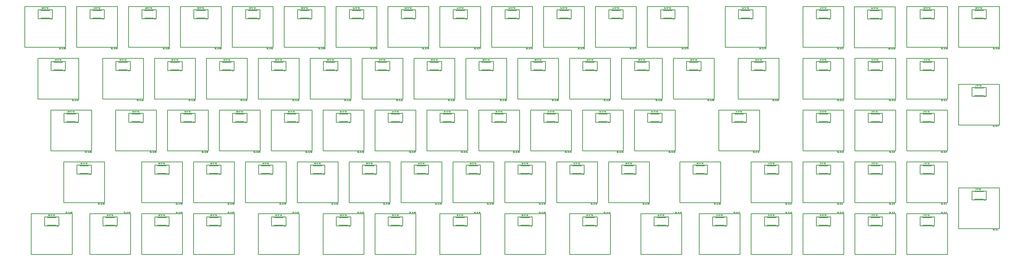
<source format=gto>
G04*
G04 #@! TF.GenerationSoftware,Altium Limited,Altium Designer,19.1.5 (86)*
G04*
G04 Layer_Color=65535*
%FSLAX25Y25*%
%MOIN*%
G70*
G01*
G75*
%ADD10C,0.01000*%
%ADD11C,0.00500*%
D10*
X1034348Y62340D02*
X1033641Y63048D01*
X1032934Y62340D01*
X1033641Y61633D01*
X1034348Y62340D01*
X846848D02*
X846141Y63048D01*
X845434Y62340D01*
X846141Y61633D01*
X846848Y62340D01*
X1184348Y362340D02*
X1183641Y363048D01*
X1182934Y362340D01*
X1183641Y361633D01*
X1184348Y362340D01*
X59348D02*
X58641Y363048D01*
X57934Y362340D01*
X58641Y361633D01*
X59348Y362340D01*
X1409348Y99840D02*
X1408641Y100548D01*
X1407934Y99840D01*
X1408641Y99133D01*
X1409348Y99840D01*
X1334348Y62340D02*
X1333641Y63048D01*
X1332934Y62340D01*
X1333641Y61633D01*
X1334348Y62340D01*
X1259348D02*
X1258641Y63048D01*
X1257934Y62340D01*
X1258641Y61633D01*
X1259348Y62340D01*
X1334348Y137341D02*
X1333641Y138048D01*
X1332934Y137341D01*
X1333641Y136633D01*
X1334348Y137341D01*
X1259348D02*
X1258641Y138048D01*
X1257934Y137341D01*
X1258641Y136633D01*
X1259348Y137341D01*
X1184348D02*
X1183641Y138048D01*
X1182934Y137341D01*
X1183641Y136633D01*
X1184348Y137341D01*
X1409348Y249840D02*
X1408641Y250548D01*
X1407934Y249840D01*
X1408641Y249133D01*
X1409348Y249840D01*
X1334348Y212340D02*
X1333641Y213048D01*
X1332934Y212340D01*
X1333641Y211633D01*
X1334348Y212340D01*
X1259348D02*
X1258641Y213048D01*
X1257934Y212340D01*
X1258641Y211633D01*
X1259348Y212340D01*
X1184348D02*
X1183641Y213048D01*
X1182934Y212340D01*
X1183641Y211633D01*
X1184348Y212340D01*
X1334348Y287340D02*
X1333641Y288048D01*
X1332934Y287340D01*
X1333641Y286633D01*
X1334348Y287340D01*
X1259348D02*
X1258641Y288048D01*
X1257934Y287340D01*
X1258641Y286633D01*
X1259348Y287340D01*
X1184348D02*
X1183641Y288048D01*
X1182934Y287340D01*
X1183641Y286633D01*
X1184348Y287340D01*
X1109348Y137341D02*
X1108641Y138048D01*
X1107934Y137341D01*
X1108641Y136633D01*
X1109348Y137341D01*
X1184348Y62340D02*
X1183641Y63048D01*
X1182934Y62340D01*
X1183641Y61633D01*
X1184348Y62340D01*
X1109348D02*
X1108641Y63048D01*
X1107934Y62340D01*
X1108641Y61633D01*
X1109348Y62340D01*
X949973D02*
X949266Y63048D01*
X948559Y62340D01*
X949266Y61633D01*
X949973Y62340D01*
X753098D02*
X752391Y63048D01*
X751684Y62340D01*
X752391Y61633D01*
X753098Y62340D01*
X659348D02*
X658641Y63048D01*
X657934Y62340D01*
X658641Y61633D01*
X659348Y62340D01*
X565598D02*
X564891Y63048D01*
X564184Y62340D01*
X564891Y61633D01*
X565598Y62340D01*
X490598D02*
X489891Y63048D01*
X489184Y62340D01*
X489891Y61633D01*
X490598Y62340D01*
X396848D02*
X396141Y63048D01*
X395434Y62340D01*
X396141Y61633D01*
X396848Y62340D01*
X303098D02*
X302391Y63048D01*
X301684Y62340D01*
X302391Y61633D01*
X303098Y62340D01*
X228098D02*
X227391Y63048D01*
X226684Y62340D01*
X227391Y61633D01*
X228098Y62340D01*
X153098D02*
X152391Y63048D01*
X151684Y62340D01*
X152391Y61633D01*
X153098Y62340D01*
X68723D02*
X68016Y63048D01*
X67309Y62340D01*
X68016Y61633D01*
X68723Y62340D01*
X1006223Y137341D02*
X1005516Y138048D01*
X1004809Y137341D01*
X1005516Y136633D01*
X1006223Y137341D01*
X903098D02*
X902391Y138048D01*
X901684Y137341D01*
X902391Y136633D01*
X903098Y137341D01*
X828098D02*
X827391Y138048D01*
X826684Y137341D01*
X827391Y136633D01*
X828098Y137341D01*
X753098D02*
X752391Y138048D01*
X751684Y137341D01*
X752391Y136633D01*
X753098Y137341D01*
X678098D02*
X677391Y138048D01*
X676684Y137341D01*
X677391Y136633D01*
X678098Y137341D01*
X603098D02*
X602391Y138048D01*
X601684Y137341D01*
X602391Y136633D01*
X603098Y137341D01*
X528098D02*
X527391Y138048D01*
X526684Y137341D01*
X527391Y136633D01*
X528098Y137341D01*
X453098D02*
X452391Y138048D01*
X451684Y137341D01*
X452391Y136633D01*
X453098Y137341D01*
X378098D02*
X377391Y138048D01*
X376684Y137341D01*
X377391Y136633D01*
X378098Y137341D01*
X303098D02*
X302391Y138048D01*
X301684Y137341D01*
X302391Y136633D01*
X303098Y137341D01*
X228098D02*
X227391Y138048D01*
X226684Y137341D01*
X227391Y136633D01*
X228098Y137341D01*
X115598D02*
X114891Y138048D01*
X114184Y137341D01*
X114891Y136633D01*
X115598Y137341D01*
X1062473Y212340D02*
X1061766Y213048D01*
X1061059Y212340D01*
X1061766Y211633D01*
X1062473Y212340D01*
X940598D02*
X939891Y213048D01*
X939184Y212340D01*
X939891Y211633D01*
X940598Y212340D01*
X865598D02*
X864891Y213048D01*
X864184Y212340D01*
X864891Y211633D01*
X865598Y212340D01*
X790598D02*
X789891Y213048D01*
X789184Y212340D01*
X789891Y211633D01*
X790598Y212340D01*
X715598D02*
X714891Y213048D01*
X714184Y212340D01*
X714891Y211633D01*
X715598Y212340D01*
X640598D02*
X639891Y213048D01*
X639184Y212340D01*
X639891Y211633D01*
X640598Y212340D01*
X565598D02*
X564891Y213048D01*
X564184Y212340D01*
X564891Y211633D01*
X565598Y212340D01*
X490598D02*
X489891Y213048D01*
X489184Y212340D01*
X489891Y211633D01*
X490598Y212340D01*
X415598D02*
X414891Y213048D01*
X414184Y212340D01*
X414891Y211633D01*
X415598Y212340D01*
X340598D02*
X339891Y213048D01*
X339184Y212340D01*
X339891Y211633D01*
X340598Y212340D01*
X265598D02*
X264891Y213048D01*
X264184Y212340D01*
X264891Y211633D01*
X265598Y212340D01*
X190598D02*
X189891Y213048D01*
X189184Y212340D01*
X189891Y211633D01*
X190598Y212340D01*
X96848D02*
X96141Y213048D01*
X95434Y212340D01*
X96141Y211633D01*
X96848Y212340D01*
X1090598Y287340D02*
X1089891Y288048D01*
X1089184Y287340D01*
X1089891Y286633D01*
X1090598Y287340D01*
X996848D02*
X996141Y288048D01*
X995434Y287340D01*
X996141Y286633D01*
X996848Y287340D01*
X921848D02*
X921141Y288048D01*
X920434Y287340D01*
X921141Y286633D01*
X921848Y287340D01*
X846848D02*
X846141Y288048D01*
X845434Y287340D01*
X846141Y286633D01*
X846848Y287340D01*
X771848D02*
X771141Y288048D01*
X770434Y287340D01*
X771141Y286633D01*
X771848Y287340D01*
X696848D02*
X696141Y288048D01*
X695434Y287340D01*
X696141Y286633D01*
X696848Y287340D01*
X621848D02*
X621141Y288048D01*
X620434Y287340D01*
X621141Y286633D01*
X621848Y287340D01*
X546848D02*
X546141Y288048D01*
X545434Y287340D01*
X546141Y286633D01*
X546848Y287340D01*
X471848D02*
X471141Y288048D01*
X470434Y287340D01*
X471141Y286633D01*
X471848Y287340D01*
X396848D02*
X396141Y288048D01*
X395434Y287340D01*
X396141Y286633D01*
X396848Y287340D01*
X321848D02*
X321141Y288048D01*
X320434Y287340D01*
X321141Y286633D01*
X321848Y287340D01*
X246848D02*
X246141Y288048D01*
X245434Y287340D01*
X246141Y286633D01*
X246848Y287340D01*
X171848D02*
X171141Y288048D01*
X170434Y287340D01*
X171141Y286633D01*
X171848Y287340D01*
X78098D02*
X77391Y288048D01*
X76684Y287340D01*
X77391Y286633D01*
X78098Y287340D01*
X1409348Y362340D02*
X1408641Y363048D01*
X1407934Y362340D01*
X1408641Y361633D01*
X1409348Y362340D01*
X1334348D02*
X1333641Y363048D01*
X1332934Y362340D01*
X1333641Y361633D01*
X1334348Y362340D01*
X1258528Y361959D02*
X1257821Y362666D01*
X1257113Y361959D01*
X1257821Y361252D01*
X1258528Y361959D01*
X1071848Y362340D02*
X1071141Y363048D01*
X1070434Y362340D01*
X1071141Y361633D01*
X1071848Y362340D01*
X959348D02*
X958641Y363048D01*
X957934Y362340D01*
X958641Y361633D01*
X959348Y362340D01*
X884348D02*
X883641Y363048D01*
X882934Y362340D01*
X883641Y361633D01*
X884348Y362340D01*
X809348D02*
X808641Y363048D01*
X807934Y362340D01*
X808641Y361633D01*
X809348Y362340D01*
X734348D02*
X733641Y363048D01*
X732934Y362340D01*
X733641Y361633D01*
X734348Y362340D01*
X659348D02*
X658641Y363048D01*
X657934Y362340D01*
X658641Y361633D01*
X659348Y362340D01*
X584348D02*
X583641Y363048D01*
X582934Y362340D01*
X583641Y361633D01*
X584348Y362340D01*
X509348D02*
X508641Y363048D01*
X507934Y362340D01*
X508641Y361633D01*
X509348Y362340D01*
X434348D02*
X433641Y363048D01*
X432934Y362340D01*
X433641Y361633D01*
X434348Y362340D01*
X359348D02*
X358641Y363048D01*
X357934Y362340D01*
X358641Y361633D01*
X359348Y362340D01*
X284348D02*
X283641Y363048D01*
X282934Y362340D01*
X283641Y361633D01*
X284348Y362340D01*
X209348D02*
X208641Y363048D01*
X207934Y362340D01*
X208641Y361633D01*
X209348Y362340D01*
X134348D02*
X133641Y363048D01*
X132934Y362340D01*
X133641Y361633D01*
X134348Y362340D01*
X1018842Y63329D02*
X1031441D01*
X1018842Y74352D02*
X1031441D01*
X831342Y63329D02*
X843941D01*
X831342Y74352D02*
X843941D01*
X1168842Y363329D02*
X1181440D01*
X1168842Y374352D02*
X1181440D01*
X43842Y363329D02*
X56441D01*
X43842Y374352D02*
X56441D01*
X1014708Y62405D02*
Y75201D01*
X1035574D01*
Y62405D02*
Y75201D01*
X1014708Y62405D02*
X1035574D01*
X995614Y20772D02*
Y79827D01*
X1054669D01*
Y20772D02*
Y79827D01*
X995614Y20772D02*
X1054669D01*
X827208Y62405D02*
Y75201D01*
X848075D01*
Y62405D02*
Y75201D01*
X827208Y62405D02*
X848075D01*
X808114Y20772D02*
Y79827D01*
X867169D01*
Y20772D02*
Y79827D01*
X808114Y20772D02*
X867169D01*
X1164708Y362405D02*
Y375201D01*
X1185574D01*
Y362405D02*
Y375201D01*
X1164708Y362405D02*
X1185574D01*
X1145614Y320772D02*
Y379827D01*
X1204669D01*
Y320772D02*
Y379827D01*
X1145614Y320772D02*
X1204669D01*
X39708Y362405D02*
Y375201D01*
X60574D01*
Y362405D02*
Y375201D01*
X39708Y362405D02*
X60574D01*
X20614Y320772D02*
Y379827D01*
X79669D01*
Y320772D02*
Y379827D01*
X20614Y320772D02*
X79669D01*
X1393842Y100829D02*
X1406440D01*
X1393842Y111852D02*
X1406440D01*
X1318842Y63329D02*
X1331440D01*
X1318842Y74352D02*
X1331440D01*
X1243842Y63329D02*
X1256441D01*
X1243842Y74352D02*
X1256441D01*
X1318842Y138329D02*
X1331440D01*
X1318842Y149352D02*
X1331440D01*
X1243842Y138329D02*
X1256440D01*
X1243842Y149352D02*
X1256440D01*
X1168842Y138329D02*
X1181440D01*
X1168842Y149352D02*
X1181440D01*
X1393842Y250829D02*
X1406440D01*
X1393842Y261852D02*
X1406440D01*
X1318842Y213329D02*
X1331440D01*
X1318842Y224352D02*
X1331440D01*
X1243842Y213329D02*
X1256440D01*
X1243842Y224352D02*
X1256440D01*
X1168842Y213329D02*
X1181440D01*
X1168842Y224352D02*
X1181440D01*
X1318842Y288329D02*
X1331440D01*
X1318842Y299352D02*
X1331440D01*
X1243842Y288329D02*
X1256440D01*
X1243842Y299352D02*
X1256440D01*
X1168842Y288329D02*
X1181440D01*
X1168842Y299352D02*
X1181440D01*
X1093842Y138329D02*
X1106441D01*
X1093842Y149352D02*
X1106441D01*
X1168842Y63329D02*
X1181441D01*
X1168842Y74352D02*
X1181441D01*
X1093842Y63329D02*
X1106441D01*
X1093842Y74352D02*
X1106441D01*
X934467Y63329D02*
X947066D01*
X934467Y74352D02*
X947066D01*
X737592Y63329D02*
X750191D01*
X737592Y74352D02*
X750191D01*
X643842Y63329D02*
X656441D01*
X643842Y74352D02*
X656441D01*
X550092Y63329D02*
X562691D01*
X550092Y74352D02*
X562691D01*
X475092Y63329D02*
X487691D01*
X475092Y74352D02*
X487691D01*
X381342Y63329D02*
X393941D01*
X381342Y74352D02*
X393941D01*
X287592Y63329D02*
X300191D01*
X287592Y74352D02*
X300191D01*
X212592Y63329D02*
X225191D01*
X212592Y74352D02*
X225191D01*
X137592Y63329D02*
X150191D01*
X137592Y74352D02*
X150191D01*
X53217Y63329D02*
X65816D01*
X53217Y74352D02*
X65816D01*
X990717Y138329D02*
X1003316D01*
X990717Y149352D02*
X1003316D01*
X887592Y138329D02*
X900191D01*
X887592Y149352D02*
X900191D01*
X812592Y138329D02*
X825191D01*
X812592Y149352D02*
X825191D01*
X737592Y138329D02*
X750191D01*
X737592Y149352D02*
X750191D01*
X662592Y138329D02*
X675191D01*
X662592Y149352D02*
X675191D01*
X587592Y138329D02*
X600191D01*
X587592Y149352D02*
X600191D01*
X512592Y138329D02*
X525191D01*
X512592Y149352D02*
X525191D01*
X437592Y138329D02*
X450191D01*
X437592Y149352D02*
X450191D01*
X362592Y138329D02*
X375191D01*
X362592Y149352D02*
X375191D01*
X287592Y138329D02*
X300191D01*
X287592Y149352D02*
X300191D01*
X212592Y138329D02*
X225191D01*
X212592Y149352D02*
X225191D01*
X100092Y138329D02*
X112691D01*
X100092Y149352D02*
X112691D01*
X1046967Y213329D02*
X1059566D01*
X1046967Y224352D02*
X1059566D01*
X925092Y213329D02*
X937691D01*
X925092Y224352D02*
X937691D01*
X850092Y213329D02*
X862691D01*
X850092Y224352D02*
X862691D01*
X775092Y213329D02*
X787691D01*
X775092Y224352D02*
X787691D01*
X700092Y213329D02*
X712691D01*
X700092Y224352D02*
X712691D01*
X625092Y213329D02*
X637691D01*
X625092Y224352D02*
X637691D01*
X550092Y213329D02*
X562691D01*
X550092Y224352D02*
X562691D01*
X475092Y213329D02*
X487691D01*
X475092Y224352D02*
X487691D01*
X400092Y213329D02*
X412691D01*
X400092Y224352D02*
X412691D01*
X325092Y213329D02*
X337691D01*
X325092Y224352D02*
X337691D01*
X250092Y213329D02*
X262691D01*
X250092Y224352D02*
X262691D01*
X175092Y213329D02*
X187691D01*
X175092Y224352D02*
X187691D01*
X81342Y213329D02*
X93941D01*
X81342Y224352D02*
X93941D01*
X1075092Y288329D02*
X1087691D01*
X1075092Y299352D02*
X1087691D01*
X981342Y288329D02*
X993941D01*
X981342Y299352D02*
X993941D01*
X906342Y288329D02*
X918941D01*
X906342Y299352D02*
X918941D01*
X831342Y288329D02*
X843941D01*
X831342Y299352D02*
X843941D01*
X756342Y288329D02*
X768941D01*
X756342Y299352D02*
X768941D01*
X681342Y288329D02*
X693941D01*
X681342Y299352D02*
X693941D01*
X606342Y288329D02*
X618941D01*
X606342Y299352D02*
X618941D01*
X531342Y288329D02*
X543941D01*
X531342Y299352D02*
X543941D01*
X456342Y288329D02*
X468941D01*
X456342Y299352D02*
X468941D01*
X381342Y288329D02*
X393941D01*
X381342Y299352D02*
X393941D01*
X306342Y288329D02*
X318941D01*
X306342Y299352D02*
X318941D01*
X231342Y288329D02*
X243941D01*
X231342Y299352D02*
X243941D01*
X156342Y288329D02*
X168941D01*
X156342Y299352D02*
X168941D01*
X62592Y288329D02*
X75191D01*
X62592Y299352D02*
X75191D01*
X1393842Y363329D02*
X1406440D01*
X1393842Y374352D02*
X1406440D01*
X1318842Y363329D02*
X1331440D01*
X1318842Y374352D02*
X1331440D01*
X1243021Y362947D02*
X1255620D01*
X1243021Y373971D02*
X1255620D01*
X1056342Y363329D02*
X1068941D01*
X1056342Y374352D02*
X1068941D01*
X943842Y363329D02*
X956441D01*
X943842Y374352D02*
X956441D01*
X868842Y363329D02*
X881441D01*
X868842Y374352D02*
X881441D01*
X793842Y363329D02*
X806441D01*
X793842Y374352D02*
X806441D01*
X718842Y363329D02*
X731441D01*
X718842Y374352D02*
X731441D01*
X643842Y363329D02*
X656441D01*
X643842Y374352D02*
X656441D01*
X568842Y363329D02*
X581441D01*
X568842Y374352D02*
X581441D01*
X493842Y363329D02*
X506441D01*
X493842Y374352D02*
X506441D01*
X418842Y363329D02*
X431441D01*
X418842Y374352D02*
X431441D01*
X343842Y363329D02*
X356441D01*
X343842Y374352D02*
X356441D01*
X268842Y363329D02*
X281441D01*
X268842Y374352D02*
X281441D01*
X193842Y363329D02*
X206441D01*
X193842Y374352D02*
X206441D01*
X118842Y363329D02*
X131441D01*
X118842Y374352D02*
X131441D01*
X1389708Y99905D02*
Y112701D01*
X1410574D01*
Y99905D02*
Y112701D01*
X1389708Y99905D02*
X1410574D01*
X1370614Y58272D02*
Y117327D01*
X1429669D01*
Y58272D02*
Y117327D01*
X1370614Y58272D02*
X1429669D01*
X1314708Y62405D02*
Y75201D01*
X1335574D01*
Y62405D02*
Y75201D01*
X1314708Y62405D02*
X1335574D01*
X1295614Y20772D02*
Y79827D01*
X1354669D01*
Y20772D02*
Y79827D01*
X1295614Y20772D02*
X1354669D01*
X1239708Y62405D02*
Y75201D01*
X1260574D01*
Y62405D02*
Y75201D01*
X1239708Y62405D02*
X1260574D01*
X1220614Y20772D02*
Y79827D01*
X1279669D01*
Y20772D02*
Y79827D01*
X1220614Y20772D02*
X1279669D01*
X1314708Y137405D02*
Y150201D01*
X1335574D01*
Y137405D02*
Y150201D01*
X1314708Y137405D02*
X1335574D01*
X1295614Y95772D02*
Y154827D01*
X1354669D01*
Y95772D02*
Y154827D01*
X1295614Y95772D02*
X1354669D01*
X1239708Y137405D02*
Y150201D01*
X1260574D01*
Y137405D02*
Y150201D01*
X1239708Y137405D02*
X1260574D01*
X1220614Y95772D02*
Y154827D01*
X1279669D01*
Y95772D02*
Y154827D01*
X1220614Y95772D02*
X1279669D01*
X1164708Y137405D02*
Y150201D01*
X1185574D01*
Y137405D02*
Y150201D01*
X1164708Y137405D02*
X1185574D01*
X1145614Y95772D02*
Y154827D01*
X1204669D01*
Y95772D02*
Y154827D01*
X1145614Y95772D02*
X1204669D01*
X1389708Y249905D02*
Y262701D01*
X1410574D01*
Y249905D02*
Y262701D01*
X1389708Y249905D02*
X1410574D01*
X1370614Y208272D02*
Y267327D01*
X1429669D01*
Y208272D02*
Y267327D01*
X1370614Y208272D02*
X1429669D01*
X1314708Y212405D02*
Y225201D01*
X1335574D01*
Y212405D02*
Y225201D01*
X1314708Y212405D02*
X1335574D01*
X1295614Y170772D02*
Y229827D01*
X1354669D01*
Y170772D02*
Y229827D01*
X1295614Y170772D02*
X1354669D01*
X1239708Y212405D02*
Y225201D01*
X1260574D01*
Y212405D02*
Y225201D01*
X1239708Y212405D02*
X1260574D01*
X1220614Y170772D02*
Y229827D01*
X1279669D01*
Y170772D02*
Y229827D01*
X1220614Y170772D02*
X1279669D01*
X1164708Y212405D02*
Y225201D01*
X1185574D01*
Y212405D02*
Y225201D01*
X1164708Y212405D02*
X1185574D01*
X1145614Y170772D02*
Y229827D01*
X1204669D01*
Y170772D02*
Y229827D01*
X1145614Y170772D02*
X1204669D01*
X1314708Y287405D02*
Y300201D01*
X1335574D01*
Y287405D02*
Y300201D01*
X1314708Y287405D02*
X1335574D01*
X1295614Y245772D02*
Y304827D01*
X1354669D01*
Y245772D02*
Y304827D01*
X1295614Y245772D02*
X1354669D01*
X1239708Y287405D02*
Y300201D01*
X1260574D01*
Y287405D02*
Y300201D01*
X1239708Y287405D02*
X1260574D01*
X1220614Y245772D02*
Y304827D01*
X1279669D01*
Y245772D02*
Y304827D01*
X1220614Y245772D02*
X1279669D01*
X1164708Y287405D02*
Y300201D01*
X1185574D01*
Y287405D02*
Y300201D01*
X1164708Y287405D02*
X1185574D01*
X1145614Y245772D02*
Y304827D01*
X1204669D01*
Y245772D02*
Y304827D01*
X1145614Y245772D02*
X1204669D01*
X1089708Y137405D02*
Y150201D01*
X1110574D01*
Y137405D02*
Y150201D01*
X1089708Y137405D02*
X1110574D01*
X1070614Y95772D02*
Y154827D01*
X1129669D01*
Y95772D02*
Y154827D01*
X1070614Y95772D02*
X1129669D01*
X1164708Y62405D02*
Y75201D01*
X1185574D01*
Y62405D02*
Y75201D01*
X1164708Y62405D02*
X1185574D01*
X1145614Y20772D02*
Y79827D01*
X1204669D01*
Y20772D02*
Y79827D01*
X1145614Y20772D02*
X1204669D01*
X1089708Y62405D02*
Y75201D01*
X1110574D01*
Y62405D02*
Y75201D01*
X1089708Y62405D02*
X1110574D01*
X1070614Y20772D02*
Y79827D01*
X1129669D01*
Y20772D02*
Y79827D01*
X1070614Y20772D02*
X1129669D01*
X930333Y62405D02*
Y75201D01*
X951199D01*
Y62405D02*
Y75201D01*
X930333Y62405D02*
X951199D01*
X911239Y20772D02*
Y79827D01*
X970294D01*
Y20772D02*
Y79827D01*
X911239Y20772D02*
X970294D01*
X733458Y62405D02*
Y75201D01*
X754324D01*
Y62405D02*
Y75201D01*
X733458Y62405D02*
X754324D01*
X714364Y20772D02*
Y79827D01*
X773419D01*
Y20772D02*
Y79827D01*
X714364Y20772D02*
X773419D01*
X639708Y62405D02*
Y75201D01*
X660574D01*
Y62405D02*
Y75201D01*
X639708Y62405D02*
X660574D01*
X620614Y20772D02*
Y79827D01*
X679669D01*
Y20772D02*
Y79827D01*
X620614Y20772D02*
X679669D01*
X545958Y62405D02*
Y75201D01*
X566824D01*
Y62405D02*
Y75201D01*
X545958Y62405D02*
X566824D01*
X526864Y20772D02*
Y79827D01*
X585919D01*
Y20772D02*
Y79827D01*
X526864Y20772D02*
X585919D01*
X470958Y62405D02*
Y75201D01*
X491824D01*
Y62405D02*
Y75201D01*
X470958Y62405D02*
X491824D01*
X451864Y20772D02*
Y79827D01*
X510919D01*
Y20772D02*
Y79827D01*
X451864Y20772D02*
X510919D01*
X377208Y62405D02*
Y75201D01*
X398074D01*
Y62405D02*
Y75201D01*
X377208Y62405D02*
X398074D01*
X358114Y20772D02*
Y79827D01*
X417169D01*
Y20772D02*
Y79827D01*
X358114Y20772D02*
X417169D01*
X283458Y62405D02*
Y75201D01*
X304324D01*
Y62405D02*
Y75201D01*
X283458Y62405D02*
X304324D01*
X264364Y20772D02*
Y79827D01*
X323419D01*
Y20772D02*
Y79827D01*
X264364Y20772D02*
X323419D01*
X208458Y62405D02*
Y75201D01*
X229324D01*
Y62405D02*
Y75201D01*
X208458Y62405D02*
X229324D01*
X189364Y20772D02*
Y79827D01*
X248419D01*
Y20772D02*
Y79827D01*
X189364Y20772D02*
X248419D01*
X133458Y62405D02*
Y75201D01*
X154324D01*
Y62405D02*
Y75201D01*
X133458Y62405D02*
X154324D01*
X114364Y20772D02*
Y79827D01*
X173419D01*
Y20772D02*
Y79827D01*
X114364Y20772D02*
X173419D01*
X49083Y62405D02*
Y75201D01*
X69949D01*
Y62405D02*
Y75201D01*
X49083Y62405D02*
X69949D01*
X29989Y20772D02*
Y79827D01*
X89044D01*
Y20772D02*
Y79827D01*
X29989Y20772D02*
X89044D01*
X986583Y137405D02*
Y150201D01*
X1007449D01*
Y137405D02*
Y150201D01*
X986583Y137405D02*
X1007449D01*
X967489Y95772D02*
Y154827D01*
X1026544D01*
Y95772D02*
Y154827D01*
X967489Y95772D02*
X1026544D01*
X883458Y137405D02*
Y150201D01*
X904324D01*
Y137405D02*
Y150201D01*
X883458Y137405D02*
X904324D01*
X864364Y95772D02*
Y154827D01*
X923419D01*
Y95772D02*
Y154827D01*
X864364Y95772D02*
X923419D01*
X808458Y137405D02*
Y150201D01*
X829324D01*
Y137405D02*
Y150201D01*
X808458Y137405D02*
X829324D01*
X789364Y95772D02*
Y154827D01*
X848419D01*
Y95772D02*
Y154827D01*
X789364Y95772D02*
X848419D01*
X733458Y137405D02*
Y150201D01*
X754324D01*
Y137405D02*
Y150201D01*
X733458Y137405D02*
X754324D01*
X714364Y95772D02*
Y154827D01*
X773419D01*
Y95772D02*
Y154827D01*
X714364Y95772D02*
X773419D01*
X658458Y137405D02*
Y150201D01*
X679324D01*
Y137405D02*
Y150201D01*
X658458Y137405D02*
X679324D01*
X639364Y95772D02*
Y154827D01*
X698419D01*
Y95772D02*
Y154827D01*
X639364Y95772D02*
X698419D01*
X583458Y137405D02*
Y150201D01*
X604324D01*
Y137405D02*
Y150201D01*
X583458Y137405D02*
X604324D01*
X564364Y95772D02*
Y154827D01*
X623419D01*
Y95772D02*
Y154827D01*
X564364Y95772D02*
X623419D01*
X508458Y137405D02*
Y150201D01*
X529324D01*
Y137405D02*
Y150201D01*
X508458Y137405D02*
X529324D01*
X489364Y95772D02*
Y154827D01*
X548419D01*
Y95772D02*
Y154827D01*
X489364Y95772D02*
X548419D01*
X433458Y137405D02*
Y150201D01*
X454324D01*
Y137405D02*
Y150201D01*
X433458Y137405D02*
X454324D01*
X414364Y95772D02*
Y154827D01*
X473419D01*
Y95772D02*
Y154827D01*
X414364Y95772D02*
X473419D01*
X358458Y137405D02*
Y150201D01*
X379324D01*
Y137405D02*
Y150201D01*
X358458Y137405D02*
X379324D01*
X339364Y95772D02*
Y154827D01*
X398419D01*
Y95772D02*
Y154827D01*
X339364Y95772D02*
X398419D01*
X283458Y137405D02*
Y150201D01*
X304324D01*
Y137405D02*
Y150201D01*
X283458Y137405D02*
X304324D01*
X264364Y95772D02*
Y154827D01*
X323419D01*
Y95772D02*
Y154827D01*
X264364Y95772D02*
X323419D01*
X208458Y137405D02*
Y150201D01*
X229324D01*
Y137405D02*
Y150201D01*
X208458Y137405D02*
X229324D01*
X189364Y95772D02*
Y154827D01*
X248419D01*
Y95772D02*
Y154827D01*
X189364Y95772D02*
X248419D01*
X95958Y137405D02*
Y150201D01*
X116824D01*
Y137405D02*
Y150201D01*
X95958Y137405D02*
X116824D01*
X76864Y95772D02*
Y154827D01*
X135919D01*
Y95772D02*
Y154827D01*
X76864Y95772D02*
X135919D01*
X1042833Y212405D02*
Y225201D01*
X1063699D01*
Y212405D02*
Y225201D01*
X1042833Y212405D02*
X1063699D01*
X1023739Y170772D02*
Y229827D01*
X1082794D01*
Y170772D02*
Y229827D01*
X1023739Y170772D02*
X1082794D01*
X920958Y212405D02*
Y225201D01*
X941824D01*
Y212405D02*
Y225201D01*
X920958Y212405D02*
X941824D01*
X901864Y170772D02*
Y229827D01*
X960919D01*
Y170772D02*
Y229827D01*
X901864Y170772D02*
X960919D01*
X845958Y212405D02*
Y225201D01*
X866824D01*
Y212405D02*
Y225201D01*
X845958Y212405D02*
X866824D01*
X826864Y170772D02*
Y229827D01*
X885919D01*
Y170772D02*
Y229827D01*
X826864Y170772D02*
X885919D01*
X770958Y212405D02*
Y225201D01*
X791824D01*
Y212405D02*
Y225201D01*
X770958Y212405D02*
X791824D01*
X751864Y170772D02*
Y229827D01*
X810919D01*
Y170772D02*
Y229827D01*
X751864Y170772D02*
X810919D01*
X695958Y212405D02*
Y225201D01*
X716824D01*
Y212405D02*
Y225201D01*
X695958Y212405D02*
X716824D01*
X676864Y170772D02*
Y229827D01*
X735919D01*
Y170772D02*
Y229827D01*
X676864Y170772D02*
X735919D01*
X620958Y212405D02*
Y225201D01*
X641824D01*
Y212405D02*
Y225201D01*
X620958Y212405D02*
X641824D01*
X601864Y170772D02*
Y229827D01*
X660919D01*
Y170772D02*
Y229827D01*
X601864Y170772D02*
X660919D01*
X545958Y212405D02*
Y225201D01*
X566824D01*
Y212405D02*
Y225201D01*
X545958Y212405D02*
X566824D01*
X526864Y170772D02*
Y229827D01*
X585919D01*
Y170772D02*
Y229827D01*
X526864Y170772D02*
X585919D01*
X470958Y212405D02*
Y225201D01*
X491824D01*
Y212405D02*
Y225201D01*
X470958Y212405D02*
X491824D01*
X451864Y170772D02*
Y229827D01*
X510919D01*
Y170772D02*
Y229827D01*
X451864Y170772D02*
X510919D01*
X395958Y212405D02*
Y225201D01*
X416824D01*
Y212405D02*
Y225201D01*
X395958Y212405D02*
X416824D01*
X376864Y170772D02*
Y229827D01*
X435919D01*
Y170772D02*
Y229827D01*
X376864Y170772D02*
X435919D01*
X320958Y212405D02*
Y225201D01*
X341824D01*
Y212405D02*
Y225201D01*
X320958Y212405D02*
X341824D01*
X301864Y170772D02*
Y229827D01*
X360919D01*
Y170772D02*
Y229827D01*
X301864Y170772D02*
X360919D01*
X245958Y212405D02*
Y225201D01*
X266824D01*
Y212405D02*
Y225201D01*
X245958Y212405D02*
X266824D01*
X226864Y170772D02*
Y229827D01*
X285919D01*
Y170772D02*
Y229827D01*
X226864Y170772D02*
X285919D01*
X170958Y212405D02*
Y225201D01*
X191824D01*
Y212405D02*
Y225201D01*
X170958Y212405D02*
X191824D01*
X151864Y170772D02*
Y229827D01*
X210919D01*
Y170772D02*
Y229827D01*
X151864Y170772D02*
X210919D01*
X77208Y212405D02*
Y225201D01*
X98074D01*
Y212405D02*
Y225201D01*
X77208Y212405D02*
X98074D01*
X58114Y170772D02*
Y229827D01*
X117169D01*
Y170772D02*
Y229827D01*
X58114Y170772D02*
X117169D01*
X1070958Y287405D02*
Y300201D01*
X1091824D01*
Y287405D02*
Y300201D01*
X1070958Y287405D02*
X1091824D01*
X1051864Y245772D02*
Y304827D01*
X1110919D01*
Y245772D02*
Y304827D01*
X1051864Y245772D02*
X1110919D01*
X977208Y287405D02*
Y300201D01*
X998074D01*
Y287405D02*
Y300201D01*
X977208Y287405D02*
X998074D01*
X958114Y245772D02*
Y304827D01*
X1017169D01*
Y245772D02*
Y304827D01*
X958114Y245772D02*
X1017169D01*
X902208Y287405D02*
Y300201D01*
X923074D01*
Y287405D02*
Y300201D01*
X902208Y287405D02*
X923074D01*
X883114Y245772D02*
Y304827D01*
X942169D01*
Y245772D02*
Y304827D01*
X883114Y245772D02*
X942169D01*
X827208Y287405D02*
Y300201D01*
X848074D01*
Y287405D02*
Y300201D01*
X827208Y287405D02*
X848074D01*
X808114Y245772D02*
Y304827D01*
X867169D01*
Y245772D02*
Y304827D01*
X808114Y245772D02*
X867169D01*
X752208Y287405D02*
Y300201D01*
X773074D01*
Y287405D02*
Y300201D01*
X752208Y287405D02*
X773074D01*
X733114Y245772D02*
Y304827D01*
X792169D01*
Y245772D02*
Y304827D01*
X733114Y245772D02*
X792169D01*
X677208Y287405D02*
Y300201D01*
X698074D01*
Y287405D02*
Y300201D01*
X677208Y287405D02*
X698074D01*
X658114Y245772D02*
Y304827D01*
X717169D01*
Y245772D02*
Y304827D01*
X658114Y245772D02*
X717169D01*
X602208Y287405D02*
Y300201D01*
X623074D01*
Y287405D02*
Y300201D01*
X602208Y287405D02*
X623074D01*
X583114Y245772D02*
Y304827D01*
X642169D01*
Y245772D02*
Y304827D01*
X583114Y245772D02*
X642169D01*
X527208Y287405D02*
Y300201D01*
X548074D01*
Y287405D02*
Y300201D01*
X527208Y287405D02*
X548074D01*
X508114Y245772D02*
Y304827D01*
X567169D01*
Y245772D02*
Y304827D01*
X508114Y245772D02*
X567169D01*
X452208Y287405D02*
Y300201D01*
X473074D01*
Y287405D02*
Y300201D01*
X452208Y287405D02*
X473074D01*
X433114Y245772D02*
Y304827D01*
X492169D01*
Y245772D02*
Y304827D01*
X433114Y245772D02*
X492169D01*
X377208Y287405D02*
Y300201D01*
X398074D01*
Y287405D02*
Y300201D01*
X377208Y287405D02*
X398074D01*
X358114Y245772D02*
Y304827D01*
X417169D01*
Y245772D02*
Y304827D01*
X358114Y245772D02*
X417169D01*
X302208Y287405D02*
Y300201D01*
X323074D01*
Y287405D02*
Y300201D01*
X302208Y287405D02*
X323074D01*
X283114Y245772D02*
Y304827D01*
X342169D01*
Y245772D02*
Y304827D01*
X283114Y245772D02*
X342169D01*
X227208Y287405D02*
Y300201D01*
X248074D01*
Y287405D02*
Y300201D01*
X227208Y287405D02*
X248074D01*
X208114Y245772D02*
Y304827D01*
X267169D01*
Y245772D02*
Y304827D01*
X208114Y245772D02*
X267169D01*
X152208Y287405D02*
Y300201D01*
X173074D01*
Y287405D02*
Y300201D01*
X152208Y287405D02*
X173074D01*
X133114Y245772D02*
Y304827D01*
X192169D01*
Y245772D02*
Y304827D01*
X133114Y245772D02*
X192169D01*
X58458Y287405D02*
Y300201D01*
X79324D01*
Y287405D02*
Y300201D01*
X58458Y287405D02*
X79324D01*
X39364Y245772D02*
Y304827D01*
X98419D01*
Y245772D02*
Y304827D01*
X39364Y245772D02*
X98419D01*
X1389708Y362405D02*
Y375201D01*
X1410574D01*
Y362405D02*
Y375201D01*
X1389708Y362405D02*
X1410574D01*
X1370614Y320772D02*
Y379827D01*
X1429669D01*
Y320772D02*
Y379827D01*
X1370614Y320772D02*
X1429669D01*
X1314708Y362405D02*
Y375201D01*
X1335574D01*
Y362405D02*
Y375201D01*
X1314708Y362405D02*
X1335574D01*
X1295614Y320772D02*
Y379827D01*
X1354669D01*
Y320772D02*
Y379827D01*
X1295614Y320772D02*
X1354669D01*
X1238887Y362024D02*
Y374819D01*
X1259754D01*
Y362024D02*
Y374819D01*
X1238887Y362024D02*
X1259754D01*
X1219793Y320390D02*
Y379445D01*
X1278848D01*
Y320390D02*
Y379445D01*
X1219793Y320390D02*
X1278848D01*
X1052208Y362405D02*
Y375201D01*
X1073074D01*
Y362405D02*
Y375201D01*
X1052208Y362405D02*
X1073074D01*
X1033114Y320772D02*
Y379827D01*
X1092169D01*
Y320772D02*
Y379827D01*
X1033114Y320772D02*
X1092169D01*
X939708Y362405D02*
Y375201D01*
X960574D01*
Y362405D02*
Y375201D01*
X939708Y362405D02*
X960574D01*
X920614Y320772D02*
Y379827D01*
X979669D01*
Y320772D02*
Y379827D01*
X920614Y320772D02*
X979669D01*
X864708Y362405D02*
Y375201D01*
X885574D01*
Y362405D02*
Y375201D01*
X864708Y362405D02*
X885574D01*
X845614Y320772D02*
Y379827D01*
X904669D01*
Y320772D02*
Y379827D01*
X845614Y320772D02*
X904669D01*
X789708Y362405D02*
Y375201D01*
X810574D01*
Y362405D02*
Y375201D01*
X789708Y362405D02*
X810574D01*
X770614Y320772D02*
Y379827D01*
X829669D01*
Y320772D02*
Y379827D01*
X770614Y320772D02*
X829669D01*
X714708Y362405D02*
Y375201D01*
X735574D01*
Y362405D02*
Y375201D01*
X714708Y362405D02*
X735574D01*
X695614Y320772D02*
Y379827D01*
X754669D01*
Y320772D02*
Y379827D01*
X695614Y320772D02*
X754669D01*
X639708Y362405D02*
Y375201D01*
X660574D01*
Y362405D02*
Y375201D01*
X639708Y362405D02*
X660574D01*
X620614Y320772D02*
Y379827D01*
X679669D01*
Y320772D02*
Y379827D01*
X620614Y320772D02*
X679669D01*
X564708Y362405D02*
Y375201D01*
X585574D01*
Y362405D02*
Y375201D01*
X564708Y362405D02*
X585574D01*
X545614Y320772D02*
Y379827D01*
X604669D01*
Y320772D02*
Y379827D01*
X545614Y320772D02*
X604669D01*
X489708Y362405D02*
Y375201D01*
X510574D01*
Y362405D02*
Y375201D01*
X489708Y362405D02*
X510574D01*
X470614Y320772D02*
Y379827D01*
X529669D01*
Y320772D02*
Y379827D01*
X470614Y320772D02*
X529669D01*
X414708Y362405D02*
Y375201D01*
X435574D01*
Y362405D02*
Y375201D01*
X414708Y362405D02*
X435574D01*
X395614Y320772D02*
Y379827D01*
X454669D01*
Y320772D02*
Y379827D01*
X395614Y320772D02*
X454669D01*
X339708Y362405D02*
Y375201D01*
X360574D01*
Y362405D02*
Y375201D01*
X339708Y362405D02*
X360574D01*
X320614Y320772D02*
Y379827D01*
X379669D01*
Y320772D02*
Y379827D01*
X320614Y320772D02*
X379669D01*
X264708Y362405D02*
Y375201D01*
X285574D01*
Y362405D02*
Y375201D01*
X264708Y362405D02*
X285574D01*
X245614Y320772D02*
Y379827D01*
X304669D01*
Y320772D02*
Y379827D01*
X245614Y320772D02*
X304669D01*
X189708Y362405D02*
Y375201D01*
X210574D01*
Y362405D02*
Y375201D01*
X189708Y362405D02*
X210574D01*
X170614Y320772D02*
Y379827D01*
X229669D01*
Y320772D02*
Y379827D01*
X170614Y320772D02*
X229669D01*
X114708Y362405D02*
Y375201D01*
X135574D01*
Y362405D02*
Y375201D01*
X114708Y362405D02*
X135574D01*
X95614Y320772D02*
Y379827D01*
X154669D01*
Y320772D02*
Y379827D01*
X95614Y320772D02*
X154669D01*
D11*
X1029335Y76841D02*
Y78341D01*
X1028585D01*
X1028335Y78091D01*
Y77091D01*
X1028585Y76841D01*
X1029335D01*
X1027835Y78341D02*
X1027335D01*
X1027586D01*
Y76841D01*
X1027835Y77091D01*
X1026586Y78341D02*
Y78091D01*
X1026336D01*
Y78341D01*
X1026586D01*
X1025336Y77091D02*
X1025086Y76841D01*
X1024586D01*
X1024337Y77091D01*
Y77341D01*
X1024586Y77591D01*
X1024836D01*
X1024586D01*
X1024337Y77841D01*
Y78091D01*
X1024586Y78341D01*
X1025086D01*
X1025336Y78091D01*
X1023837Y78341D02*
Y78091D01*
X1023587D01*
Y78341D01*
X1023837D01*
X1022587D02*
X1022087D01*
X1022337D01*
Y76841D01*
X1022587Y77091D01*
X1021338Y76841D02*
X1020338D01*
Y77091D01*
X1021338Y78091D01*
Y78341D01*
X841835Y76841D02*
Y78341D01*
X841085D01*
X840835Y78091D01*
Y77091D01*
X841085Y76841D01*
X841835D01*
X840335Y78341D02*
X839835D01*
X840086D01*
Y76841D01*
X840335Y77091D01*
X839086Y78341D02*
Y78091D01*
X838836D01*
Y78341D01*
X839086D01*
X837836Y77091D02*
X837586Y76841D01*
X837086D01*
X836837Y77091D01*
Y77341D01*
X837086Y77591D01*
X837336D01*
X837086D01*
X836837Y77841D01*
Y78091D01*
X837086Y78341D01*
X837586D01*
X837836Y78091D01*
X836337Y78341D02*
Y78091D01*
X836087D01*
Y78341D01*
X836337D01*
X835087D02*
X834587D01*
X834837D01*
Y76841D01*
X835087Y77091D01*
X833838Y78091D02*
X833588Y78341D01*
X833088D01*
X832838Y78091D01*
Y77091D01*
X833088Y76841D01*
X833588D01*
X833838Y77091D01*
Y77341D01*
X833588Y77591D01*
X832838D01*
X1179085Y376841D02*
Y378341D01*
X1178335D01*
X1178085Y378091D01*
Y377091D01*
X1178335Y376841D01*
X1179085D01*
X1177586Y378341D02*
X1177086D01*
X1177335D01*
Y376841D01*
X1177586Y377091D01*
X1176336Y378341D02*
Y378091D01*
X1176086D01*
Y378341D01*
X1176336D01*
X1175086Y377091D02*
X1174836Y376841D01*
X1174337D01*
X1174087Y377091D01*
Y377341D01*
X1174337Y377591D01*
X1174586D01*
X1174337D01*
X1174087Y377841D01*
Y378091D01*
X1174337Y378341D01*
X1174836D01*
X1175086Y378091D01*
X1173587Y378341D02*
Y378091D01*
X1173337D01*
Y378341D01*
X1173587D01*
X1172337Y376841D02*
X1171338D01*
Y377091D01*
X1172337Y378091D01*
Y378341D01*
X1170838D02*
X1170338D01*
X1170588D01*
Y376841D01*
X1170838Y377091D01*
X54585Y376841D02*
Y378341D01*
X53835D01*
X53585Y378091D01*
Y377091D01*
X53835Y376841D01*
X54585D01*
X53085Y378341D02*
X52586D01*
X52835D01*
Y376841D01*
X53085Y377091D01*
X51836Y378341D02*
Y378091D01*
X51586D01*
Y378341D01*
X51836D01*
X50586Y377091D02*
X50336Y376841D01*
X49836D01*
X49586Y377091D01*
Y377341D01*
X49836Y377591D01*
X50086D01*
X49836D01*
X49586Y377841D01*
Y378091D01*
X49836Y378341D01*
X50336D01*
X50586Y378091D01*
X49087Y378341D02*
Y378091D01*
X48837D01*
Y378341D01*
X49087D01*
X47837Y377091D02*
X47587Y376841D01*
X47087D01*
X46837Y377091D01*
Y377341D01*
X47087Y377591D01*
X46837Y377841D01*
Y378091D01*
X47087Y378341D01*
X47587D01*
X47837Y378091D01*
Y377841D01*
X47587Y377591D01*
X47837Y377341D01*
Y377091D01*
X47587Y377591D02*
X47087D01*
X45338Y376841D02*
X46338D01*
Y377591D01*
X45838Y377341D01*
X45588D01*
X45338Y377591D01*
Y378091D01*
X45588Y378341D01*
X46088D01*
X46338Y378091D01*
X1046466Y82090D02*
X1046216Y82340D01*
X1045716D01*
X1045467Y82090D01*
Y81840D01*
X1045716Y81590D01*
X1046216D01*
X1046466Y81340D01*
Y81090D01*
X1046216Y80840D01*
X1045716D01*
X1045467Y81090D01*
X1046966Y80840D02*
X1047466D01*
X1047216D01*
Y82340D01*
X1046966Y82090D01*
X1048216Y80840D02*
Y81090D01*
X1048466D01*
Y80840D01*
X1048216D01*
X1049465Y82090D02*
X1049715Y82340D01*
X1050215D01*
X1050465Y82090D01*
Y81840D01*
X1050215Y81590D01*
X1049965D01*
X1050215D01*
X1050465Y81340D01*
Y81090D01*
X1050215Y80840D01*
X1049715D01*
X1049465Y81090D01*
X1050965Y80840D02*
Y81090D01*
X1051215D01*
Y80840D01*
X1050965D01*
X1052214D02*
X1052714D01*
X1052464D01*
Y82340D01*
X1052214Y82090D01*
X1053464Y82340D02*
X1054464D01*
Y82090D01*
X1053464Y81090D01*
Y80840D01*
X858966Y82090D02*
X858716Y82340D01*
X858216D01*
X857967Y82090D01*
Y81840D01*
X858216Y81590D01*
X858716D01*
X858966Y81340D01*
Y81090D01*
X858716Y80840D01*
X858216D01*
X857967Y81090D01*
X859466Y80840D02*
X859966D01*
X859716D01*
Y82340D01*
X859466Y82090D01*
X860716Y80840D02*
Y81090D01*
X860966D01*
Y80840D01*
X860716D01*
X861965Y82090D02*
X862215Y82340D01*
X862715D01*
X862965Y82090D01*
Y81840D01*
X862715Y81590D01*
X862465D01*
X862715D01*
X862965Y81340D01*
Y81090D01*
X862715Y80840D01*
X862215D01*
X861965Y81090D01*
X863465Y80840D02*
Y81090D01*
X863715D01*
Y80840D01*
X863465D01*
X864714D02*
X865214D01*
X864964D01*
Y82340D01*
X864714Y82090D01*
X865964Y81090D02*
X866214Y80840D01*
X866714D01*
X866964Y81090D01*
Y82090D01*
X866714Y82340D01*
X866214D01*
X865964Y82090D01*
Y81840D01*
X866214Y81590D01*
X866964D01*
X1196466Y319590D02*
X1196216Y319840D01*
X1195716D01*
X1195467Y319590D01*
Y319340D01*
X1195716Y319090D01*
X1196216D01*
X1196466Y318840D01*
Y318590D01*
X1196216Y318340D01*
X1195716D01*
X1195467Y318590D01*
X1196966Y318340D02*
X1197466D01*
X1197216D01*
Y319840D01*
X1196966Y319590D01*
X1198216Y318340D02*
Y318590D01*
X1198466D01*
Y318340D01*
X1198216D01*
X1199465Y319590D02*
X1199715Y319840D01*
X1200215D01*
X1200465Y319590D01*
Y319340D01*
X1200215Y319090D01*
X1199965D01*
X1200215D01*
X1200465Y318840D01*
Y318590D01*
X1200215Y318340D01*
X1199715D01*
X1199465Y318590D01*
X1200965Y318340D02*
Y318590D01*
X1201215D01*
Y318340D01*
X1200965D01*
X1202214Y319840D02*
X1203214D01*
Y319590D01*
X1202214Y318590D01*
Y318340D01*
X1203714D02*
X1204214D01*
X1203964D01*
Y319840D01*
X1203714Y319590D01*
X71466D02*
X71216Y319840D01*
X70717D01*
X70467Y319590D01*
Y319340D01*
X70717Y319090D01*
X71216D01*
X71466Y318840D01*
Y318590D01*
X71216Y318340D01*
X70717D01*
X70467Y318590D01*
X71966Y318340D02*
X72466D01*
X72216D01*
Y319840D01*
X71966Y319590D01*
X73216Y318340D02*
Y318590D01*
X73466D01*
Y318340D01*
X73216D01*
X74465Y319590D02*
X74715Y319840D01*
X75215D01*
X75465Y319590D01*
Y319340D01*
X75215Y319090D01*
X74965D01*
X75215D01*
X75465Y318840D01*
Y318590D01*
X75215Y318340D01*
X74715D01*
X74465Y318590D01*
X75965Y318340D02*
Y318590D01*
X76215D01*
Y318340D01*
X75965D01*
X77214Y319590D02*
X77464Y319840D01*
X77964D01*
X78214Y319590D01*
Y319340D01*
X77964Y319090D01*
X78214Y318840D01*
Y318590D01*
X77964Y318340D01*
X77464D01*
X77214Y318590D01*
Y318840D01*
X77464Y319090D01*
X77214Y319340D01*
Y319590D01*
X77464Y319090D02*
X77964D01*
X79714Y319840D02*
X78714D01*
Y319090D01*
X79214Y319340D01*
X79464D01*
X79714Y319090D01*
Y318590D01*
X79464Y318340D01*
X78964D01*
X78714Y318590D01*
X1402586Y114341D02*
Y115840D01*
X1401836D01*
X1401586Y115591D01*
Y114591D01*
X1401836Y114341D01*
X1402586D01*
X1401086Y115840D02*
X1400586D01*
X1400836D01*
Y114341D01*
X1401086Y114591D01*
X1399836Y115840D02*
Y115591D01*
X1399586D01*
Y115840D01*
X1399836D01*
X1398587Y114591D02*
X1398337Y114341D01*
X1397837D01*
X1397587Y114591D01*
Y114841D01*
X1397837Y115091D01*
X1398087D01*
X1397837D01*
X1397587Y115341D01*
Y115591D01*
X1397837Y115840D01*
X1398337D01*
X1398587Y115591D01*
X1397087Y115840D02*
Y115591D01*
X1396837D01*
Y115840D01*
X1397087D01*
X1395838D02*
X1395338D01*
X1395588D01*
Y114341D01*
X1395838Y114591D01*
X1328085Y76841D02*
Y78341D01*
X1327335D01*
X1327086Y78091D01*
Y77091D01*
X1327335Y76841D01*
X1328085D01*
X1326586Y78341D02*
X1326086D01*
X1326336D01*
Y76841D01*
X1326586Y77091D01*
X1325336Y78341D02*
Y78091D01*
X1325086D01*
Y78341D01*
X1325336D01*
X1324087Y77091D02*
X1323837Y76841D01*
X1323337D01*
X1323087Y77091D01*
Y77341D01*
X1323337Y77591D01*
X1323587D01*
X1323337D01*
X1323087Y77841D01*
Y78091D01*
X1323337Y78341D01*
X1323837D01*
X1324087Y78091D01*
X1322587Y78341D02*
Y78091D01*
X1322337D01*
Y78341D01*
X1322587D01*
X1320338D02*
X1321338D01*
X1320338Y77341D01*
Y77091D01*
X1320588Y76841D01*
X1321088D01*
X1321338Y77091D01*
X1253085Y76841D02*
Y78341D01*
X1252335D01*
X1252086Y78091D01*
Y77091D01*
X1252335Y76841D01*
X1253085D01*
X1251586Y78341D02*
X1251086D01*
X1251336D01*
Y76841D01*
X1251586Y77091D01*
X1250336Y78341D02*
Y78091D01*
X1250086D01*
Y78341D01*
X1250336D01*
X1249087Y77091D02*
X1248837Y76841D01*
X1248337D01*
X1248087Y77091D01*
Y77341D01*
X1248337Y77591D01*
X1248587D01*
X1248337D01*
X1248087Y77841D01*
Y78091D01*
X1248337Y78341D01*
X1248837D01*
X1249087Y78091D01*
X1247587Y78341D02*
Y78091D01*
X1247337D01*
Y78341D01*
X1247587D01*
X1246338Y77091D02*
X1246088Y76841D01*
X1245588D01*
X1245338Y77091D01*
Y77341D01*
X1245588Y77591D01*
X1245838D01*
X1245588D01*
X1245338Y77841D01*
Y78091D01*
X1245588Y78341D01*
X1246088D01*
X1246338Y78091D01*
X1328085Y151841D02*
Y153340D01*
X1327335D01*
X1327086Y153091D01*
Y152091D01*
X1327335Y151841D01*
X1328085D01*
X1326586Y153340D02*
X1326086D01*
X1326336D01*
Y151841D01*
X1326586Y152091D01*
X1325336Y153340D02*
Y153091D01*
X1325086D01*
Y153340D01*
X1325336D01*
X1324087Y152091D02*
X1323837Y151841D01*
X1323337D01*
X1323087Y152091D01*
Y152341D01*
X1323337Y152591D01*
X1323587D01*
X1323337D01*
X1323087Y152841D01*
Y153091D01*
X1323337Y153340D01*
X1323837D01*
X1324087Y153091D01*
X1322587Y153340D02*
Y153091D01*
X1322337D01*
Y153340D01*
X1322587D01*
X1320588D02*
Y151841D01*
X1321338Y152591D01*
X1320338D01*
X1253085Y151841D02*
Y153340D01*
X1252335D01*
X1252086Y153091D01*
Y152091D01*
X1252335Y151841D01*
X1253085D01*
X1251586Y153340D02*
X1251086D01*
X1251336D01*
Y151841D01*
X1251586Y152091D01*
X1250336Y153340D02*
Y153091D01*
X1250086D01*
Y153340D01*
X1250336D01*
X1249087Y152091D02*
X1248837Y151841D01*
X1248337D01*
X1248087Y152091D01*
Y152341D01*
X1248337Y152591D01*
X1248587D01*
X1248337D01*
X1248087Y152841D01*
Y153091D01*
X1248337Y153340D01*
X1248837D01*
X1249087Y153091D01*
X1247587Y153340D02*
Y153091D01*
X1247337D01*
Y153340D01*
X1247587D01*
X1245338Y151841D02*
X1246338D01*
Y152591D01*
X1245838Y152341D01*
X1245588D01*
X1245338Y152591D01*
Y153091D01*
X1245588Y153340D01*
X1246088D01*
X1246338Y153091D01*
X1178085Y151841D02*
Y153340D01*
X1177335D01*
X1177086Y153091D01*
Y152091D01*
X1177335Y151841D01*
X1178085D01*
X1176586Y153340D02*
X1176086D01*
X1176336D01*
Y151841D01*
X1176586Y152091D01*
X1175336Y153340D02*
Y153091D01*
X1175086D01*
Y153340D01*
X1175336D01*
X1174087Y152091D02*
X1173837Y151841D01*
X1173337D01*
X1173087Y152091D01*
Y152341D01*
X1173337Y152591D01*
X1173587D01*
X1173337D01*
X1173087Y152841D01*
Y153091D01*
X1173337Y153340D01*
X1173837D01*
X1174087Y153091D01*
X1172587Y153340D02*
Y153091D01*
X1172337D01*
Y153340D01*
X1172587D01*
X1170338Y151841D02*
X1170838Y152091D01*
X1171338Y152591D01*
Y153091D01*
X1171088Y153340D01*
X1170588D01*
X1170338Y153091D01*
Y152841D01*
X1170588Y152591D01*
X1171338D01*
X1403085Y264341D02*
Y265841D01*
X1402335D01*
X1402086Y265591D01*
Y264591D01*
X1402335Y264341D01*
X1403085D01*
X1401586Y265841D02*
X1401086D01*
X1401336D01*
Y264341D01*
X1401586Y264591D01*
X1400336Y265841D02*
Y265591D01*
X1400086D01*
Y265841D01*
X1400336D01*
X1399087Y264591D02*
X1398837Y264341D01*
X1398337D01*
X1398087Y264591D01*
Y264841D01*
X1398337Y265091D01*
X1398587D01*
X1398337D01*
X1398087Y265341D01*
Y265591D01*
X1398337Y265841D01*
X1398837D01*
X1399087Y265591D01*
X1397587Y265841D02*
Y265591D01*
X1397337D01*
Y265841D01*
X1397587D01*
X1396338Y264341D02*
X1395338D01*
Y264591D01*
X1396338Y265591D01*
Y265841D01*
X1328085Y226841D02*
Y228341D01*
X1327335D01*
X1327086Y228091D01*
Y227091D01*
X1327335Y226841D01*
X1328085D01*
X1326586Y228341D02*
X1326086D01*
X1326336D01*
Y226841D01*
X1326586Y227091D01*
X1325336Y228341D02*
Y228091D01*
X1325086D01*
Y228341D01*
X1325336D01*
X1324087Y227091D02*
X1323837Y226841D01*
X1323337D01*
X1323087Y227091D01*
Y227341D01*
X1323337Y227591D01*
X1323587D01*
X1323337D01*
X1323087Y227841D01*
Y228091D01*
X1323337Y228341D01*
X1323837D01*
X1324087Y228091D01*
X1322587Y228341D02*
Y228091D01*
X1322337D01*
Y228341D01*
X1322587D01*
X1321338Y227091D02*
X1321088Y226841D01*
X1320588D01*
X1320338Y227091D01*
Y227341D01*
X1320588Y227591D01*
X1320338Y227841D01*
Y228091D01*
X1320588Y228341D01*
X1321088D01*
X1321338Y228091D01*
Y227841D01*
X1321088Y227591D01*
X1321338Y227341D01*
Y227091D01*
X1321088Y227591D02*
X1320588D01*
X1253085Y226841D02*
Y228341D01*
X1252335D01*
X1252086Y228091D01*
Y227091D01*
X1252335Y226841D01*
X1253085D01*
X1251586Y228341D02*
X1251086D01*
X1251336D01*
Y226841D01*
X1251586Y227091D01*
X1250336Y228341D02*
Y228091D01*
X1250086D01*
Y228341D01*
X1250336D01*
X1249087Y227091D02*
X1248837Y226841D01*
X1248337D01*
X1248087Y227091D01*
Y227341D01*
X1248337Y227591D01*
X1248587D01*
X1248337D01*
X1248087Y227841D01*
Y228091D01*
X1248337Y228341D01*
X1248837D01*
X1249087Y228091D01*
X1247587Y228341D02*
Y228091D01*
X1247337D01*
Y228341D01*
X1247587D01*
X1246338Y228091D02*
X1246088Y228341D01*
X1245588D01*
X1245338Y228091D01*
Y227091D01*
X1245588Y226841D01*
X1246088D01*
X1246338Y227091D01*
Y227341D01*
X1246088Y227591D01*
X1245338D01*
X1179335Y226841D02*
Y228341D01*
X1178585D01*
X1178335Y228091D01*
Y227091D01*
X1178585Y226841D01*
X1179335D01*
X1177835Y228341D02*
X1177335D01*
X1177586D01*
Y226841D01*
X1177835Y227091D01*
X1176586Y228341D02*
Y228091D01*
X1176336D01*
Y228341D01*
X1176586D01*
X1175336Y227091D02*
X1175086Y226841D01*
X1174586D01*
X1174337Y227091D01*
Y227341D01*
X1174586Y227591D01*
X1174836D01*
X1174586D01*
X1174337Y227841D01*
Y228091D01*
X1174586Y228341D01*
X1175086D01*
X1175336Y228091D01*
X1173837Y228341D02*
Y228091D01*
X1173587D01*
Y228341D01*
X1173837D01*
X1172587D02*
X1172087D01*
X1172337D01*
Y226841D01*
X1172587Y227091D01*
X1171338D02*
X1171088Y226841D01*
X1170588D01*
X1170338Y227091D01*
Y228091D01*
X1170588Y228341D01*
X1171088D01*
X1171338Y228091D01*
Y227091D01*
X1328835Y301841D02*
Y303341D01*
X1328085D01*
X1327835Y303091D01*
Y302091D01*
X1328085Y301841D01*
X1328835D01*
X1327335Y303341D02*
X1326836D01*
X1327086D01*
Y301841D01*
X1327335Y302091D01*
X1326086Y303341D02*
Y303091D01*
X1325836D01*
Y303341D01*
X1326086D01*
X1324836Y302091D02*
X1324586Y301841D01*
X1324087D01*
X1323837Y302091D01*
Y302341D01*
X1324087Y302591D01*
X1324337D01*
X1324087D01*
X1323837Y302841D01*
Y303091D01*
X1324087Y303341D01*
X1324586D01*
X1324836Y303091D01*
X1323337Y303341D02*
Y303091D01*
X1323087D01*
Y303341D01*
X1323337D01*
X1322087D02*
X1321587D01*
X1321837D01*
Y301841D01*
X1322087Y302091D01*
X1320838Y303341D02*
X1320338D01*
X1320588D01*
Y301841D01*
X1320838Y302091D01*
X1254335Y301841D02*
Y303341D01*
X1253585D01*
X1253335Y303091D01*
Y302091D01*
X1253585Y301841D01*
X1254335D01*
X1252835Y303341D02*
X1252335D01*
X1252586D01*
Y301841D01*
X1252835Y302091D01*
X1251586Y303341D02*
Y303091D01*
X1251336D01*
Y303341D01*
X1251586D01*
X1250336Y302091D02*
X1250086Y301841D01*
X1249586D01*
X1249337Y302091D01*
Y302341D01*
X1249586Y302591D01*
X1249836D01*
X1249586D01*
X1249337Y302841D01*
Y303091D01*
X1249586Y303341D01*
X1250086D01*
X1250336Y303091D01*
X1248837Y303341D02*
Y303091D01*
X1248587D01*
Y303341D01*
X1248837D01*
X1247587D02*
X1247087D01*
X1247337D01*
Y301841D01*
X1247587Y302091D01*
X1245338Y303341D02*
X1246338D01*
X1245338Y302341D01*
Y302091D01*
X1245588Y301841D01*
X1246088D01*
X1246338Y302091D01*
X1179335Y301841D02*
Y303341D01*
X1178585D01*
X1178335Y303091D01*
Y302091D01*
X1178585Y301841D01*
X1179335D01*
X1177835Y303341D02*
X1177335D01*
X1177586D01*
Y301841D01*
X1177835Y302091D01*
X1176586Y303341D02*
Y303091D01*
X1176336D01*
Y303341D01*
X1176586D01*
X1175336Y302091D02*
X1175086Y301841D01*
X1174586D01*
X1174337Y302091D01*
Y302341D01*
X1174586Y302591D01*
X1174836D01*
X1174586D01*
X1174337Y302841D01*
Y303091D01*
X1174586Y303341D01*
X1175086D01*
X1175336Y303091D01*
X1173837Y303341D02*
Y303091D01*
X1173587D01*
Y303341D01*
X1173837D01*
X1172587D02*
X1172087D01*
X1172337D01*
Y301841D01*
X1172587Y302091D01*
X1171338D02*
X1171088Y301841D01*
X1170588D01*
X1170338Y302091D01*
Y302341D01*
X1170588Y302591D01*
X1170838D01*
X1170588D01*
X1170338Y302841D01*
Y303091D01*
X1170588Y303341D01*
X1171088D01*
X1171338Y303091D01*
X1104335Y151841D02*
Y153340D01*
X1103585D01*
X1103335Y153091D01*
Y152091D01*
X1103585Y151841D01*
X1104335D01*
X1102835Y153340D02*
X1102335D01*
X1102586D01*
Y151841D01*
X1102835Y152091D01*
X1101586Y153340D02*
Y153091D01*
X1101336D01*
Y153340D01*
X1101586D01*
X1100336Y152091D02*
X1100086Y151841D01*
X1099586D01*
X1099337Y152091D01*
Y152341D01*
X1099586Y152591D01*
X1099836D01*
X1099586D01*
X1099337Y152841D01*
Y153091D01*
X1099586Y153340D01*
X1100086D01*
X1100336Y153091D01*
X1098837Y153340D02*
Y153091D01*
X1098587D01*
Y153340D01*
X1098837D01*
X1097587D02*
X1097087D01*
X1097337D01*
Y151841D01*
X1097587Y152091D01*
X1095588Y153340D02*
Y151841D01*
X1096338Y152591D01*
X1095338D01*
X1179335Y76841D02*
Y78341D01*
X1178585D01*
X1178335Y78091D01*
Y77091D01*
X1178585Y76841D01*
X1179335D01*
X1177835Y78341D02*
X1177335D01*
X1177586D01*
Y76841D01*
X1177835Y77091D01*
X1176586Y78341D02*
Y78091D01*
X1176336D01*
Y78341D01*
X1176586D01*
X1175336Y77091D02*
X1175086Y76841D01*
X1174586D01*
X1174337Y77091D01*
Y77341D01*
X1174586Y77591D01*
X1174836D01*
X1174586D01*
X1174337Y77841D01*
Y78091D01*
X1174586Y78341D01*
X1175086D01*
X1175336Y78091D01*
X1173837Y78341D02*
Y78091D01*
X1173587D01*
Y78341D01*
X1173837D01*
X1172587D02*
X1172087D01*
X1172337D01*
Y76841D01*
X1172587Y77091D01*
X1170338Y76841D02*
X1171338D01*
Y77591D01*
X1170838Y77341D01*
X1170588D01*
X1170338Y77591D01*
Y78091D01*
X1170588Y78341D01*
X1171088D01*
X1171338Y78091D01*
X1104335Y76841D02*
Y78341D01*
X1103585D01*
X1103335Y78091D01*
Y77091D01*
X1103585Y76841D01*
X1104335D01*
X1102835Y78341D02*
X1102335D01*
X1102586D01*
Y76841D01*
X1102835Y77091D01*
X1101586Y78341D02*
Y78091D01*
X1101336D01*
Y78341D01*
X1101586D01*
X1100336Y77091D02*
X1100086Y76841D01*
X1099586D01*
X1099337Y77091D01*
Y77341D01*
X1099586Y77591D01*
X1099836D01*
X1099586D01*
X1099337Y77841D01*
Y78091D01*
X1099586Y78341D01*
X1100086D01*
X1100336Y78091D01*
X1098837Y78341D02*
Y78091D01*
X1098587D01*
Y78341D01*
X1098837D01*
X1097587D02*
X1097087D01*
X1097337D01*
Y76841D01*
X1097587Y77091D01*
X1095338Y76841D02*
X1095838Y77091D01*
X1096338Y77591D01*
Y78091D01*
X1096088Y78341D01*
X1095588D01*
X1095338Y78091D01*
Y77841D01*
X1095588Y77591D01*
X1096338D01*
X944960Y76841D02*
Y78341D01*
X944210D01*
X943960Y78091D01*
Y77091D01*
X944210Y76841D01*
X944960D01*
X943460Y78341D02*
X942960D01*
X943211D01*
Y76841D01*
X943460Y77091D01*
X942211Y78341D02*
Y78091D01*
X941961D01*
Y78341D01*
X942211D01*
X940961Y77091D02*
X940711Y76841D01*
X940211D01*
X939962Y77091D01*
Y77341D01*
X940211Y77591D01*
X940461D01*
X940211D01*
X939962Y77841D01*
Y78091D01*
X940211Y78341D01*
X940711D01*
X940961Y78091D01*
X939462Y78341D02*
Y78091D01*
X939212D01*
Y78341D01*
X939462D01*
X938212D02*
X937712D01*
X937962D01*
Y76841D01*
X938212Y77091D01*
X936963D02*
X936713Y76841D01*
X936213D01*
X935963Y77091D01*
Y77341D01*
X936213Y77591D01*
X935963Y77841D01*
Y78091D01*
X936213Y78341D01*
X936713D01*
X936963Y78091D01*
Y77841D01*
X936713Y77591D01*
X936963Y77341D01*
Y77091D01*
X936713Y77591D02*
X936213D01*
X748335Y76841D02*
Y78341D01*
X747585D01*
X747335Y78091D01*
Y77091D01*
X747585Y76841D01*
X748335D01*
X746835Y78341D02*
X746336D01*
X746585D01*
Y76841D01*
X746835Y77091D01*
X745586Y78341D02*
Y78091D01*
X745336D01*
Y78341D01*
X745586D01*
X744336Y77091D02*
X744086Y76841D01*
X743586D01*
X743336Y77091D01*
Y77341D01*
X743586Y77591D01*
X743836D01*
X743586D01*
X743336Y77841D01*
Y78091D01*
X743586Y78341D01*
X744086D01*
X744336Y78091D01*
X742837Y78341D02*
Y78091D01*
X742587D01*
Y78341D01*
X742837D01*
X740587D02*
X741587D01*
X740587Y77341D01*
Y77091D01*
X740837Y76841D01*
X741337D01*
X741587Y77091D01*
X740088D02*
X739838Y76841D01*
X739338D01*
X739088Y77091D01*
Y78091D01*
X739338Y78341D01*
X739838D01*
X740088Y78091D01*
Y77091D01*
X654085Y76841D02*
Y78341D01*
X653335D01*
X653085Y78091D01*
Y77091D01*
X653335Y76841D01*
X654085D01*
X652586Y78341D02*
X652086D01*
X652336D01*
Y76841D01*
X652586Y77091D01*
X651336Y78341D02*
Y78091D01*
X651086D01*
Y78341D01*
X651336D01*
X650086Y77091D02*
X649836Y76841D01*
X649336D01*
X649087Y77091D01*
Y77341D01*
X649336Y77591D01*
X649586D01*
X649336D01*
X649087Y77841D01*
Y78091D01*
X649336Y78341D01*
X649836D01*
X650086Y78091D01*
X648587Y78341D02*
Y78091D01*
X648337D01*
Y78341D01*
X648587D01*
X646338D02*
X647337D01*
X646338Y77341D01*
Y77091D01*
X646587Y76841D01*
X647087D01*
X647337Y77091D01*
X645838Y78341D02*
X645338D01*
X645588D01*
Y76841D01*
X645838Y77091D01*
X560835Y76841D02*
Y78341D01*
X560085D01*
X559835Y78091D01*
Y77091D01*
X560085Y76841D01*
X560835D01*
X559335Y78341D02*
X558836D01*
X559085D01*
Y76841D01*
X559335Y77091D01*
X558086Y78341D02*
Y78091D01*
X557836D01*
Y78341D01*
X558086D01*
X556836Y77091D02*
X556586Y76841D01*
X556086D01*
X555836Y77091D01*
Y77341D01*
X556086Y77591D01*
X556336D01*
X556086D01*
X555836Y77841D01*
Y78091D01*
X556086Y78341D01*
X556586D01*
X556836Y78091D01*
X555337Y78341D02*
Y78091D01*
X555087D01*
Y78341D01*
X555337D01*
X553087D02*
X554087D01*
X553087Y77341D01*
Y77091D01*
X553337Y76841D01*
X553837D01*
X554087Y77091D01*
X551588Y78341D02*
X552588D01*
X551588Y77341D01*
Y77091D01*
X551838Y76841D01*
X552338D01*
X552588Y77091D01*
X485835Y76841D02*
Y78341D01*
X485085D01*
X484835Y78091D01*
Y77091D01*
X485085Y76841D01*
X485835D01*
X484335Y78341D02*
X483836D01*
X484085D01*
Y76841D01*
X484335Y77091D01*
X483086Y78341D02*
Y78091D01*
X482836D01*
Y78341D01*
X483086D01*
X481836Y77091D02*
X481586Y76841D01*
X481086D01*
X480836Y77091D01*
Y77341D01*
X481086Y77591D01*
X481336D01*
X481086D01*
X480836Y77841D01*
Y78091D01*
X481086Y78341D01*
X481586D01*
X481836Y78091D01*
X480337Y78341D02*
Y78091D01*
X480087D01*
Y78341D01*
X480337D01*
X478087D02*
X479087D01*
X478087Y77341D01*
Y77091D01*
X478337Y76841D01*
X478837D01*
X479087Y77091D01*
X477588D02*
X477338Y76841D01*
X476838D01*
X476588Y77091D01*
Y77341D01*
X476838Y77591D01*
X477088D01*
X476838D01*
X476588Y77841D01*
Y78091D01*
X476838Y78341D01*
X477338D01*
X477588Y78091D01*
X392085Y76841D02*
Y78341D01*
X391335D01*
X391085Y78091D01*
Y77091D01*
X391335Y76841D01*
X392085D01*
X390585Y78341D02*
X390086D01*
X390335D01*
Y76841D01*
X390585Y77091D01*
X389336Y78341D02*
Y78091D01*
X389086D01*
Y78341D01*
X389336D01*
X388086Y77091D02*
X387836Y76841D01*
X387336D01*
X387086Y77091D01*
Y77341D01*
X387336Y77591D01*
X387586D01*
X387336D01*
X387086Y77841D01*
Y78091D01*
X387336Y78341D01*
X387836D01*
X388086Y78091D01*
X386587Y78341D02*
Y78091D01*
X386337D01*
Y78341D01*
X386587D01*
X384337D02*
X385337D01*
X384337Y77341D01*
Y77091D01*
X384587Y76841D01*
X385087D01*
X385337Y77091D01*
X383088Y78341D02*
Y76841D01*
X383838Y77591D01*
X382838D01*
X298335Y76841D02*
Y78341D01*
X297585D01*
X297335Y78091D01*
Y77091D01*
X297585Y76841D01*
X298335D01*
X296835Y78341D02*
X296336D01*
X296585D01*
Y76841D01*
X296835Y77091D01*
X295586Y78341D02*
Y78091D01*
X295336D01*
Y78341D01*
X295586D01*
X294336Y77091D02*
X294086Y76841D01*
X293586D01*
X293336Y77091D01*
Y77341D01*
X293586Y77591D01*
X293836D01*
X293586D01*
X293336Y77841D01*
Y78091D01*
X293586Y78341D01*
X294086D01*
X294336Y78091D01*
X292837Y78341D02*
Y78091D01*
X292587D01*
Y78341D01*
X292837D01*
X290587D02*
X291587D01*
X290587Y77341D01*
Y77091D01*
X290837Y76841D01*
X291337D01*
X291587Y77091D01*
X289088Y76841D02*
X290088D01*
Y77591D01*
X289588Y77341D01*
X289338D01*
X289088Y77591D01*
Y78091D01*
X289338Y78341D01*
X289838D01*
X290088Y78091D01*
X223335Y76841D02*
Y78341D01*
X222585D01*
X222335Y78091D01*
Y77091D01*
X222585Y76841D01*
X223335D01*
X221835Y78341D02*
X221336D01*
X221585D01*
Y76841D01*
X221835Y77091D01*
X220586Y78341D02*
Y78091D01*
X220336D01*
Y78341D01*
X220586D01*
X219336Y77091D02*
X219086Y76841D01*
X218586D01*
X218336Y77091D01*
Y77341D01*
X218586Y77591D01*
X218836D01*
X218586D01*
X218336Y77841D01*
Y78091D01*
X218586Y78341D01*
X219086D01*
X219336Y78091D01*
X217837Y78341D02*
Y78091D01*
X217587D01*
Y78341D01*
X217837D01*
X215587D02*
X216587D01*
X215587Y77341D01*
Y77091D01*
X215837Y76841D01*
X216337D01*
X216587Y77091D01*
X214088Y76841D02*
X214588Y77091D01*
X215088Y77591D01*
Y78091D01*
X214838Y78341D01*
X214338D01*
X214088Y78091D01*
Y77841D01*
X214338Y77591D01*
X215088D01*
X148335Y76841D02*
Y78341D01*
X147585D01*
X147335Y78091D01*
Y77091D01*
X147585Y76841D01*
X148335D01*
X146835Y78341D02*
X146335D01*
X146585D01*
Y76841D01*
X146835Y77091D01*
X145586Y78341D02*
Y78091D01*
X145336D01*
Y78341D01*
X145586D01*
X144336Y77091D02*
X144086Y76841D01*
X143586D01*
X143336Y77091D01*
Y77341D01*
X143586Y77591D01*
X143836D01*
X143586D01*
X143336Y77841D01*
Y78091D01*
X143586Y78341D01*
X144086D01*
X144336Y78091D01*
X142837Y78341D02*
Y78091D01*
X142587D01*
Y78341D01*
X142837D01*
X140587D02*
X141587D01*
X140587Y77341D01*
Y77091D01*
X140837Y76841D01*
X141337D01*
X141587Y77091D01*
X140087Y76841D02*
X139088D01*
Y77091D01*
X140087Y78091D01*
Y78341D01*
X63960Y76841D02*
Y78341D01*
X63210D01*
X62960Y78091D01*
Y77091D01*
X63210Y76841D01*
X63960D01*
X62460Y78341D02*
X61961D01*
X62210D01*
Y76841D01*
X62460Y77091D01*
X61211Y78341D02*
Y78091D01*
X60961D01*
Y78341D01*
X61211D01*
X59961Y77091D02*
X59711Y76841D01*
X59211D01*
X58961Y77091D01*
Y77341D01*
X59211Y77591D01*
X59461D01*
X59211D01*
X58961Y77841D01*
Y78091D01*
X59211Y78341D01*
X59711D01*
X59961Y78091D01*
X58462Y78341D02*
Y78091D01*
X58212D01*
Y78341D01*
X58462D01*
X56212D02*
X57212D01*
X56212Y77341D01*
Y77091D01*
X56462Y76841D01*
X56962D01*
X57212Y77091D01*
X55712D02*
X55462Y76841D01*
X54963D01*
X54713Y77091D01*
Y77341D01*
X54963Y77591D01*
X54713Y77841D01*
Y78091D01*
X54963Y78341D01*
X55462D01*
X55712Y78091D01*
Y77841D01*
X55462Y77591D01*
X55712Y77341D01*
Y77091D01*
X55462Y77591D02*
X54963D01*
X1001460Y151841D02*
Y153340D01*
X1000710D01*
X1000460Y153091D01*
Y152091D01*
X1000710Y151841D01*
X1001460D01*
X999960Y153340D02*
X999461D01*
X999710D01*
Y151841D01*
X999960Y152091D01*
X998711Y153340D02*
Y153091D01*
X998461D01*
Y153340D01*
X998711D01*
X997461Y152091D02*
X997211Y151841D01*
X996711D01*
X996461Y152091D01*
Y152341D01*
X996711Y152591D01*
X996961D01*
X996711D01*
X996461Y152841D01*
Y153091D01*
X996711Y153340D01*
X997211D01*
X997461Y153091D01*
X995962Y153340D02*
Y153091D01*
X995712D01*
Y153340D01*
X995962D01*
X993712D02*
X994712D01*
X993712Y152341D01*
Y152091D01*
X993962Y151841D01*
X994462D01*
X994712Y152091D01*
X993213Y153091D02*
X992963Y153340D01*
X992463D01*
X992213Y153091D01*
Y152091D01*
X992463Y151841D01*
X992963D01*
X993213Y152091D01*
Y152341D01*
X992963Y152591D01*
X992213D01*
X898335Y151841D02*
Y153340D01*
X897585D01*
X897335Y153091D01*
Y152091D01*
X897585Y151841D01*
X898335D01*
X896835Y153340D02*
X896336D01*
X896585D01*
Y151841D01*
X896835Y152091D01*
X895586Y153340D02*
Y153091D01*
X895336D01*
Y153340D01*
X895586D01*
X894336Y152091D02*
X894086Y151841D01*
X893586D01*
X893336Y152091D01*
Y152341D01*
X893586Y152591D01*
X893836D01*
X893586D01*
X893336Y152841D01*
Y153091D01*
X893586Y153340D01*
X894086D01*
X894336Y153091D01*
X892837Y153340D02*
Y153091D01*
X892587D01*
Y153340D01*
X892837D01*
X891587Y152091D02*
X891337Y151841D01*
X890837D01*
X890587Y152091D01*
Y152341D01*
X890837Y152591D01*
X891087D01*
X890837D01*
X890587Y152841D01*
Y153091D01*
X890837Y153340D01*
X891337D01*
X891587Y153091D01*
X890088Y152091D02*
X889838Y151841D01*
X889338D01*
X889088Y152091D01*
Y153091D01*
X889338Y153340D01*
X889838D01*
X890088Y153091D01*
Y152091D01*
X822835Y151841D02*
Y153340D01*
X822085D01*
X821835Y153091D01*
Y152091D01*
X822085Y151841D01*
X822835D01*
X821336Y153340D02*
X820836D01*
X821085D01*
Y151841D01*
X821336Y152091D01*
X820086Y153340D02*
Y153091D01*
X819836D01*
Y153340D01*
X820086D01*
X818836Y152091D02*
X818586Y151841D01*
X818087D01*
X817837Y152091D01*
Y152341D01*
X818087Y152591D01*
X818336D01*
X818087D01*
X817837Y152841D01*
Y153091D01*
X818087Y153340D01*
X818586D01*
X818836Y153091D01*
X817337Y153340D02*
Y153091D01*
X817087D01*
Y153340D01*
X817337D01*
X816087Y152091D02*
X815837Y151841D01*
X815337D01*
X815088Y152091D01*
Y152341D01*
X815337Y152591D01*
X815587D01*
X815337D01*
X815088Y152841D01*
Y153091D01*
X815337Y153340D01*
X815837D01*
X816087Y153091D01*
X814588Y153340D02*
X814088D01*
X814338D01*
Y151841D01*
X814588Y152091D01*
X748335Y151841D02*
Y153340D01*
X747585D01*
X747335Y153091D01*
Y152091D01*
X747585Y151841D01*
X748335D01*
X746835Y153340D02*
X746336D01*
X746585D01*
Y151841D01*
X746835Y152091D01*
X745586Y153340D02*
Y153091D01*
X745336D01*
Y153340D01*
X745586D01*
X744336Y152091D02*
X744086Y151841D01*
X743586D01*
X743336Y152091D01*
Y152341D01*
X743586Y152591D01*
X743836D01*
X743586D01*
X743336Y152841D01*
Y153091D01*
X743586Y153340D01*
X744086D01*
X744336Y153091D01*
X742837Y153340D02*
Y153091D01*
X742587D01*
Y153340D01*
X742837D01*
X741587Y152091D02*
X741337Y151841D01*
X740837D01*
X740587Y152091D01*
Y152341D01*
X740837Y152591D01*
X741087D01*
X740837D01*
X740587Y152841D01*
Y153091D01*
X740837Y153340D01*
X741337D01*
X741587Y153091D01*
X739088Y153340D02*
X740088D01*
X739088Y152341D01*
Y152091D01*
X739338Y151841D01*
X739838D01*
X740088Y152091D01*
X673335Y151841D02*
Y153340D01*
X672585D01*
X672335Y153091D01*
Y152091D01*
X672585Y151841D01*
X673335D01*
X671835Y153340D02*
X671336D01*
X671585D01*
Y151841D01*
X671835Y152091D01*
X670586Y153340D02*
Y153091D01*
X670336D01*
Y153340D01*
X670586D01*
X669336Y152091D02*
X669086Y151841D01*
X668586D01*
X668336Y152091D01*
Y152341D01*
X668586Y152591D01*
X668836D01*
X668586D01*
X668336Y152841D01*
Y153091D01*
X668586Y153340D01*
X669086D01*
X669336Y153091D01*
X667837Y153340D02*
Y153091D01*
X667587D01*
Y153340D01*
X667837D01*
X666587Y152091D02*
X666337Y151841D01*
X665837D01*
X665587Y152091D01*
Y152341D01*
X665837Y152591D01*
X666087D01*
X665837D01*
X665587Y152841D01*
Y153091D01*
X665837Y153340D01*
X666337D01*
X666587Y153091D01*
X665088Y152091D02*
X664838Y151841D01*
X664338D01*
X664088Y152091D01*
Y152341D01*
X664338Y152591D01*
X664588D01*
X664338D01*
X664088Y152841D01*
Y153091D01*
X664338Y153340D01*
X664838D01*
X665088Y153091D01*
X598335Y151841D02*
Y153340D01*
X597585D01*
X597335Y153091D01*
Y152091D01*
X597585Y151841D01*
X598335D01*
X596835Y153340D02*
X596336D01*
X596585D01*
Y151841D01*
X596835Y152091D01*
X595586Y153340D02*
Y153091D01*
X595336D01*
Y153340D01*
X595586D01*
X594336Y152091D02*
X594086Y151841D01*
X593586D01*
X593336Y152091D01*
Y152341D01*
X593586Y152591D01*
X593836D01*
X593586D01*
X593336Y152841D01*
Y153091D01*
X593586Y153340D01*
X594086D01*
X594336Y153091D01*
X592837Y153340D02*
Y153091D01*
X592587D01*
Y153340D01*
X592837D01*
X591587Y152091D02*
X591337Y151841D01*
X590837D01*
X590587Y152091D01*
Y152341D01*
X590837Y152591D01*
X591087D01*
X590837D01*
X590587Y152841D01*
Y153091D01*
X590837Y153340D01*
X591337D01*
X591587Y153091D01*
X589338Y153340D02*
Y151841D01*
X590088Y152591D01*
X589088D01*
X523335Y151841D02*
Y153340D01*
X522585D01*
X522335Y153091D01*
Y152091D01*
X522585Y151841D01*
X523335D01*
X521835Y153340D02*
X521336D01*
X521585D01*
Y151841D01*
X521835Y152091D01*
X520586Y153340D02*
Y153091D01*
X520336D01*
Y153340D01*
X520586D01*
X519336Y152091D02*
X519086Y151841D01*
X518586D01*
X518336Y152091D01*
Y152341D01*
X518586Y152591D01*
X518836D01*
X518586D01*
X518336Y152841D01*
Y153091D01*
X518586Y153340D01*
X519086D01*
X519336Y153091D01*
X517837Y153340D02*
Y153091D01*
X517587D01*
Y153340D01*
X517837D01*
X516587Y152091D02*
X516337Y151841D01*
X515837D01*
X515587Y152091D01*
Y152341D01*
X515837Y152591D01*
X516087D01*
X515837D01*
X515587Y152841D01*
Y153091D01*
X515837Y153340D01*
X516337D01*
X516587Y153091D01*
X514088Y151841D02*
X515088D01*
Y152591D01*
X514588Y152341D01*
X514338D01*
X514088Y152591D01*
Y153091D01*
X514338Y153340D01*
X514838D01*
X515088Y153091D01*
X448335Y151841D02*
Y153340D01*
X447585D01*
X447335Y153091D01*
Y152091D01*
X447585Y151841D01*
X448335D01*
X446835Y153340D02*
X446336D01*
X446585D01*
Y151841D01*
X446835Y152091D01*
X445586Y153340D02*
Y153091D01*
X445336D01*
Y153340D01*
X445586D01*
X444336Y152091D02*
X444086Y151841D01*
X443586D01*
X443336Y152091D01*
Y152341D01*
X443586Y152591D01*
X443836D01*
X443586D01*
X443336Y152841D01*
Y153091D01*
X443586Y153340D01*
X444086D01*
X444336Y153091D01*
X442837Y153340D02*
Y153091D01*
X442587D01*
Y153340D01*
X442837D01*
X441587Y152091D02*
X441337Y151841D01*
X440837D01*
X440587Y152091D01*
Y152341D01*
X440837Y152591D01*
X441087D01*
X440837D01*
X440587Y152841D01*
Y153091D01*
X440837Y153340D01*
X441337D01*
X441587Y153091D01*
X439088Y151841D02*
X439588Y152091D01*
X440088Y152591D01*
Y153091D01*
X439838Y153340D01*
X439338D01*
X439088Y153091D01*
Y152841D01*
X439338Y152591D01*
X440088D01*
X373335Y151841D02*
Y153340D01*
X372585D01*
X372335Y153091D01*
Y152091D01*
X372585Y151841D01*
X373335D01*
X371835Y153340D02*
X371336D01*
X371585D01*
Y151841D01*
X371835Y152091D01*
X370586Y153340D02*
Y153091D01*
X370336D01*
Y153340D01*
X370586D01*
X369336Y152091D02*
X369086Y151841D01*
X368586D01*
X368336Y152091D01*
Y152341D01*
X368586Y152591D01*
X368836D01*
X368586D01*
X368336Y152841D01*
Y153091D01*
X368586Y153340D01*
X369086D01*
X369336Y153091D01*
X367837Y153340D02*
Y153091D01*
X367587D01*
Y153340D01*
X367837D01*
X366587Y152091D02*
X366337Y151841D01*
X365837D01*
X365587Y152091D01*
Y152341D01*
X365837Y152591D01*
X366087D01*
X365837D01*
X365587Y152841D01*
Y153091D01*
X365837Y153340D01*
X366337D01*
X366587Y153091D01*
X365088Y151841D02*
X364088D01*
Y152091D01*
X365088Y153091D01*
Y153340D01*
X298335Y151841D02*
Y153340D01*
X297585D01*
X297335Y153091D01*
Y152091D01*
X297585Y151841D01*
X298335D01*
X296835Y153340D02*
X296336D01*
X296585D01*
Y151841D01*
X296835Y152091D01*
X295586Y153340D02*
Y153091D01*
X295336D01*
Y153340D01*
X295586D01*
X294336Y152091D02*
X294086Y151841D01*
X293586D01*
X293336Y152091D01*
Y152341D01*
X293586Y152591D01*
X293836D01*
X293586D01*
X293336Y152841D01*
Y153091D01*
X293586Y153340D01*
X294086D01*
X294336Y153091D01*
X292837Y153340D02*
Y153091D01*
X292587D01*
Y153340D01*
X292837D01*
X291587Y152091D02*
X291337Y151841D01*
X290837D01*
X290587Y152091D01*
Y152341D01*
X290837Y152591D01*
X291087D01*
X290837D01*
X290587Y152841D01*
Y153091D01*
X290837Y153340D01*
X291337D01*
X291587Y153091D01*
X290088Y152091D02*
X289838Y151841D01*
X289338D01*
X289088Y152091D01*
Y152341D01*
X289338Y152591D01*
X289088Y152841D01*
Y153091D01*
X289338Y153340D01*
X289838D01*
X290088Y153091D01*
Y152841D01*
X289838Y152591D01*
X290088Y152341D01*
Y152091D01*
X289838Y152591D02*
X289338D01*
X223335Y151841D02*
Y153340D01*
X222585D01*
X222335Y153091D01*
Y152091D01*
X222585Y151841D01*
X223335D01*
X221835Y153340D02*
X221336D01*
X221585D01*
Y151841D01*
X221835Y152091D01*
X220586Y153340D02*
Y153091D01*
X220336D01*
Y153340D01*
X220586D01*
X219336Y152091D02*
X219086Y151841D01*
X218586D01*
X218336Y152091D01*
Y152341D01*
X218586Y152591D01*
X218836D01*
X218586D01*
X218336Y152841D01*
Y153091D01*
X218586Y153340D01*
X219086D01*
X219336Y153091D01*
X217837Y153340D02*
Y153091D01*
X217587D01*
Y153340D01*
X217837D01*
X216587Y152091D02*
X216337Y151841D01*
X215837D01*
X215587Y152091D01*
Y152341D01*
X215837Y152591D01*
X216087D01*
X215837D01*
X215587Y152841D01*
Y153091D01*
X215837Y153340D01*
X216337D01*
X216587Y153091D01*
X215088D02*
X214838Y153340D01*
X214338D01*
X214088Y153091D01*
Y152091D01*
X214338Y151841D01*
X214838D01*
X215088Y152091D01*
Y152341D01*
X214838Y152591D01*
X214088D01*
X110835Y151841D02*
Y153340D01*
X110085D01*
X109835Y153091D01*
Y152091D01*
X110085Y151841D01*
X110835D01*
X109335Y153340D02*
X108835D01*
X109085D01*
Y151841D01*
X109335Y152091D01*
X108086Y153340D02*
Y153091D01*
X107836D01*
Y153340D01*
X108086D01*
X106836Y152091D02*
X106586Y151841D01*
X106086D01*
X105836Y152091D01*
Y152341D01*
X106086Y152591D01*
X106336D01*
X106086D01*
X105836Y152841D01*
Y153091D01*
X106086Y153340D01*
X106586D01*
X106836Y153091D01*
X105337Y153340D02*
Y153091D01*
X105087D01*
Y153340D01*
X105337D01*
X103337D02*
Y151841D01*
X104087Y152591D01*
X103087D01*
X102587Y152091D02*
X102338Y151841D01*
X101838D01*
X101588Y152091D01*
Y153091D01*
X101838Y153340D01*
X102338D01*
X102587Y153091D01*
Y152091D01*
X1057210Y226841D02*
Y228341D01*
X1056460D01*
X1056210Y228091D01*
Y227091D01*
X1056460Y226841D01*
X1057210D01*
X1055711Y228341D02*
X1055211D01*
X1055460D01*
Y226841D01*
X1055711Y227091D01*
X1054461Y228341D02*
Y228091D01*
X1054211D01*
Y228341D01*
X1054461D01*
X1053211Y227091D02*
X1052961Y226841D01*
X1052462D01*
X1052212Y227091D01*
Y227341D01*
X1052462Y227591D01*
X1052711D01*
X1052462D01*
X1052212Y227841D01*
Y228091D01*
X1052462Y228341D01*
X1052961D01*
X1053211Y228091D01*
X1051712Y228341D02*
Y228091D01*
X1051462D01*
Y228341D01*
X1051712D01*
X1049712D02*
Y226841D01*
X1050462Y227591D01*
X1049463D01*
X1048963Y228341D02*
X1048463D01*
X1048713D01*
Y226841D01*
X1048963Y227091D01*
X935835Y226841D02*
Y228341D01*
X935085D01*
X934835Y228091D01*
Y227091D01*
X935085Y226841D01*
X935835D01*
X934335Y228341D02*
X933836D01*
X934085D01*
Y226841D01*
X934335Y227091D01*
X933086Y228341D02*
Y228091D01*
X932836D01*
Y228341D01*
X933086D01*
X931836Y227091D02*
X931586Y226841D01*
X931086D01*
X930836Y227091D01*
Y227341D01*
X931086Y227591D01*
X931336D01*
X931086D01*
X930836Y227841D01*
Y228091D01*
X931086Y228341D01*
X931586D01*
X931836Y228091D01*
X930337Y228341D02*
Y228091D01*
X930087D01*
Y228341D01*
X930337D01*
X928337D02*
Y226841D01*
X929087Y227591D01*
X928087D01*
X926588Y228341D02*
X927588D01*
X926588Y227341D01*
Y227091D01*
X926838Y226841D01*
X927338D01*
X927588Y227091D01*
X860835Y226841D02*
Y228341D01*
X860085D01*
X859835Y228091D01*
Y227091D01*
X860085Y226841D01*
X860835D01*
X859335Y228341D02*
X858836D01*
X859085D01*
Y226841D01*
X859335Y227091D01*
X858086Y228341D02*
Y228091D01*
X857836D01*
Y228341D01*
X858086D01*
X856836Y227091D02*
X856586Y226841D01*
X856086D01*
X855836Y227091D01*
Y227341D01*
X856086Y227591D01*
X856336D01*
X856086D01*
X855836Y227841D01*
Y228091D01*
X856086Y228341D01*
X856586D01*
X856836Y228091D01*
X855337Y228341D02*
Y228091D01*
X855087D01*
Y228341D01*
X855337D01*
X853337D02*
Y226841D01*
X854087Y227591D01*
X853087D01*
X852588Y227091D02*
X852338Y226841D01*
X851838D01*
X851588Y227091D01*
Y227341D01*
X851838Y227591D01*
X852088D01*
X851838D01*
X851588Y227841D01*
Y228091D01*
X851838Y228341D01*
X852338D01*
X852588Y228091D01*
X785835Y226841D02*
Y228341D01*
X785085D01*
X784835Y228091D01*
Y227091D01*
X785085Y226841D01*
X785835D01*
X784335Y228341D02*
X783836D01*
X784085D01*
Y226841D01*
X784335Y227091D01*
X783086Y228341D02*
Y228091D01*
X782836D01*
Y228341D01*
X783086D01*
X781836Y227091D02*
X781586Y226841D01*
X781086D01*
X780836Y227091D01*
Y227341D01*
X781086Y227591D01*
X781336D01*
X781086D01*
X780836Y227841D01*
Y228091D01*
X781086Y228341D01*
X781586D01*
X781836Y228091D01*
X780337Y228341D02*
Y228091D01*
X780087D01*
Y228341D01*
X780337D01*
X778337D02*
Y226841D01*
X779087Y227591D01*
X778087D01*
X776838Y228341D02*
Y226841D01*
X777588Y227591D01*
X776588D01*
X710835Y226841D02*
Y228341D01*
X710085D01*
X709835Y228091D01*
Y227091D01*
X710085Y226841D01*
X710835D01*
X709335Y228341D02*
X708836D01*
X709085D01*
Y226841D01*
X709335Y227091D01*
X708086Y228341D02*
Y228091D01*
X707836D01*
Y228341D01*
X708086D01*
X706836Y227091D02*
X706586Y226841D01*
X706086D01*
X705836Y227091D01*
Y227341D01*
X706086Y227591D01*
X706336D01*
X706086D01*
X705836Y227841D01*
Y228091D01*
X706086Y228341D01*
X706586D01*
X706836Y228091D01*
X705337Y228341D02*
Y228091D01*
X705087D01*
Y228341D01*
X705337D01*
X703337D02*
Y226841D01*
X704087Y227591D01*
X703087D01*
X701588Y226841D02*
X702588D01*
Y227591D01*
X702088Y227341D01*
X701838D01*
X701588Y227591D01*
Y228091D01*
X701838Y228341D01*
X702338D01*
X702588Y228091D01*
X635835Y226841D02*
Y228341D01*
X635085D01*
X634835Y228091D01*
Y227091D01*
X635085Y226841D01*
X635835D01*
X634335Y228341D02*
X633836D01*
X634085D01*
Y226841D01*
X634335Y227091D01*
X633086Y228341D02*
Y228091D01*
X632836D01*
Y228341D01*
X633086D01*
X631836Y227091D02*
X631586Y226841D01*
X631086D01*
X630836Y227091D01*
Y227341D01*
X631086Y227591D01*
X631336D01*
X631086D01*
X630836Y227841D01*
Y228091D01*
X631086Y228341D01*
X631586D01*
X631836Y228091D01*
X630337Y228341D02*
Y228091D01*
X630087D01*
Y228341D01*
X630337D01*
X628337D02*
Y226841D01*
X629087Y227591D01*
X628087D01*
X626588Y226841D02*
X627088Y227091D01*
X627588Y227591D01*
Y228091D01*
X627338Y228341D01*
X626838D01*
X626588Y228091D01*
Y227841D01*
X626838Y227591D01*
X627588D01*
X560835Y226841D02*
Y228341D01*
X560085D01*
X559835Y228091D01*
Y227091D01*
X560085Y226841D01*
X560835D01*
X559335Y228341D02*
X558836D01*
X559085D01*
Y226841D01*
X559335Y227091D01*
X558086Y228341D02*
Y228091D01*
X557836D01*
Y228341D01*
X558086D01*
X556836Y227091D02*
X556586Y226841D01*
X556086D01*
X555836Y227091D01*
Y227341D01*
X556086Y227591D01*
X556336D01*
X556086D01*
X555836Y227841D01*
Y228091D01*
X556086Y228341D01*
X556586D01*
X556836Y228091D01*
X555337Y228341D02*
Y228091D01*
X555087D01*
Y228341D01*
X555337D01*
X553337D02*
Y226841D01*
X554087Y227591D01*
X553087D01*
X552588Y226841D02*
X551588D01*
Y227091D01*
X552588Y228091D01*
Y228341D01*
X485835Y226841D02*
Y228341D01*
X485085D01*
X484835Y228091D01*
Y227091D01*
X485085Y226841D01*
X485835D01*
X484335Y228341D02*
X483836D01*
X484085D01*
Y226841D01*
X484335Y227091D01*
X483086Y228341D02*
Y228091D01*
X482836D01*
Y228341D01*
X483086D01*
X481836Y227091D02*
X481586Y226841D01*
X481086D01*
X480836Y227091D01*
Y227341D01*
X481086Y227591D01*
X481336D01*
X481086D01*
X480836Y227841D01*
Y228091D01*
X481086Y228341D01*
X481586D01*
X481836Y228091D01*
X480337Y228341D02*
Y228091D01*
X480087D01*
Y228341D01*
X480337D01*
X478337D02*
Y226841D01*
X479087Y227591D01*
X478087D01*
X477588Y227091D02*
X477338Y226841D01*
X476838D01*
X476588Y227091D01*
Y227341D01*
X476838Y227591D01*
X476588Y227841D01*
Y228091D01*
X476838Y228341D01*
X477338D01*
X477588Y228091D01*
Y227841D01*
X477338Y227591D01*
X477588Y227341D01*
Y227091D01*
X477338Y227591D02*
X476838D01*
X410835Y226841D02*
Y228341D01*
X410085D01*
X409835Y228091D01*
Y227091D01*
X410085Y226841D01*
X410835D01*
X409335Y228341D02*
X408836D01*
X409085D01*
Y226841D01*
X409335Y227091D01*
X408086Y228341D02*
Y228091D01*
X407836D01*
Y228341D01*
X408086D01*
X406836Y227091D02*
X406586Y226841D01*
X406086D01*
X405836Y227091D01*
Y227341D01*
X406086Y227591D01*
X406336D01*
X406086D01*
X405836Y227841D01*
Y228091D01*
X406086Y228341D01*
X406586D01*
X406836Y228091D01*
X405337Y228341D02*
Y228091D01*
X405087D01*
Y228341D01*
X405337D01*
X403337D02*
Y226841D01*
X404087Y227591D01*
X403087D01*
X402588Y228091D02*
X402338Y228341D01*
X401838D01*
X401588Y228091D01*
Y227091D01*
X401838Y226841D01*
X402338D01*
X402588Y227091D01*
Y227341D01*
X402338Y227591D01*
X401588D01*
X335835Y226841D02*
Y228341D01*
X335085D01*
X334835Y228091D01*
Y227091D01*
X335085Y226841D01*
X335835D01*
X334335Y228341D02*
X333836D01*
X334085D01*
Y226841D01*
X334335Y227091D01*
X333086Y228341D02*
Y228091D01*
X332836D01*
Y228341D01*
X333086D01*
X331836Y227091D02*
X331586Y226841D01*
X331086D01*
X330836Y227091D01*
Y227341D01*
X331086Y227591D01*
X331336D01*
X331086D01*
X330836Y227841D01*
Y228091D01*
X331086Y228341D01*
X331586D01*
X331836Y228091D01*
X330337Y228341D02*
Y228091D01*
X330087D01*
Y228341D01*
X330337D01*
X328087Y226841D02*
X329087D01*
Y227591D01*
X328587Y227341D01*
X328337D01*
X328087Y227591D01*
Y228091D01*
X328337Y228341D01*
X328837D01*
X329087Y228091D01*
X327588Y227091D02*
X327338Y226841D01*
X326838D01*
X326588Y227091D01*
Y228091D01*
X326838Y228341D01*
X327338D01*
X327588Y228091D01*
Y227091D01*
X260335Y226841D02*
Y228341D01*
X259585D01*
X259335Y228091D01*
Y227091D01*
X259585Y226841D01*
X260335D01*
X258836Y228341D02*
X258336D01*
X258586D01*
Y226841D01*
X258836Y227091D01*
X257586Y228341D02*
Y228091D01*
X257336D01*
Y228341D01*
X257586D01*
X256336Y227091D02*
X256086Y226841D01*
X255587D01*
X255337Y227091D01*
Y227341D01*
X255587Y227591D01*
X255836D01*
X255587D01*
X255337Y227841D01*
Y228091D01*
X255587Y228341D01*
X256086D01*
X256336Y228091D01*
X254837Y228341D02*
Y228091D01*
X254587D01*
Y228341D01*
X254837D01*
X252588Y226841D02*
X253587D01*
Y227591D01*
X253087Y227341D01*
X252837D01*
X252588Y227591D01*
Y228091D01*
X252837Y228341D01*
X253337D01*
X253587Y228091D01*
X252088Y228341D02*
X251588D01*
X251838D01*
Y226841D01*
X252088Y227091D01*
X185835Y226841D02*
Y228341D01*
X185085D01*
X184835Y228091D01*
Y227091D01*
X185085Y226841D01*
X185835D01*
X184335Y228341D02*
X183835D01*
X184085D01*
Y226841D01*
X184335Y227091D01*
X183086Y228341D02*
Y228091D01*
X182836D01*
Y228341D01*
X183086D01*
X181836Y227091D02*
X181586Y226841D01*
X181086D01*
X180836Y227091D01*
Y227341D01*
X181086Y227591D01*
X181336D01*
X181086D01*
X180836Y227841D01*
Y228091D01*
X181086Y228341D01*
X181586D01*
X181836Y228091D01*
X180337Y228341D02*
Y228091D01*
X180087D01*
Y228341D01*
X180337D01*
X178087Y226841D02*
X179087D01*
Y227591D01*
X178587Y227341D01*
X178337D01*
X178087Y227591D01*
Y228091D01*
X178337Y228341D01*
X178837D01*
X179087Y228091D01*
X176588Y228341D02*
X177587D01*
X176588Y227341D01*
Y227091D01*
X176838Y226841D01*
X177338D01*
X177587Y227091D01*
X92085Y226841D02*
Y228341D01*
X91335D01*
X91085Y228091D01*
Y227091D01*
X91335Y226841D01*
X92085D01*
X90585Y228341D02*
X90086D01*
X90335D01*
Y226841D01*
X90585Y227091D01*
X89336Y228341D02*
Y228091D01*
X89086D01*
Y228341D01*
X89336D01*
X88086Y227091D02*
X87836Y226841D01*
X87336D01*
X87086Y227091D01*
Y227341D01*
X87336Y227591D01*
X87586D01*
X87336D01*
X87086Y227841D01*
Y228091D01*
X87336Y228341D01*
X87836D01*
X88086Y228091D01*
X86587Y228341D02*
Y228091D01*
X86337D01*
Y228341D01*
X86587D01*
X84337Y226841D02*
X85337D01*
Y227591D01*
X84837Y227341D01*
X84587D01*
X84337Y227591D01*
Y228091D01*
X84587Y228341D01*
X85087D01*
X85337Y228091D01*
X83837Y227091D02*
X83587Y226841D01*
X83088D01*
X82838Y227091D01*
Y227341D01*
X83088Y227591D01*
X83338D01*
X83088D01*
X82838Y227841D01*
Y228091D01*
X83088Y228341D01*
X83587D01*
X83837Y228091D01*
X1085835Y301841D02*
Y303341D01*
X1085085D01*
X1084835Y303091D01*
Y302091D01*
X1085085Y301841D01*
X1085835D01*
X1084335Y303341D02*
X1083836D01*
X1084085D01*
Y301841D01*
X1084335Y302091D01*
X1083086Y303341D02*
Y303091D01*
X1082836D01*
Y303341D01*
X1083086D01*
X1081836Y302091D02*
X1081586Y301841D01*
X1081086D01*
X1080836Y302091D01*
Y302341D01*
X1081086Y302591D01*
X1081336D01*
X1081086D01*
X1080836Y302841D01*
Y303091D01*
X1081086Y303341D01*
X1081586D01*
X1081836Y303091D01*
X1080337Y303341D02*
Y303091D01*
X1080087D01*
Y303341D01*
X1080337D01*
X1078087Y301841D02*
X1079087D01*
Y302591D01*
X1078587Y302341D01*
X1078337D01*
X1078087Y302591D01*
Y303091D01*
X1078337Y303341D01*
X1078837D01*
X1079087Y303091D01*
X1076838Y303341D02*
Y301841D01*
X1077588Y302591D01*
X1076588D01*
X992085Y301841D02*
Y303341D01*
X991335D01*
X991085Y303091D01*
Y302091D01*
X991335Y301841D01*
X992085D01*
X990585Y303341D02*
X990086D01*
X990335D01*
Y301841D01*
X990585Y302091D01*
X989336Y303341D02*
Y303091D01*
X989086D01*
Y303341D01*
X989336D01*
X988086Y302091D02*
X987836Y301841D01*
X987336D01*
X987086Y302091D01*
Y302341D01*
X987336Y302591D01*
X987586D01*
X987336D01*
X987086Y302841D01*
Y303091D01*
X987336Y303341D01*
X987836D01*
X988086Y303091D01*
X986587Y303341D02*
Y303091D01*
X986337D01*
Y303341D01*
X986587D01*
X984337Y301841D02*
X985337D01*
Y302591D01*
X984837Y302341D01*
X984587D01*
X984337Y302591D01*
Y303091D01*
X984587Y303341D01*
X985087D01*
X985337Y303091D01*
X982838Y301841D02*
X983838D01*
Y302591D01*
X983338Y302341D01*
X983088D01*
X982838Y302591D01*
Y303091D01*
X983088Y303341D01*
X983588D01*
X983838Y303091D01*
X917085Y301841D02*
Y303341D01*
X916335D01*
X916085Y303091D01*
Y302091D01*
X916335Y301841D01*
X917085D01*
X915585Y303341D02*
X915086D01*
X915335D01*
Y301841D01*
X915585Y302091D01*
X914336Y303341D02*
Y303091D01*
X914086D01*
Y303341D01*
X914336D01*
X913086Y302091D02*
X912836Y301841D01*
X912336D01*
X912086Y302091D01*
Y302341D01*
X912336Y302591D01*
X912586D01*
X912336D01*
X912086Y302841D01*
Y303091D01*
X912336Y303341D01*
X912836D01*
X913086Y303091D01*
X911587Y303341D02*
Y303091D01*
X911337D01*
Y303341D01*
X911587D01*
X909337Y301841D02*
X910337D01*
Y302591D01*
X909837Y302341D01*
X909587D01*
X909337Y302591D01*
Y303091D01*
X909587Y303341D01*
X910087D01*
X910337Y303091D01*
X907838Y301841D02*
X908338Y302091D01*
X908838Y302591D01*
Y303091D01*
X908588Y303341D01*
X908088D01*
X907838Y303091D01*
Y302841D01*
X908088Y302591D01*
X908838D01*
X842085Y301841D02*
Y303341D01*
X841335D01*
X841085Y303091D01*
Y302091D01*
X841335Y301841D01*
X842085D01*
X840585Y303341D02*
X840086D01*
X840335D01*
Y301841D01*
X840585Y302091D01*
X839336Y303341D02*
Y303091D01*
X839086D01*
Y303341D01*
X839336D01*
X838086Y302091D02*
X837836Y301841D01*
X837336D01*
X837086Y302091D01*
Y302341D01*
X837336Y302591D01*
X837586D01*
X837336D01*
X837086Y302841D01*
Y303091D01*
X837336Y303341D01*
X837836D01*
X838086Y303091D01*
X836587Y303341D02*
Y303091D01*
X836337D01*
Y303341D01*
X836587D01*
X834337Y301841D02*
X835337D01*
Y302591D01*
X834837Y302341D01*
X834587D01*
X834337Y302591D01*
Y303091D01*
X834587Y303341D01*
X835087D01*
X835337Y303091D01*
X833838Y301841D02*
X832838D01*
Y302091D01*
X833838Y303091D01*
Y303341D01*
X767085Y301841D02*
Y303341D01*
X766335D01*
X766085Y303091D01*
Y302091D01*
X766335Y301841D01*
X767085D01*
X765585Y303341D02*
X765086D01*
X765335D01*
Y301841D01*
X765585Y302091D01*
X764336Y303341D02*
Y303091D01*
X764086D01*
Y303341D01*
X764336D01*
X763086Y302091D02*
X762836Y301841D01*
X762336D01*
X762086Y302091D01*
Y302341D01*
X762336Y302591D01*
X762586D01*
X762336D01*
X762086Y302841D01*
Y303091D01*
X762336Y303341D01*
X762836D01*
X763086Y303091D01*
X761587Y303341D02*
Y303091D01*
X761337D01*
Y303341D01*
X761587D01*
X759337Y301841D02*
X760337D01*
Y302591D01*
X759837Y302341D01*
X759587D01*
X759337Y302591D01*
Y303091D01*
X759587Y303341D01*
X760087D01*
X760337Y303091D01*
X758838Y302091D02*
X758588Y301841D01*
X758088D01*
X757838Y302091D01*
Y302341D01*
X758088Y302591D01*
X757838Y302841D01*
Y303091D01*
X758088Y303341D01*
X758588D01*
X758838Y303091D01*
Y302841D01*
X758588Y302591D01*
X758838Y302341D01*
Y302091D01*
X758588Y302591D02*
X758088D01*
X692085Y301841D02*
Y303341D01*
X691335D01*
X691085Y303091D01*
Y302091D01*
X691335Y301841D01*
X692085D01*
X690585Y303341D02*
X690086D01*
X690335D01*
Y301841D01*
X690585Y302091D01*
X689336Y303341D02*
Y303091D01*
X689086D01*
Y303341D01*
X689336D01*
X688086Y302091D02*
X687836Y301841D01*
X687336D01*
X687086Y302091D01*
Y302341D01*
X687336Y302591D01*
X687586D01*
X687336D01*
X687086Y302841D01*
Y303091D01*
X687336Y303341D01*
X687836D01*
X688086Y303091D01*
X686587Y303341D02*
Y303091D01*
X686337D01*
Y303341D01*
X686587D01*
X684337Y301841D02*
X685337D01*
Y302591D01*
X684837Y302341D01*
X684587D01*
X684337Y302591D01*
Y303091D01*
X684587Y303341D01*
X685087D01*
X685337Y303091D01*
X683838D02*
X683588Y303341D01*
X683088D01*
X682838Y303091D01*
Y302091D01*
X683088Y301841D01*
X683588D01*
X683838Y302091D01*
Y302341D01*
X683588Y302591D01*
X682838D01*
X617085Y301841D02*
Y303341D01*
X616335D01*
X616085Y303091D01*
Y302091D01*
X616335Y301841D01*
X617085D01*
X615585Y303341D02*
X615086D01*
X615335D01*
Y301841D01*
X615585Y302091D01*
X614336Y303341D02*
Y303091D01*
X614086D01*
Y303341D01*
X614336D01*
X613086Y302091D02*
X612836Y301841D01*
X612336D01*
X612086Y302091D01*
Y302341D01*
X612336Y302591D01*
X612586D01*
X612336D01*
X612086Y302841D01*
Y303091D01*
X612336Y303341D01*
X612836D01*
X613086Y303091D01*
X611587Y303341D02*
Y303091D01*
X611337D01*
Y303341D01*
X611587D01*
X609337Y301841D02*
X609837Y302091D01*
X610337Y302591D01*
Y303091D01*
X610087Y303341D01*
X609587D01*
X609337Y303091D01*
Y302841D01*
X609587Y302591D01*
X610337D01*
X608838Y302091D02*
X608588Y301841D01*
X608088D01*
X607838Y302091D01*
Y303091D01*
X608088Y303341D01*
X608588D01*
X608838Y303091D01*
Y302091D01*
X541585Y301841D02*
Y303341D01*
X540835D01*
X540585Y303091D01*
Y302091D01*
X540835Y301841D01*
X541585D01*
X540086Y303341D02*
X539586D01*
X539836D01*
Y301841D01*
X540086Y302091D01*
X538836Y303341D02*
Y303091D01*
X538586D01*
Y303341D01*
X538836D01*
X537586Y302091D02*
X537336Y301841D01*
X536836D01*
X536587Y302091D01*
Y302341D01*
X536836Y302591D01*
X537086D01*
X536836D01*
X536587Y302841D01*
Y303091D01*
X536836Y303341D01*
X537336D01*
X537586Y303091D01*
X536087Y303341D02*
Y303091D01*
X535837D01*
Y303341D01*
X536087D01*
X533838Y301841D02*
X534337Y302091D01*
X534837Y302591D01*
Y303091D01*
X534587Y303341D01*
X534087D01*
X533838Y303091D01*
Y302841D01*
X534087Y302591D01*
X534837D01*
X533338Y303341D02*
X532838D01*
X533088D01*
Y301841D01*
X533338Y302091D01*
X467085Y301841D02*
Y303341D01*
X466335D01*
X466085Y303091D01*
Y302091D01*
X466335Y301841D01*
X467085D01*
X465585Y303341D02*
X465086D01*
X465335D01*
Y301841D01*
X465585Y302091D01*
X464336Y303341D02*
Y303091D01*
X464086D01*
Y303341D01*
X464336D01*
X463086Y302091D02*
X462836Y301841D01*
X462336D01*
X462086Y302091D01*
Y302341D01*
X462336Y302591D01*
X462586D01*
X462336D01*
X462086Y302841D01*
Y303091D01*
X462336Y303341D01*
X462836D01*
X463086Y303091D01*
X461587Y303341D02*
Y303091D01*
X461337D01*
Y303341D01*
X461587D01*
X459337Y301841D02*
X459837Y302091D01*
X460337Y302591D01*
Y303091D01*
X460087Y303341D01*
X459587D01*
X459337Y303091D01*
Y302841D01*
X459587Y302591D01*
X460337D01*
X457838Y303341D02*
X458838D01*
X457838Y302341D01*
Y302091D01*
X458088Y301841D01*
X458588D01*
X458838Y302091D01*
X392085Y301841D02*
Y303341D01*
X391335D01*
X391085Y303091D01*
Y302091D01*
X391335Y301841D01*
X392085D01*
X390585Y303341D02*
X390086D01*
X390335D01*
Y301841D01*
X390585Y302091D01*
X389336Y303341D02*
Y303091D01*
X389086D01*
Y303341D01*
X389336D01*
X388086Y302091D02*
X387836Y301841D01*
X387336D01*
X387086Y302091D01*
Y302341D01*
X387336Y302591D01*
X387586D01*
X387336D01*
X387086Y302841D01*
Y303091D01*
X387336Y303341D01*
X387836D01*
X388086Y303091D01*
X386587Y303341D02*
Y303091D01*
X386337D01*
Y303341D01*
X386587D01*
X384337Y301841D02*
X384837Y302091D01*
X385337Y302591D01*
Y303091D01*
X385087Y303341D01*
X384587D01*
X384337Y303091D01*
Y302841D01*
X384587Y302591D01*
X385337D01*
X383838Y302091D02*
X383588Y301841D01*
X383088D01*
X382838Y302091D01*
Y302341D01*
X383088Y302591D01*
X383338D01*
X383088D01*
X382838Y302841D01*
Y303091D01*
X383088Y303341D01*
X383588D01*
X383838Y303091D01*
X317085Y301841D02*
Y303341D01*
X316335D01*
X316085Y303091D01*
Y302091D01*
X316335Y301841D01*
X317085D01*
X315585Y303341D02*
X315086D01*
X315335D01*
Y301841D01*
X315585Y302091D01*
X314336Y303341D02*
Y303091D01*
X314086D01*
Y303341D01*
X314336D01*
X313086Y302091D02*
X312836Y301841D01*
X312336D01*
X312086Y302091D01*
Y302341D01*
X312336Y302591D01*
X312586D01*
X312336D01*
X312086Y302841D01*
Y303091D01*
X312336Y303341D01*
X312836D01*
X313086Y303091D01*
X311587Y303341D02*
Y303091D01*
X311337D01*
Y303341D01*
X311587D01*
X309337Y301841D02*
X309837Y302091D01*
X310337Y302591D01*
Y303091D01*
X310087Y303341D01*
X309587D01*
X309337Y303091D01*
Y302841D01*
X309587Y302591D01*
X310337D01*
X308088Y303341D02*
Y301841D01*
X308838Y302591D01*
X307838D01*
X242085Y301841D02*
Y303341D01*
X241335D01*
X241085Y303091D01*
Y302091D01*
X241335Y301841D01*
X242085D01*
X240585Y303341D02*
X240086D01*
X240335D01*
Y301841D01*
X240585Y302091D01*
X239336Y303341D02*
Y303091D01*
X239086D01*
Y303341D01*
X239336D01*
X238086Y302091D02*
X237836Y301841D01*
X237336D01*
X237086Y302091D01*
Y302341D01*
X237336Y302591D01*
X237586D01*
X237336D01*
X237086Y302841D01*
Y303091D01*
X237336Y303341D01*
X237836D01*
X238086Y303091D01*
X236587Y303341D02*
Y303091D01*
X236337D01*
Y303341D01*
X236587D01*
X234337Y301841D02*
X234837Y302091D01*
X235337Y302591D01*
Y303091D01*
X235087Y303341D01*
X234587D01*
X234337Y303091D01*
Y302841D01*
X234587Y302591D01*
X235337D01*
X232838Y301841D02*
X233838D01*
Y302591D01*
X233338Y302341D01*
X233088D01*
X232838Y302591D01*
Y303091D01*
X233088Y303341D01*
X233588D01*
X233838Y303091D01*
X167085Y301841D02*
Y303341D01*
X166335D01*
X166085Y303091D01*
Y302091D01*
X166335Y301841D01*
X167085D01*
X165585Y303341D02*
X165085D01*
X165335D01*
Y301841D01*
X165585Y302091D01*
X164336Y303341D02*
Y303091D01*
X164086D01*
Y303341D01*
X164336D01*
X163086Y302091D02*
X162836Y301841D01*
X162336D01*
X162086Y302091D01*
Y302341D01*
X162336Y302591D01*
X162586D01*
X162336D01*
X162086Y302841D01*
Y303091D01*
X162336Y303341D01*
X162836D01*
X163086Y303091D01*
X161587Y303341D02*
Y303091D01*
X161337D01*
Y303341D01*
X161587D01*
X159337Y301841D02*
X159837Y302091D01*
X160337Y302591D01*
Y303091D01*
X160087Y303341D01*
X159587D01*
X159337Y303091D01*
Y302841D01*
X159587Y302591D01*
X160337D01*
X157838Y301841D02*
X158338Y302091D01*
X158837Y302591D01*
Y303091D01*
X158588Y303341D01*
X158088D01*
X157838Y303091D01*
Y302841D01*
X158088Y302591D01*
X158837D01*
X73335Y301841D02*
Y303341D01*
X72585D01*
X72335Y303091D01*
Y302091D01*
X72585Y301841D01*
X73335D01*
X71835Y303341D02*
X71336D01*
X71585D01*
Y301841D01*
X71835Y302091D01*
X70586Y303341D02*
Y303091D01*
X70336D01*
Y303341D01*
X70586D01*
X69336Y302091D02*
X69086Y301841D01*
X68586D01*
X68336Y302091D01*
Y302341D01*
X68586Y302591D01*
X68836D01*
X68586D01*
X68336Y302841D01*
Y303091D01*
X68586Y303341D01*
X69086D01*
X69336Y303091D01*
X67837Y303341D02*
Y303091D01*
X67587D01*
Y303341D01*
X67837D01*
X65587Y301841D02*
X66087Y302091D01*
X66587Y302591D01*
Y303091D01*
X66337Y303341D01*
X65837D01*
X65587Y303091D01*
Y302841D01*
X65837Y302591D01*
X66587D01*
X65087Y301841D02*
X64088D01*
Y302091D01*
X65087Y303091D01*
Y303341D01*
X1404585Y376841D02*
Y378341D01*
X1403835D01*
X1403585Y378091D01*
Y377091D01*
X1403835Y376841D01*
X1404585D01*
X1403085Y378341D02*
X1402586D01*
X1402835D01*
Y376841D01*
X1403085Y377091D01*
X1401836Y378341D02*
Y378091D01*
X1401586D01*
Y378341D01*
X1401836D01*
X1400586Y377091D02*
X1400336Y376841D01*
X1399836D01*
X1399586Y377091D01*
Y377341D01*
X1399836Y377591D01*
X1400086D01*
X1399836D01*
X1399586Y377841D01*
Y378091D01*
X1399836Y378341D01*
X1400336D01*
X1400586Y378091D01*
X1399087Y378341D02*
Y378091D01*
X1398837D01*
Y378341D01*
X1399087D01*
X1396837Y376841D02*
X1397337Y377091D01*
X1397837Y377591D01*
Y378091D01*
X1397587Y378341D01*
X1397087D01*
X1396837Y378091D01*
Y377841D01*
X1397087Y377591D01*
X1397837D01*
X1396338Y377091D02*
X1396088Y376841D01*
X1395588D01*
X1395338Y377091D01*
Y377341D01*
X1395588Y377591D01*
X1395338Y377841D01*
Y378091D01*
X1395588Y378341D01*
X1396088D01*
X1396338Y378091D01*
Y377841D01*
X1396088Y377591D01*
X1396338Y377341D01*
Y377091D01*
X1396088Y377591D02*
X1395588D01*
X1329585Y376841D02*
Y378341D01*
X1328835D01*
X1328585Y378091D01*
Y377091D01*
X1328835Y376841D01*
X1329585D01*
X1328085Y378341D02*
X1327586D01*
X1327835D01*
Y376841D01*
X1328085Y377091D01*
X1326836Y378341D02*
Y378091D01*
X1326586D01*
Y378341D01*
X1326836D01*
X1325586Y377091D02*
X1325336Y376841D01*
X1324836D01*
X1324586Y377091D01*
Y377341D01*
X1324836Y377591D01*
X1325086D01*
X1324836D01*
X1324586Y377841D01*
Y378091D01*
X1324836Y378341D01*
X1325336D01*
X1325586Y378091D01*
X1324087Y378341D02*
Y378091D01*
X1323837D01*
Y378341D01*
X1324087D01*
X1321837Y376841D02*
X1322337Y377091D01*
X1322837Y377591D01*
Y378091D01*
X1322587Y378341D01*
X1322087D01*
X1321837Y378091D01*
Y377841D01*
X1322087Y377591D01*
X1322837D01*
X1321338Y378091D02*
X1321088Y378341D01*
X1320588D01*
X1320338Y378091D01*
Y377091D01*
X1320588Y376841D01*
X1321088D01*
X1321338Y377091D01*
Y377341D01*
X1321088Y377591D01*
X1320338D01*
X1253764Y376459D02*
Y377959D01*
X1253014D01*
X1252764Y377709D01*
Y376709D01*
X1253014Y376459D01*
X1253764D01*
X1252264Y377959D02*
X1251765D01*
X1252015D01*
Y376459D01*
X1252264Y376709D01*
X1251015Y377959D02*
Y377709D01*
X1250765D01*
Y377959D01*
X1251015D01*
X1249765Y376709D02*
X1249515Y376459D01*
X1249016D01*
X1248766Y376709D01*
Y376959D01*
X1249016Y377209D01*
X1249265D01*
X1249016D01*
X1248766Y377459D01*
Y377709D01*
X1249016Y377959D01*
X1249515D01*
X1249765Y377709D01*
X1248266Y377959D02*
Y377709D01*
X1248016D01*
Y377959D01*
X1248266D01*
X1247016Y376459D02*
X1246017D01*
Y376709D01*
X1247016Y377709D01*
Y377959D01*
X1245517Y376709D02*
X1245267Y376459D01*
X1244767D01*
X1244517Y376709D01*
Y377709D01*
X1244767Y377959D01*
X1245267D01*
X1245517Y377709D01*
Y376709D01*
X1067085Y376841D02*
Y378341D01*
X1066335D01*
X1066085Y378091D01*
Y377091D01*
X1066335Y376841D01*
X1067085D01*
X1065585Y378341D02*
X1065086D01*
X1065335D01*
Y376841D01*
X1065585Y377091D01*
X1064336Y378341D02*
Y378091D01*
X1064086D01*
Y378341D01*
X1064336D01*
X1063086Y377091D02*
X1062836Y376841D01*
X1062336D01*
X1062086Y377091D01*
Y377341D01*
X1062336Y377591D01*
X1062586D01*
X1062336D01*
X1062086Y377841D01*
Y378091D01*
X1062336Y378341D01*
X1062836D01*
X1063086Y378091D01*
X1061587Y378341D02*
Y378091D01*
X1061337D01*
Y378341D01*
X1061587D01*
X1060337Y376841D02*
X1059337D01*
Y377091D01*
X1060337Y378091D01*
Y378341D01*
X1057838D02*
X1058838D01*
X1057838Y377341D01*
Y377091D01*
X1058088Y376841D01*
X1058588D01*
X1058838Y377091D01*
X954585Y376841D02*
Y378341D01*
X953835D01*
X953585Y378091D01*
Y377091D01*
X953835Y376841D01*
X954585D01*
X953085Y378341D02*
X952586D01*
X952835D01*
Y376841D01*
X953085Y377091D01*
X951836Y378341D02*
Y378091D01*
X951586D01*
Y378341D01*
X951836D01*
X950586Y377091D02*
X950336Y376841D01*
X949836D01*
X949586Y377091D01*
Y377341D01*
X949836Y377591D01*
X950086D01*
X949836D01*
X949586Y377841D01*
Y378091D01*
X949836Y378341D01*
X950336D01*
X950586Y378091D01*
X949087Y378341D02*
Y378091D01*
X948837D01*
Y378341D01*
X949087D01*
X947837Y376841D02*
X946837D01*
Y377091D01*
X947837Y378091D01*
Y378341D01*
X946338Y377091D02*
X946088Y376841D01*
X945588D01*
X945338Y377091D01*
Y377341D01*
X945588Y377591D01*
X945838D01*
X945588D01*
X945338Y377841D01*
Y378091D01*
X945588Y378341D01*
X946088D01*
X946338Y378091D01*
X879585Y376841D02*
Y378341D01*
X878835D01*
X878585Y378091D01*
Y377091D01*
X878835Y376841D01*
X879585D01*
X878085Y378341D02*
X877586D01*
X877835D01*
Y376841D01*
X878085Y377091D01*
X876836Y378341D02*
Y378091D01*
X876586D01*
Y378341D01*
X876836D01*
X875586Y377091D02*
X875336Y376841D01*
X874836D01*
X874586Y377091D01*
Y377341D01*
X874836Y377591D01*
X875086D01*
X874836D01*
X874586Y377841D01*
Y378091D01*
X874836Y378341D01*
X875336D01*
X875586Y378091D01*
X874087Y378341D02*
Y378091D01*
X873837D01*
Y378341D01*
X874087D01*
X872837Y376841D02*
X871837D01*
Y377091D01*
X872837Y378091D01*
Y378341D01*
X870588D02*
Y376841D01*
X871338Y377591D01*
X870338D01*
X804585Y376841D02*
Y378341D01*
X803835D01*
X803585Y378091D01*
Y377091D01*
X803835Y376841D01*
X804585D01*
X803085Y378341D02*
X802586D01*
X802835D01*
Y376841D01*
X803085Y377091D01*
X801836Y378341D02*
Y378091D01*
X801586D01*
Y378341D01*
X801836D01*
X800586Y377091D02*
X800336Y376841D01*
X799836D01*
X799586Y377091D01*
Y377341D01*
X799836Y377591D01*
X800086D01*
X799836D01*
X799586Y377841D01*
Y378091D01*
X799836Y378341D01*
X800336D01*
X800586Y378091D01*
X799087Y378341D02*
Y378091D01*
X798837D01*
Y378341D01*
X799087D01*
X797837Y376841D02*
X796837D01*
Y377091D01*
X797837Y378091D01*
Y378341D01*
X795338Y376841D02*
X796338D01*
Y377591D01*
X795838Y377341D01*
X795588D01*
X795338Y377591D01*
Y378091D01*
X795588Y378341D01*
X796088D01*
X796338Y378091D01*
X729585Y376841D02*
Y378341D01*
X728835D01*
X728585Y378091D01*
Y377091D01*
X728835Y376841D01*
X729585D01*
X728085Y378341D02*
X727586D01*
X727835D01*
Y376841D01*
X728085Y377091D01*
X726836Y378341D02*
Y378091D01*
X726586D01*
Y378341D01*
X726836D01*
X725586Y377091D02*
X725336Y376841D01*
X724836D01*
X724586Y377091D01*
Y377341D01*
X724836Y377591D01*
X725086D01*
X724836D01*
X724586Y377841D01*
Y378091D01*
X724836Y378341D01*
X725336D01*
X725586Y378091D01*
X724087Y378341D02*
Y378091D01*
X723837D01*
Y378341D01*
X724087D01*
X722837Y376841D02*
X721837D01*
Y377091D01*
X722837Y378091D01*
Y378341D01*
X720338Y376841D02*
X720838Y377091D01*
X721338Y377591D01*
Y378091D01*
X721088Y378341D01*
X720588D01*
X720338Y378091D01*
Y377841D01*
X720588Y377591D01*
X721338D01*
X654585Y376841D02*
Y378341D01*
X653835D01*
X653585Y378091D01*
Y377091D01*
X653835Y376841D01*
X654585D01*
X653085Y378341D02*
X652586D01*
X652835D01*
Y376841D01*
X653085Y377091D01*
X651836Y378341D02*
Y378091D01*
X651586D01*
Y378341D01*
X651836D01*
X650586Y377091D02*
X650336Y376841D01*
X649836D01*
X649586Y377091D01*
Y377341D01*
X649836Y377591D01*
X650086D01*
X649836D01*
X649586Y377841D01*
Y378091D01*
X649836Y378341D01*
X650336D01*
X650586Y378091D01*
X649087Y378341D02*
Y378091D01*
X648837D01*
Y378341D01*
X649087D01*
X647837Y376841D02*
X646837D01*
Y377091D01*
X647837Y378091D01*
Y378341D01*
X646338Y376841D02*
X645338D01*
Y377091D01*
X646338Y378091D01*
Y378341D01*
X579585Y376841D02*
Y378341D01*
X578835D01*
X578585Y378091D01*
Y377091D01*
X578835Y376841D01*
X579585D01*
X578085Y378341D02*
X577586D01*
X577835D01*
Y376841D01*
X578085Y377091D01*
X576836Y378341D02*
Y378091D01*
X576586D01*
Y378341D01*
X576836D01*
X575586Y377091D02*
X575336Y376841D01*
X574836D01*
X574586Y377091D01*
Y377341D01*
X574836Y377591D01*
X575086D01*
X574836D01*
X574586Y377841D01*
Y378091D01*
X574836Y378341D01*
X575336D01*
X575586Y378091D01*
X574087Y378341D02*
Y378091D01*
X573837D01*
Y378341D01*
X574087D01*
X572837Y376841D02*
X571837D01*
Y377091D01*
X572837Y378091D01*
Y378341D01*
X571338Y377091D02*
X571088Y376841D01*
X570588D01*
X570338Y377091D01*
Y377341D01*
X570588Y377591D01*
X570338Y377841D01*
Y378091D01*
X570588Y378341D01*
X571088D01*
X571338Y378091D01*
Y377841D01*
X571088Y377591D01*
X571338Y377341D01*
Y377091D01*
X571088Y377591D02*
X570588D01*
X504585Y376841D02*
Y378341D01*
X503835D01*
X503585Y378091D01*
Y377091D01*
X503835Y376841D01*
X504585D01*
X503085Y378341D02*
X502586D01*
X502835D01*
Y376841D01*
X503085Y377091D01*
X501836Y378341D02*
Y378091D01*
X501586D01*
Y378341D01*
X501836D01*
X500586Y377091D02*
X500336Y376841D01*
X499836D01*
X499586Y377091D01*
Y377341D01*
X499836Y377591D01*
X500086D01*
X499836D01*
X499586Y377841D01*
Y378091D01*
X499836Y378341D01*
X500336D01*
X500586Y378091D01*
X499087Y378341D02*
Y378091D01*
X498837D01*
Y378341D01*
X499087D01*
X497837Y376841D02*
X496837D01*
Y377091D01*
X497837Y378091D01*
Y378341D01*
X496338Y378091D02*
X496088Y378341D01*
X495588D01*
X495338Y378091D01*
Y377091D01*
X495588Y376841D01*
X496088D01*
X496338Y377091D01*
Y377341D01*
X496088Y377591D01*
X495338D01*
X429585Y376841D02*
Y378341D01*
X428835D01*
X428585Y378091D01*
Y377091D01*
X428835Y376841D01*
X429585D01*
X428085Y378341D02*
X427586D01*
X427835D01*
Y376841D01*
X428085Y377091D01*
X426836Y378341D02*
Y378091D01*
X426586D01*
Y378341D01*
X426836D01*
X425586Y377091D02*
X425336Y376841D01*
X424836D01*
X424586Y377091D01*
Y377341D01*
X424836Y377591D01*
X425086D01*
X424836D01*
X424586Y377841D01*
Y378091D01*
X424836Y378341D01*
X425336D01*
X425586Y378091D01*
X424087Y378341D02*
Y378091D01*
X423837D01*
Y378341D01*
X424087D01*
X422837Y377091D02*
X422587Y376841D01*
X422087D01*
X421837Y377091D01*
Y377341D01*
X422087Y377591D01*
X421837Y377841D01*
Y378091D01*
X422087Y378341D01*
X422587D01*
X422837Y378091D01*
Y377841D01*
X422587Y377591D01*
X422837Y377341D01*
Y377091D01*
X422587Y377591D02*
X422087D01*
X421338Y377091D02*
X421088Y376841D01*
X420588D01*
X420338Y377091D01*
Y378091D01*
X420588Y378341D01*
X421088D01*
X421338Y378091D01*
Y377091D01*
X354085Y376841D02*
Y378341D01*
X353335D01*
X353085Y378091D01*
Y377091D01*
X353335Y376841D01*
X354085D01*
X352586Y378341D02*
X352086D01*
X352336D01*
Y376841D01*
X352586Y377091D01*
X351336Y378341D02*
Y378091D01*
X351086D01*
Y378341D01*
X351336D01*
X350086Y377091D02*
X349836Y376841D01*
X349337D01*
X349087Y377091D01*
Y377341D01*
X349337Y377591D01*
X349586D01*
X349337D01*
X349087Y377841D01*
Y378091D01*
X349337Y378341D01*
X349836D01*
X350086Y378091D01*
X348587Y378341D02*
Y378091D01*
X348337D01*
Y378341D01*
X348587D01*
X347337Y377091D02*
X347087Y376841D01*
X346587D01*
X346338Y377091D01*
Y377341D01*
X346587Y377591D01*
X346338Y377841D01*
Y378091D01*
X346587Y378341D01*
X347087D01*
X347337Y378091D01*
Y377841D01*
X347087Y377591D01*
X347337Y377341D01*
Y377091D01*
X347087Y377591D02*
X346587D01*
X345838Y378341D02*
X345338D01*
X345588D01*
Y376841D01*
X345838Y377091D01*
X279585Y376841D02*
Y378341D01*
X278835D01*
X278585Y378091D01*
Y377091D01*
X278835Y376841D01*
X279585D01*
X278085Y378341D02*
X277586D01*
X277835D01*
Y376841D01*
X278085Y377091D01*
X276836Y378341D02*
Y378091D01*
X276586D01*
Y378341D01*
X276836D01*
X275586Y377091D02*
X275336Y376841D01*
X274836D01*
X274586Y377091D01*
Y377341D01*
X274836Y377591D01*
X275086D01*
X274836D01*
X274586Y377841D01*
Y378091D01*
X274836Y378341D01*
X275336D01*
X275586Y378091D01*
X274087Y378341D02*
Y378091D01*
X273837D01*
Y378341D01*
X274087D01*
X272837Y377091D02*
X272587Y376841D01*
X272087D01*
X271837Y377091D01*
Y377341D01*
X272087Y377591D01*
X271837Y377841D01*
Y378091D01*
X272087Y378341D01*
X272587D01*
X272837Y378091D01*
Y377841D01*
X272587Y377591D01*
X272837Y377341D01*
Y377091D01*
X272587Y377591D02*
X272087D01*
X270338Y378341D02*
X271338D01*
X270338Y377341D01*
Y377091D01*
X270588Y376841D01*
X271088D01*
X271338Y377091D01*
X204585Y376841D02*
Y378341D01*
X203835D01*
X203585Y378091D01*
Y377091D01*
X203835Y376841D01*
X204585D01*
X203085Y378341D02*
X202586D01*
X202835D01*
Y376841D01*
X203085Y377091D01*
X201836Y378341D02*
Y378091D01*
X201586D01*
Y378341D01*
X201836D01*
X200586Y377091D02*
X200336Y376841D01*
X199836D01*
X199586Y377091D01*
Y377341D01*
X199836Y377591D01*
X200086D01*
X199836D01*
X199586Y377841D01*
Y378091D01*
X199836Y378341D01*
X200336D01*
X200586Y378091D01*
X199087Y378341D02*
Y378091D01*
X198837D01*
Y378341D01*
X199087D01*
X197837Y377091D02*
X197587Y376841D01*
X197087D01*
X196837Y377091D01*
Y377341D01*
X197087Y377591D01*
X196837Y377841D01*
Y378091D01*
X197087Y378341D01*
X197587D01*
X197837Y378091D01*
Y377841D01*
X197587Y377591D01*
X197837Y377341D01*
Y377091D01*
X197587Y377591D02*
X197087D01*
X196337Y377091D02*
X196088Y376841D01*
X195588D01*
X195338Y377091D01*
Y377341D01*
X195588Y377591D01*
X195838D01*
X195588D01*
X195338Y377841D01*
Y378091D01*
X195588Y378341D01*
X196088D01*
X196337Y378091D01*
X129585Y376841D02*
Y378341D01*
X128835D01*
X128585Y378091D01*
Y377091D01*
X128835Y376841D01*
X129585D01*
X128085Y378341D02*
X127585D01*
X127835D01*
Y376841D01*
X128085Y377091D01*
X126836Y378341D02*
Y378091D01*
X126586D01*
Y378341D01*
X126836D01*
X125586Y377091D02*
X125336Y376841D01*
X124836D01*
X124586Y377091D01*
Y377341D01*
X124836Y377591D01*
X125086D01*
X124836D01*
X124586Y377841D01*
Y378091D01*
X124836Y378341D01*
X125336D01*
X125586Y378091D01*
X124087Y378341D02*
Y378091D01*
X123837D01*
Y378341D01*
X124087D01*
X122837Y377091D02*
X122587Y376841D01*
X122087D01*
X121837Y377091D01*
Y377341D01*
X122087Y377591D01*
X121837Y377841D01*
Y378091D01*
X122087Y378341D01*
X122587D01*
X122837Y378091D01*
Y377841D01*
X122587Y377591D01*
X122837Y377341D01*
Y377091D01*
X122587Y377591D02*
X122087D01*
X120588Y378341D02*
Y376841D01*
X121337Y377591D01*
X120338D01*
X1421466Y57090D02*
X1421216Y57340D01*
X1420716D01*
X1420467Y57090D01*
Y56840D01*
X1420716Y56590D01*
X1421216D01*
X1421466Y56340D01*
Y56090D01*
X1421216Y55840D01*
X1420716D01*
X1420467Y56090D01*
X1421966Y55840D02*
X1422466D01*
X1422216D01*
Y57340D01*
X1421966Y57090D01*
X1423216Y55840D02*
Y56090D01*
X1423466D01*
Y55840D01*
X1423216D01*
X1424465Y57090D02*
X1424715Y57340D01*
X1425215D01*
X1425465Y57090D01*
Y56840D01*
X1425215Y56590D01*
X1424965D01*
X1425215D01*
X1425465Y56340D01*
Y56090D01*
X1425215Y55840D01*
X1424715D01*
X1424465Y56090D01*
X1425965Y55840D02*
Y56090D01*
X1426215D01*
Y55840D01*
X1425965D01*
X1427214D02*
X1427714D01*
X1427464D01*
Y57340D01*
X1427214Y57090D01*
X1346466Y82090D02*
X1346216Y82340D01*
X1345716D01*
X1345467Y82090D01*
Y81840D01*
X1345716Y81590D01*
X1346216D01*
X1346466Y81340D01*
Y81090D01*
X1346216Y80840D01*
X1345716D01*
X1345467Y81090D01*
X1346966Y80840D02*
X1347466D01*
X1347216D01*
Y82340D01*
X1346966Y82090D01*
X1348216Y80840D02*
Y81090D01*
X1348466D01*
Y80840D01*
X1348216D01*
X1349465Y82090D02*
X1349715Y82340D01*
X1350215D01*
X1350465Y82090D01*
Y81840D01*
X1350215Y81590D01*
X1349965D01*
X1350215D01*
X1350465Y81340D01*
Y81090D01*
X1350215Y80840D01*
X1349715D01*
X1349465Y81090D01*
X1350965Y80840D02*
Y81090D01*
X1351215D01*
Y80840D01*
X1350965D01*
X1353214D02*
X1352214D01*
X1353214Y81840D01*
Y82090D01*
X1352964Y82340D01*
X1352464D01*
X1352214Y82090D01*
X1271466D02*
X1271216Y82340D01*
X1270716D01*
X1270467Y82090D01*
Y81840D01*
X1270716Y81590D01*
X1271216D01*
X1271466Y81340D01*
Y81090D01*
X1271216Y80840D01*
X1270716D01*
X1270467Y81090D01*
X1271966Y80840D02*
X1272466D01*
X1272216D01*
Y82340D01*
X1271966Y82090D01*
X1273216Y80840D02*
Y81090D01*
X1273466D01*
Y80840D01*
X1273216D01*
X1274465Y82090D02*
X1274715Y82340D01*
X1275215D01*
X1275465Y82090D01*
Y81840D01*
X1275215Y81590D01*
X1274965D01*
X1275215D01*
X1275465Y81340D01*
Y81090D01*
X1275215Y80840D01*
X1274715D01*
X1274465Y81090D01*
X1275965Y80840D02*
Y81090D01*
X1276215D01*
Y80840D01*
X1275965D01*
X1277214Y82090D02*
X1277464Y82340D01*
X1277964D01*
X1278214Y82090D01*
Y81840D01*
X1277964Y81590D01*
X1277714D01*
X1277964D01*
X1278214Y81340D01*
Y81090D01*
X1277964Y80840D01*
X1277464D01*
X1277214Y81090D01*
X1346466Y94590D02*
X1346216Y94840D01*
X1345716D01*
X1345467Y94590D01*
Y94340D01*
X1345716Y94090D01*
X1346216D01*
X1346466Y93840D01*
Y93590D01*
X1346216Y93340D01*
X1345716D01*
X1345467Y93590D01*
X1346966Y93340D02*
X1347466D01*
X1347216D01*
Y94840D01*
X1346966Y94590D01*
X1348216Y93340D02*
Y93590D01*
X1348466D01*
Y93340D01*
X1348216D01*
X1349465Y94590D02*
X1349715Y94840D01*
X1350215D01*
X1350465Y94590D01*
Y94340D01*
X1350215Y94090D01*
X1349965D01*
X1350215D01*
X1350465Y93840D01*
Y93590D01*
X1350215Y93340D01*
X1349715D01*
X1349465Y93590D01*
X1350965Y93340D02*
Y93590D01*
X1351215D01*
Y93340D01*
X1350965D01*
X1352964D02*
Y94840D01*
X1352214Y94090D01*
X1353214D01*
X1271466Y94590D02*
X1271216Y94840D01*
X1270716D01*
X1270467Y94590D01*
Y94340D01*
X1270716Y94090D01*
X1271216D01*
X1271466Y93840D01*
Y93590D01*
X1271216Y93340D01*
X1270716D01*
X1270467Y93590D01*
X1271966Y93340D02*
X1272466D01*
X1272216D01*
Y94840D01*
X1271966Y94590D01*
X1273216Y93340D02*
Y93590D01*
X1273466D01*
Y93340D01*
X1273216D01*
X1274465Y94590D02*
X1274715Y94840D01*
X1275215D01*
X1275465Y94590D01*
Y94340D01*
X1275215Y94090D01*
X1274965D01*
X1275215D01*
X1275465Y93840D01*
Y93590D01*
X1275215Y93340D01*
X1274715D01*
X1274465Y93590D01*
X1275965Y93340D02*
Y93590D01*
X1276215D01*
Y93340D01*
X1275965D01*
X1278214Y94840D02*
X1277214D01*
Y94090D01*
X1277714Y94340D01*
X1277964D01*
X1278214Y94090D01*
Y93590D01*
X1277964Y93340D01*
X1277464D01*
X1277214Y93590D01*
X1196466Y94590D02*
X1196216Y94840D01*
X1195716D01*
X1195467Y94590D01*
Y94340D01*
X1195716Y94090D01*
X1196216D01*
X1196466Y93840D01*
Y93590D01*
X1196216Y93340D01*
X1195716D01*
X1195467Y93590D01*
X1196966Y93340D02*
X1197466D01*
X1197216D01*
Y94840D01*
X1196966Y94590D01*
X1198216Y93340D02*
Y93590D01*
X1198466D01*
Y93340D01*
X1198216D01*
X1199465Y94590D02*
X1199715Y94840D01*
X1200215D01*
X1200465Y94590D01*
Y94340D01*
X1200215Y94090D01*
X1199965D01*
X1200215D01*
X1200465Y93840D01*
Y93590D01*
X1200215Y93340D01*
X1199715D01*
X1199465Y93590D01*
X1200965Y93340D02*
Y93590D01*
X1201215D01*
Y93340D01*
X1200965D01*
X1203214Y94840D02*
X1202714Y94590D01*
X1202214Y94090D01*
Y93590D01*
X1202464Y93340D01*
X1202964D01*
X1203214Y93590D01*
Y93840D01*
X1202964Y94090D01*
X1202214D01*
X1421466Y207090D02*
X1421216Y207340D01*
X1420716D01*
X1420467Y207090D01*
Y206840D01*
X1420716Y206590D01*
X1421216D01*
X1421466Y206340D01*
Y206090D01*
X1421216Y205840D01*
X1420716D01*
X1420467Y206090D01*
X1421966Y205840D02*
X1422466D01*
X1422216D01*
Y207340D01*
X1421966Y207090D01*
X1423216Y205840D02*
Y206090D01*
X1423466D01*
Y205840D01*
X1423216D01*
X1424465Y207090D02*
X1424715Y207340D01*
X1425215D01*
X1425465Y207090D01*
Y206840D01*
X1425215Y206590D01*
X1424965D01*
X1425215D01*
X1425465Y206340D01*
Y206090D01*
X1425215Y205840D01*
X1424715D01*
X1424465Y206090D01*
X1425965Y205840D02*
Y206090D01*
X1426215D01*
Y205840D01*
X1425965D01*
X1427214Y207340D02*
X1428214D01*
Y207090D01*
X1427214Y206090D01*
Y205840D01*
X1346466Y169590D02*
X1346216Y169840D01*
X1345716D01*
X1345467Y169590D01*
Y169340D01*
X1345716Y169090D01*
X1346216D01*
X1346466Y168840D01*
Y168590D01*
X1346216Y168341D01*
X1345716D01*
X1345467Y168590D01*
X1346966Y168341D02*
X1347466D01*
X1347216D01*
Y169840D01*
X1346966Y169590D01*
X1348216Y168341D02*
Y168590D01*
X1348466D01*
Y168341D01*
X1348216D01*
X1349465Y169590D02*
X1349715Y169840D01*
X1350215D01*
X1350465Y169590D01*
Y169340D01*
X1350215Y169090D01*
X1349965D01*
X1350215D01*
X1350465Y168840D01*
Y168590D01*
X1350215Y168341D01*
X1349715D01*
X1349465Y168590D01*
X1350965Y168341D02*
Y168590D01*
X1351215D01*
Y168341D01*
X1350965D01*
X1352214Y169590D02*
X1352464Y169840D01*
X1352964D01*
X1353214Y169590D01*
Y169340D01*
X1352964Y169090D01*
X1353214Y168840D01*
Y168590D01*
X1352964Y168341D01*
X1352464D01*
X1352214Y168590D01*
Y168840D01*
X1352464Y169090D01*
X1352214Y169340D01*
Y169590D01*
X1352464Y169090D02*
X1352964D01*
X1271466Y169590D02*
X1271216Y169840D01*
X1270716D01*
X1270467Y169590D01*
Y169340D01*
X1270716Y169090D01*
X1271216D01*
X1271466Y168840D01*
Y168590D01*
X1271216Y168341D01*
X1270716D01*
X1270467Y168590D01*
X1271966Y168341D02*
X1272466D01*
X1272216D01*
Y169840D01*
X1271966Y169590D01*
X1273216Y168341D02*
Y168590D01*
X1273466D01*
Y168341D01*
X1273216D01*
X1274465Y169590D02*
X1274715Y169840D01*
X1275215D01*
X1275465Y169590D01*
Y169340D01*
X1275215Y169090D01*
X1274965D01*
X1275215D01*
X1275465Y168840D01*
Y168590D01*
X1275215Y168341D01*
X1274715D01*
X1274465Y168590D01*
X1275965Y168341D02*
Y168590D01*
X1276215D01*
Y168341D01*
X1275965D01*
X1277214Y168590D02*
X1277464Y168341D01*
X1277964D01*
X1278214Y168590D01*
Y169590D01*
X1277964Y169840D01*
X1277464D01*
X1277214Y169590D01*
Y169340D01*
X1277464Y169090D01*
X1278214D01*
X1196466Y169590D02*
X1196216Y169840D01*
X1195716D01*
X1195467Y169590D01*
Y169340D01*
X1195716Y169090D01*
X1196216D01*
X1196466Y168840D01*
Y168590D01*
X1196216Y168341D01*
X1195716D01*
X1195467Y168590D01*
X1196966Y168341D02*
X1197466D01*
X1197216D01*
Y169840D01*
X1196966Y169590D01*
X1198216Y168341D02*
Y168590D01*
X1198466D01*
Y168341D01*
X1198216D01*
X1199465Y169590D02*
X1199715Y169840D01*
X1200215D01*
X1200465Y169590D01*
Y169340D01*
X1200215Y169090D01*
X1199965D01*
X1200215D01*
X1200465Y168840D01*
Y168590D01*
X1200215Y168341D01*
X1199715D01*
X1199465Y168590D01*
X1200965Y168341D02*
Y168590D01*
X1201215D01*
Y168341D01*
X1200965D01*
X1202214D02*
X1202714D01*
X1202464D01*
Y169840D01*
X1202214Y169590D01*
X1203464D02*
X1203714Y169840D01*
X1204214D01*
X1204464Y169590D01*
Y168590D01*
X1204214Y168341D01*
X1203714D01*
X1203464Y168590D01*
Y169590D01*
X1346466Y244590D02*
X1346216Y244840D01*
X1345716D01*
X1345467Y244590D01*
Y244340D01*
X1345716Y244090D01*
X1346216D01*
X1346466Y243840D01*
Y243590D01*
X1346216Y243340D01*
X1345716D01*
X1345467Y243590D01*
X1346966Y243340D02*
X1347466D01*
X1347216D01*
Y244840D01*
X1346966Y244590D01*
X1348216Y243340D02*
Y243590D01*
X1348466D01*
Y243340D01*
X1348216D01*
X1349465Y244590D02*
X1349715Y244840D01*
X1350215D01*
X1350465Y244590D01*
Y244340D01*
X1350215Y244090D01*
X1349965D01*
X1350215D01*
X1350465Y243840D01*
Y243590D01*
X1350215Y243340D01*
X1349715D01*
X1349465Y243590D01*
X1350965Y243340D02*
Y243590D01*
X1351215D01*
Y243340D01*
X1350965D01*
X1352214D02*
X1352714D01*
X1352464D01*
Y244840D01*
X1352214Y244590D01*
X1353464Y243340D02*
X1353964D01*
X1353714D01*
Y244840D01*
X1353464Y244590D01*
X1271466D02*
X1271216Y244840D01*
X1270716D01*
X1270467Y244590D01*
Y244340D01*
X1270716Y244090D01*
X1271216D01*
X1271466Y243840D01*
Y243590D01*
X1271216Y243340D01*
X1270716D01*
X1270467Y243590D01*
X1271966Y243340D02*
X1272466D01*
X1272216D01*
Y244840D01*
X1271966Y244590D01*
X1273216Y243340D02*
Y243590D01*
X1273466D01*
Y243340D01*
X1273216D01*
X1274465Y244590D02*
X1274715Y244840D01*
X1275215D01*
X1275465Y244590D01*
Y244340D01*
X1275215Y244090D01*
X1274965D01*
X1275215D01*
X1275465Y243840D01*
Y243590D01*
X1275215Y243340D01*
X1274715D01*
X1274465Y243590D01*
X1275965Y243340D02*
Y243590D01*
X1276215D01*
Y243340D01*
X1275965D01*
X1277214D02*
X1277714D01*
X1277464D01*
Y244840D01*
X1277214Y244590D01*
X1279464Y243340D02*
X1278464D01*
X1279464Y244340D01*
Y244590D01*
X1279214Y244840D01*
X1278714D01*
X1278464Y244590D01*
X1196466D02*
X1196216Y244840D01*
X1195716D01*
X1195467Y244590D01*
Y244340D01*
X1195716Y244090D01*
X1196216D01*
X1196466Y243840D01*
Y243590D01*
X1196216Y243340D01*
X1195716D01*
X1195467Y243590D01*
X1196966Y243340D02*
X1197466D01*
X1197216D01*
Y244840D01*
X1196966Y244590D01*
X1198216Y243340D02*
Y243590D01*
X1198466D01*
Y243340D01*
X1198216D01*
X1199465Y244590D02*
X1199715Y244840D01*
X1200215D01*
X1200465Y244590D01*
Y244340D01*
X1200215Y244090D01*
X1199965D01*
X1200215D01*
X1200465Y243840D01*
Y243590D01*
X1200215Y243340D01*
X1199715D01*
X1199465Y243590D01*
X1200965Y243340D02*
Y243590D01*
X1201215D01*
Y243340D01*
X1200965D01*
X1202214D02*
X1202714D01*
X1202464D01*
Y244840D01*
X1202214Y244590D01*
X1203464D02*
X1203714Y244840D01*
X1204214D01*
X1204464Y244590D01*
Y244340D01*
X1204214Y244090D01*
X1203964D01*
X1204214D01*
X1204464Y243840D01*
Y243590D01*
X1204214Y243340D01*
X1203714D01*
X1203464Y243590D01*
X1121466Y94590D02*
X1121216Y94840D01*
X1120716D01*
X1120467Y94590D01*
Y94340D01*
X1120716Y94090D01*
X1121216D01*
X1121466Y93840D01*
Y93590D01*
X1121216Y93340D01*
X1120716D01*
X1120467Y93590D01*
X1121966Y93340D02*
X1122466D01*
X1122216D01*
Y94840D01*
X1121966Y94590D01*
X1123216Y93340D02*
Y93590D01*
X1123466D01*
Y93340D01*
X1123216D01*
X1124465Y94590D02*
X1124715Y94840D01*
X1125215D01*
X1125465Y94590D01*
Y94340D01*
X1125215Y94090D01*
X1124965D01*
X1125215D01*
X1125465Y93840D01*
Y93590D01*
X1125215Y93340D01*
X1124715D01*
X1124465Y93590D01*
X1125965Y93340D02*
Y93590D01*
X1126215D01*
Y93340D01*
X1125965D01*
X1127214D02*
X1127714D01*
X1127464D01*
Y94840D01*
X1127214Y94590D01*
X1129214Y93340D02*
Y94840D01*
X1128464Y94090D01*
X1129464D01*
X1196466Y82090D02*
X1196216Y82340D01*
X1195716D01*
X1195467Y82090D01*
Y81840D01*
X1195716Y81590D01*
X1196216D01*
X1196466Y81340D01*
Y81090D01*
X1196216Y80840D01*
X1195716D01*
X1195467Y81090D01*
X1196966Y80840D02*
X1197466D01*
X1197216D01*
Y82340D01*
X1196966Y82090D01*
X1198216Y80840D02*
Y81090D01*
X1198466D01*
Y80840D01*
X1198216D01*
X1199465Y82090D02*
X1199715Y82340D01*
X1200215D01*
X1200465Y82090D01*
Y81840D01*
X1200215Y81590D01*
X1199965D01*
X1200215D01*
X1200465Y81340D01*
Y81090D01*
X1200215Y80840D01*
X1199715D01*
X1199465Y81090D01*
X1200965Y80840D02*
Y81090D01*
X1201215D01*
Y80840D01*
X1200965D01*
X1202214D02*
X1202714D01*
X1202464D01*
Y82340D01*
X1202214Y82090D01*
X1204464Y82340D02*
X1203464D01*
Y81590D01*
X1203964Y81840D01*
X1204214D01*
X1204464Y81590D01*
Y81090D01*
X1204214Y80840D01*
X1203714D01*
X1203464Y81090D01*
X1121466Y82090D02*
X1121216Y82340D01*
X1120716D01*
X1120467Y82090D01*
Y81840D01*
X1120716Y81590D01*
X1121216D01*
X1121466Y81340D01*
Y81090D01*
X1121216Y80840D01*
X1120716D01*
X1120467Y81090D01*
X1121966Y80840D02*
X1122466D01*
X1122216D01*
Y82340D01*
X1121966Y82090D01*
X1123216Y80840D02*
Y81090D01*
X1123466D01*
Y80840D01*
X1123216D01*
X1124465Y82090D02*
X1124715Y82340D01*
X1125215D01*
X1125465Y82090D01*
Y81840D01*
X1125215Y81590D01*
X1124965D01*
X1125215D01*
X1125465Y81340D01*
Y81090D01*
X1125215Y80840D01*
X1124715D01*
X1124465Y81090D01*
X1125965Y80840D02*
Y81090D01*
X1126215D01*
Y80840D01*
X1125965D01*
X1127214D02*
X1127714D01*
X1127464D01*
Y82340D01*
X1127214Y82090D01*
X1129464Y82340D02*
X1128964Y82090D01*
X1128464Y81590D01*
Y81090D01*
X1128714Y80840D01*
X1129214D01*
X1129464Y81090D01*
Y81340D01*
X1129214Y81590D01*
X1128464D01*
X962091Y82090D02*
X961841Y82340D01*
X961341D01*
X961092Y82090D01*
Y81840D01*
X961341Y81590D01*
X961841D01*
X962091Y81340D01*
Y81090D01*
X961841Y80840D01*
X961341D01*
X961092Y81090D01*
X962591Y80840D02*
X963091D01*
X962841D01*
Y82340D01*
X962591Y82090D01*
X963841Y80840D02*
Y81090D01*
X964091D01*
Y80840D01*
X963841D01*
X965090Y82090D02*
X965340Y82340D01*
X965840D01*
X966090Y82090D01*
Y81840D01*
X965840Y81590D01*
X965590D01*
X965840D01*
X966090Y81340D01*
Y81090D01*
X965840Y80840D01*
X965340D01*
X965090Y81090D01*
X966590Y80840D02*
Y81090D01*
X966840D01*
Y80840D01*
X966590D01*
X967839D02*
X968339D01*
X968089D01*
Y82340D01*
X967839Y82090D01*
X969089D02*
X969339Y82340D01*
X969839D01*
X970089Y82090D01*
Y81840D01*
X969839Y81590D01*
X970089Y81340D01*
Y81090D01*
X969839Y80840D01*
X969339D01*
X969089Y81090D01*
Y81340D01*
X969339Y81590D01*
X969089Y81840D01*
Y82090D01*
X969339Y81590D02*
X969839D01*
X765216Y82090D02*
X764966Y82340D01*
X764466D01*
X764217Y82090D01*
Y81840D01*
X764466Y81590D01*
X764966D01*
X765216Y81340D01*
Y81090D01*
X764966Y80840D01*
X764466D01*
X764217Y81090D01*
X765716Y80840D02*
X766216D01*
X765966D01*
Y82340D01*
X765716Y82090D01*
X766966Y80840D02*
Y81090D01*
X767216D01*
Y80840D01*
X766966D01*
X768215Y82090D02*
X768465Y82340D01*
X768965D01*
X769215Y82090D01*
Y81840D01*
X768965Y81590D01*
X768715D01*
X768965D01*
X769215Y81340D01*
Y81090D01*
X768965Y80840D01*
X768465D01*
X768215Y81090D01*
X769715Y80840D02*
Y81090D01*
X769965D01*
Y80840D01*
X769715D01*
X771964D02*
X770964D01*
X771964Y81840D01*
Y82090D01*
X771714Y82340D01*
X771214D01*
X770964Y82090D01*
X772464D02*
X772714Y82340D01*
X773214D01*
X773464Y82090D01*
Y81090D01*
X773214Y80840D01*
X772714D01*
X772464Y81090D01*
Y82090D01*
X671466D02*
X671216Y82340D01*
X670716D01*
X670467Y82090D01*
Y81840D01*
X670716Y81590D01*
X671216D01*
X671466Y81340D01*
Y81090D01*
X671216Y80840D01*
X670716D01*
X670467Y81090D01*
X671966Y80840D02*
X672466D01*
X672216D01*
Y82340D01*
X671966Y82090D01*
X673216Y80840D02*
Y81090D01*
X673466D01*
Y80840D01*
X673216D01*
X674465Y82090D02*
X674715Y82340D01*
X675215D01*
X675465Y82090D01*
Y81840D01*
X675215Y81590D01*
X674965D01*
X675215D01*
X675465Y81340D01*
Y81090D01*
X675215Y80840D01*
X674715D01*
X674465Y81090D01*
X675965Y80840D02*
Y81090D01*
X676215D01*
Y80840D01*
X675965D01*
X678214D02*
X677214D01*
X678214Y81840D01*
Y82090D01*
X677964Y82340D01*
X677464D01*
X677214Y82090D01*
X678714Y80840D02*
X679214D01*
X678964D01*
Y82340D01*
X678714Y82090D01*
X577716D02*
X577466Y82340D01*
X576966D01*
X576717Y82090D01*
Y81840D01*
X576966Y81590D01*
X577466D01*
X577716Y81340D01*
Y81090D01*
X577466Y80840D01*
X576966D01*
X576717Y81090D01*
X578216Y80840D02*
X578716D01*
X578466D01*
Y82340D01*
X578216Y82090D01*
X579466Y80840D02*
Y81090D01*
X579716D01*
Y80840D01*
X579466D01*
X580715Y82090D02*
X580965Y82340D01*
X581465D01*
X581715Y82090D01*
Y81840D01*
X581465Y81590D01*
X581215D01*
X581465D01*
X581715Y81340D01*
Y81090D01*
X581465Y80840D01*
X580965D01*
X580715Y81090D01*
X582215Y80840D02*
Y81090D01*
X582465D01*
Y80840D01*
X582215D01*
X584464D02*
X583464D01*
X584464Y81840D01*
Y82090D01*
X584214Y82340D01*
X583714D01*
X583464Y82090D01*
X585964Y80840D02*
X584964D01*
X585964Y81840D01*
Y82090D01*
X585714Y82340D01*
X585214D01*
X584964Y82090D01*
X502716D02*
X502466Y82340D01*
X501966D01*
X501717Y82090D01*
Y81840D01*
X501966Y81590D01*
X502466D01*
X502716Y81340D01*
Y81090D01*
X502466Y80840D01*
X501966D01*
X501717Y81090D01*
X503216Y80840D02*
X503716D01*
X503466D01*
Y82340D01*
X503216Y82090D01*
X504466Y80840D02*
Y81090D01*
X504716D01*
Y80840D01*
X504466D01*
X505715Y82090D02*
X505965Y82340D01*
X506465D01*
X506715Y82090D01*
Y81840D01*
X506465Y81590D01*
X506215D01*
X506465D01*
X506715Y81340D01*
Y81090D01*
X506465Y80840D01*
X505965D01*
X505715Y81090D01*
X507215Y80840D02*
Y81090D01*
X507465D01*
Y80840D01*
X507215D01*
X509464D02*
X508464D01*
X509464Y81840D01*
Y82090D01*
X509214Y82340D01*
X508714D01*
X508464Y82090D01*
X509964D02*
X510214Y82340D01*
X510714D01*
X510964Y82090D01*
Y81840D01*
X510714Y81590D01*
X510464D01*
X510714D01*
X510964Y81340D01*
Y81090D01*
X510714Y80840D01*
X510214D01*
X509964Y81090D01*
X408966Y82090D02*
X408716Y82340D01*
X408216D01*
X407967Y82090D01*
Y81840D01*
X408216Y81590D01*
X408716D01*
X408966Y81340D01*
Y81090D01*
X408716Y80840D01*
X408216D01*
X407967Y81090D01*
X409466Y80840D02*
X409966D01*
X409716D01*
Y82340D01*
X409466Y82090D01*
X410716Y80840D02*
Y81090D01*
X410966D01*
Y80840D01*
X410716D01*
X411965Y82090D02*
X412215Y82340D01*
X412715D01*
X412965Y82090D01*
Y81840D01*
X412715Y81590D01*
X412465D01*
X412715D01*
X412965Y81340D01*
Y81090D01*
X412715Y80840D01*
X412215D01*
X411965Y81090D01*
X413465Y80840D02*
Y81090D01*
X413715D01*
Y80840D01*
X413465D01*
X415714D02*
X414714D01*
X415714Y81840D01*
Y82090D01*
X415464Y82340D01*
X414964D01*
X414714Y82090D01*
X416964Y80840D02*
Y82340D01*
X416214Y81590D01*
X417214D01*
X315216Y82090D02*
X314966Y82340D01*
X314467D01*
X314216Y82090D01*
Y81840D01*
X314467Y81590D01*
X314966D01*
X315216Y81340D01*
Y81090D01*
X314966Y80840D01*
X314467D01*
X314216Y81090D01*
X315716Y80840D02*
X316216D01*
X315966D01*
Y82340D01*
X315716Y82090D01*
X316966Y80840D02*
Y81090D01*
X317216D01*
Y80840D01*
X316966D01*
X318215Y82090D02*
X318465Y82340D01*
X318965D01*
X319215Y82090D01*
Y81840D01*
X318965Y81590D01*
X318715D01*
X318965D01*
X319215Y81340D01*
Y81090D01*
X318965Y80840D01*
X318465D01*
X318215Y81090D01*
X319715Y80840D02*
Y81090D01*
X319965D01*
Y80840D01*
X319715D01*
X321964D02*
X320964D01*
X321964Y81840D01*
Y82090D01*
X321714Y82340D01*
X321214D01*
X320964Y82090D01*
X323464Y82340D02*
X322464D01*
Y81590D01*
X322964Y81840D01*
X323214D01*
X323464Y81590D01*
Y81090D01*
X323214Y80840D01*
X322714D01*
X322464Y81090D01*
X240216Y82090D02*
X239966Y82340D01*
X239467D01*
X239216Y82090D01*
Y81840D01*
X239467Y81590D01*
X239966D01*
X240216Y81340D01*
Y81090D01*
X239966Y80840D01*
X239467D01*
X239216Y81090D01*
X240716Y80840D02*
X241216D01*
X240966D01*
Y82340D01*
X240716Y82090D01*
X241966Y80840D02*
Y81090D01*
X242216D01*
Y80840D01*
X241966D01*
X243215Y82090D02*
X243465Y82340D01*
X243965D01*
X244215Y82090D01*
Y81840D01*
X243965Y81590D01*
X243715D01*
X243965D01*
X244215Y81340D01*
Y81090D01*
X243965Y80840D01*
X243465D01*
X243215Y81090D01*
X244715Y80840D02*
Y81090D01*
X244965D01*
Y80840D01*
X244715D01*
X246964D02*
X245964D01*
X246964Y81840D01*
Y82090D01*
X246714Y82340D01*
X246214D01*
X245964Y82090D01*
X248464Y82340D02*
X247964Y82090D01*
X247464Y81590D01*
Y81090D01*
X247714Y80840D01*
X248214D01*
X248464Y81090D01*
Y81340D01*
X248214Y81590D01*
X247464D01*
X165216Y82090D02*
X164966Y82340D01*
X164467D01*
X164216Y82090D01*
Y81840D01*
X164467Y81590D01*
X164966D01*
X165216Y81340D01*
Y81090D01*
X164966Y80840D01*
X164467D01*
X164216Y81090D01*
X165716Y80840D02*
X166216D01*
X165966D01*
Y82340D01*
X165716Y82090D01*
X166966Y80840D02*
Y81090D01*
X167216D01*
Y80840D01*
X166966D01*
X168215Y82090D02*
X168465Y82340D01*
X168965D01*
X169215Y82090D01*
Y81840D01*
X168965Y81590D01*
X168715D01*
X168965D01*
X169215Y81340D01*
Y81090D01*
X168965Y80840D01*
X168465D01*
X168215Y81090D01*
X169715Y80840D02*
Y81090D01*
X169965D01*
Y80840D01*
X169715D01*
X171964D02*
X170964D01*
X171964Y81840D01*
Y82090D01*
X171714Y82340D01*
X171214D01*
X170964Y82090D01*
X172464Y82340D02*
X173464D01*
Y82090D01*
X172464Y81090D01*
Y80840D01*
X80841Y82090D02*
X80591Y82340D01*
X80092D01*
X79842Y82090D01*
Y81840D01*
X80092Y81590D01*
X80591D01*
X80841Y81340D01*
Y81090D01*
X80591Y80840D01*
X80092D01*
X79842Y81090D01*
X81341Y80840D02*
X81841D01*
X81591D01*
Y82340D01*
X81341Y82090D01*
X82591Y80840D02*
Y81090D01*
X82841D01*
Y80840D01*
X82591D01*
X83840Y82090D02*
X84090Y82340D01*
X84590D01*
X84840Y82090D01*
Y81840D01*
X84590Y81590D01*
X84340D01*
X84590D01*
X84840Y81340D01*
Y81090D01*
X84590Y80840D01*
X84090D01*
X83840Y81090D01*
X85340Y80840D02*
Y81090D01*
X85590D01*
Y80840D01*
X85340D01*
X87589D02*
X86589D01*
X87589Y81840D01*
Y82090D01*
X87339Y82340D01*
X86839D01*
X86589Y82090D01*
X88089D02*
X88339Y82340D01*
X88839D01*
X89089Y82090D01*
Y81840D01*
X88839Y81590D01*
X89089Y81340D01*
Y81090D01*
X88839Y80840D01*
X88339D01*
X88089Y81090D01*
Y81340D01*
X88339Y81590D01*
X88089Y81840D01*
Y82090D01*
X88339Y81590D02*
X88839D01*
X1018341Y94590D02*
X1018091Y94840D01*
X1017591D01*
X1017342Y94590D01*
Y94340D01*
X1017591Y94090D01*
X1018091D01*
X1018341Y93840D01*
Y93590D01*
X1018091Y93340D01*
X1017591D01*
X1017342Y93590D01*
X1018841Y93340D02*
X1019341D01*
X1019091D01*
Y94840D01*
X1018841Y94590D01*
X1020091Y93340D02*
Y93590D01*
X1020341D01*
Y93340D01*
X1020091D01*
X1021340Y94590D02*
X1021590Y94840D01*
X1022090D01*
X1022340Y94590D01*
Y94340D01*
X1022090Y94090D01*
X1021840D01*
X1022090D01*
X1022340Y93840D01*
Y93590D01*
X1022090Y93340D01*
X1021590D01*
X1021340Y93590D01*
X1022840Y93340D02*
Y93590D01*
X1023090D01*
Y93340D01*
X1022840D01*
X1025089D02*
X1024089D01*
X1025089Y94340D01*
Y94590D01*
X1024839Y94840D01*
X1024339D01*
X1024089Y94590D01*
X1025589Y93590D02*
X1025839Y93340D01*
X1026339D01*
X1026589Y93590D01*
Y94590D01*
X1026339Y94840D01*
X1025839D01*
X1025589Y94590D01*
Y94340D01*
X1025839Y94090D01*
X1026589D01*
X915216Y94590D02*
X914966Y94840D01*
X914466D01*
X914217Y94590D01*
Y94340D01*
X914466Y94090D01*
X914966D01*
X915216Y93840D01*
Y93590D01*
X914966Y93340D01*
X914466D01*
X914217Y93590D01*
X915716Y93340D02*
X916216D01*
X915966D01*
Y94840D01*
X915716Y94590D01*
X916966Y93340D02*
Y93590D01*
X917216D01*
Y93340D01*
X916966D01*
X918215Y94590D02*
X918465Y94840D01*
X918965D01*
X919215Y94590D01*
Y94340D01*
X918965Y94090D01*
X918715D01*
X918965D01*
X919215Y93840D01*
Y93590D01*
X918965Y93340D01*
X918465D01*
X918215Y93590D01*
X919715Y93340D02*
Y93590D01*
X919965D01*
Y93340D01*
X919715D01*
X920964Y94590D02*
X921214Y94840D01*
X921714D01*
X921964Y94590D01*
Y94340D01*
X921714Y94090D01*
X921464D01*
X921714D01*
X921964Y93840D01*
Y93590D01*
X921714Y93340D01*
X921214D01*
X920964Y93590D01*
X922464Y94590D02*
X922714Y94840D01*
X923214D01*
X923464Y94590D01*
Y93590D01*
X923214Y93340D01*
X922714D01*
X922464Y93590D01*
Y94590D01*
X840216D02*
X839966Y94840D01*
X839466D01*
X839217Y94590D01*
Y94340D01*
X839466Y94090D01*
X839966D01*
X840216Y93840D01*
Y93590D01*
X839966Y93340D01*
X839466D01*
X839217Y93590D01*
X840716Y93340D02*
X841216D01*
X840966D01*
Y94840D01*
X840716Y94590D01*
X841966Y93340D02*
Y93590D01*
X842216D01*
Y93340D01*
X841966D01*
X843215Y94590D02*
X843465Y94840D01*
X843965D01*
X844215Y94590D01*
Y94340D01*
X843965Y94090D01*
X843715D01*
X843965D01*
X844215Y93840D01*
Y93590D01*
X843965Y93340D01*
X843465D01*
X843215Y93590D01*
X844715Y93340D02*
Y93590D01*
X844965D01*
Y93340D01*
X844715D01*
X845964Y94590D02*
X846214Y94840D01*
X846714D01*
X846964Y94590D01*
Y94340D01*
X846714Y94090D01*
X846464D01*
X846714D01*
X846964Y93840D01*
Y93590D01*
X846714Y93340D01*
X846214D01*
X845964Y93590D01*
X847464Y93340D02*
X847964D01*
X847714D01*
Y94840D01*
X847464Y94590D01*
X765216D02*
X764966Y94840D01*
X764466D01*
X764217Y94590D01*
Y94340D01*
X764466Y94090D01*
X764966D01*
X765216Y93840D01*
Y93590D01*
X764966Y93340D01*
X764466D01*
X764217Y93590D01*
X765716Y93340D02*
X766216D01*
X765966D01*
Y94840D01*
X765716Y94590D01*
X766966Y93340D02*
Y93590D01*
X767216D01*
Y93340D01*
X766966D01*
X768215Y94590D02*
X768465Y94840D01*
X768965D01*
X769215Y94590D01*
Y94340D01*
X768965Y94090D01*
X768715D01*
X768965D01*
X769215Y93840D01*
Y93590D01*
X768965Y93340D01*
X768465D01*
X768215Y93590D01*
X769715Y93340D02*
Y93590D01*
X769965D01*
Y93340D01*
X769715D01*
X770964Y94590D02*
X771214Y94840D01*
X771714D01*
X771964Y94590D01*
Y94340D01*
X771714Y94090D01*
X771464D01*
X771714D01*
X771964Y93840D01*
Y93590D01*
X771714Y93340D01*
X771214D01*
X770964Y93590D01*
X773464Y93340D02*
X772464D01*
X773464Y94340D01*
Y94590D01*
X773214Y94840D01*
X772714D01*
X772464Y94590D01*
X690216D02*
X689966Y94840D01*
X689466D01*
X689217Y94590D01*
Y94340D01*
X689466Y94090D01*
X689966D01*
X690216Y93840D01*
Y93590D01*
X689966Y93340D01*
X689466D01*
X689217Y93590D01*
X690716Y93340D02*
X691216D01*
X690966D01*
Y94840D01*
X690716Y94590D01*
X691966Y93340D02*
Y93590D01*
X692216D01*
Y93340D01*
X691966D01*
X693215Y94590D02*
X693465Y94840D01*
X693965D01*
X694215Y94590D01*
Y94340D01*
X693965Y94090D01*
X693715D01*
X693965D01*
X694215Y93840D01*
Y93590D01*
X693965Y93340D01*
X693465D01*
X693215Y93590D01*
X694715Y93340D02*
Y93590D01*
X694965D01*
Y93340D01*
X694715D01*
X695964Y94590D02*
X696214Y94840D01*
X696714D01*
X696964Y94590D01*
Y94340D01*
X696714Y94090D01*
X696464D01*
X696714D01*
X696964Y93840D01*
Y93590D01*
X696714Y93340D01*
X696214D01*
X695964Y93590D01*
X697464Y94590D02*
X697714Y94840D01*
X698214D01*
X698464Y94590D01*
Y94340D01*
X698214Y94090D01*
X697964D01*
X698214D01*
X698464Y93840D01*
Y93590D01*
X698214Y93340D01*
X697714D01*
X697464Y93590D01*
X615216Y94590D02*
X614966Y94840D01*
X614466D01*
X614217Y94590D01*
Y94340D01*
X614466Y94090D01*
X614966D01*
X615216Y93840D01*
Y93590D01*
X614966Y93340D01*
X614466D01*
X614217Y93590D01*
X615716Y93340D02*
X616216D01*
X615966D01*
Y94840D01*
X615716Y94590D01*
X616966Y93340D02*
Y93590D01*
X617216D01*
Y93340D01*
X616966D01*
X618215Y94590D02*
X618465Y94840D01*
X618965D01*
X619215Y94590D01*
Y94340D01*
X618965Y94090D01*
X618715D01*
X618965D01*
X619215Y93840D01*
Y93590D01*
X618965Y93340D01*
X618465D01*
X618215Y93590D01*
X619715Y93340D02*
Y93590D01*
X619965D01*
Y93340D01*
X619715D01*
X620964Y94590D02*
X621214Y94840D01*
X621714D01*
X621964Y94590D01*
Y94340D01*
X621714Y94090D01*
X621464D01*
X621714D01*
X621964Y93840D01*
Y93590D01*
X621714Y93340D01*
X621214D01*
X620964Y93590D01*
X623214Y93340D02*
Y94840D01*
X622464Y94090D01*
X623464D01*
X540216Y94590D02*
X539966Y94840D01*
X539466D01*
X539217Y94590D01*
Y94340D01*
X539466Y94090D01*
X539966D01*
X540216Y93840D01*
Y93590D01*
X539966Y93340D01*
X539466D01*
X539217Y93590D01*
X540716Y93340D02*
X541216D01*
X540966D01*
Y94840D01*
X540716Y94590D01*
X541966Y93340D02*
Y93590D01*
X542216D01*
Y93340D01*
X541966D01*
X543215Y94590D02*
X543465Y94840D01*
X543965D01*
X544215Y94590D01*
Y94340D01*
X543965Y94090D01*
X543715D01*
X543965D01*
X544215Y93840D01*
Y93590D01*
X543965Y93340D01*
X543465D01*
X543215Y93590D01*
X544715Y93340D02*
Y93590D01*
X544965D01*
Y93340D01*
X544715D01*
X545964Y94590D02*
X546214Y94840D01*
X546714D01*
X546964Y94590D01*
Y94340D01*
X546714Y94090D01*
X546464D01*
X546714D01*
X546964Y93840D01*
Y93590D01*
X546714Y93340D01*
X546214D01*
X545964Y93590D01*
X548464Y94840D02*
X547464D01*
Y94090D01*
X547964Y94340D01*
X548214D01*
X548464Y94090D01*
Y93590D01*
X548214Y93340D01*
X547714D01*
X547464Y93590D01*
X465216Y94590D02*
X464966Y94840D01*
X464466D01*
X464217Y94590D01*
Y94340D01*
X464466Y94090D01*
X464966D01*
X465216Y93840D01*
Y93590D01*
X464966Y93340D01*
X464466D01*
X464217Y93590D01*
X465716Y93340D02*
X466216D01*
X465966D01*
Y94840D01*
X465716Y94590D01*
X466966Y93340D02*
Y93590D01*
X467216D01*
Y93340D01*
X466966D01*
X468215Y94590D02*
X468465Y94840D01*
X468965D01*
X469215Y94590D01*
Y94340D01*
X468965Y94090D01*
X468715D01*
X468965D01*
X469215Y93840D01*
Y93590D01*
X468965Y93340D01*
X468465D01*
X468215Y93590D01*
X469715Y93340D02*
Y93590D01*
X469965D01*
Y93340D01*
X469715D01*
X470964Y94590D02*
X471214Y94840D01*
X471714D01*
X471964Y94590D01*
Y94340D01*
X471714Y94090D01*
X471464D01*
X471714D01*
X471964Y93840D01*
Y93590D01*
X471714Y93340D01*
X471214D01*
X470964Y93590D01*
X473464Y94840D02*
X472964Y94590D01*
X472464Y94090D01*
Y93590D01*
X472714Y93340D01*
X473214D01*
X473464Y93590D01*
Y93840D01*
X473214Y94090D01*
X472464D01*
X390216Y94590D02*
X389966Y94840D01*
X389467D01*
X389216Y94590D01*
Y94340D01*
X389467Y94090D01*
X389966D01*
X390216Y93840D01*
Y93590D01*
X389966Y93340D01*
X389467D01*
X389216Y93590D01*
X390716Y93340D02*
X391216D01*
X390966D01*
Y94840D01*
X390716Y94590D01*
X391966Y93340D02*
Y93590D01*
X392216D01*
Y93340D01*
X391966D01*
X393215Y94590D02*
X393465Y94840D01*
X393965D01*
X394215Y94590D01*
Y94340D01*
X393965Y94090D01*
X393715D01*
X393965D01*
X394215Y93840D01*
Y93590D01*
X393965Y93340D01*
X393465D01*
X393215Y93590D01*
X394715Y93340D02*
Y93590D01*
X394965D01*
Y93340D01*
X394715D01*
X395964Y94590D02*
X396214Y94840D01*
X396714D01*
X396964Y94590D01*
Y94340D01*
X396714Y94090D01*
X396464D01*
X396714D01*
X396964Y93840D01*
Y93590D01*
X396714Y93340D01*
X396214D01*
X395964Y93590D01*
X397464Y94840D02*
X398464D01*
Y94590D01*
X397464Y93590D01*
Y93340D01*
X315216Y94590D02*
X314966Y94840D01*
X314467D01*
X314216Y94590D01*
Y94340D01*
X314467Y94090D01*
X314966D01*
X315216Y93840D01*
Y93590D01*
X314966Y93340D01*
X314467D01*
X314216Y93590D01*
X315716Y93340D02*
X316216D01*
X315966D01*
Y94840D01*
X315716Y94590D01*
X316966Y93340D02*
Y93590D01*
X317216D01*
Y93340D01*
X316966D01*
X318215Y94590D02*
X318465Y94840D01*
X318965D01*
X319215Y94590D01*
Y94340D01*
X318965Y94090D01*
X318715D01*
X318965D01*
X319215Y93840D01*
Y93590D01*
X318965Y93340D01*
X318465D01*
X318215Y93590D01*
X319715Y93340D02*
Y93590D01*
X319965D01*
Y93340D01*
X319715D01*
X320964Y94590D02*
X321214Y94840D01*
X321714D01*
X321964Y94590D01*
Y94340D01*
X321714Y94090D01*
X321464D01*
X321714D01*
X321964Y93840D01*
Y93590D01*
X321714Y93340D01*
X321214D01*
X320964Y93590D01*
X322464Y94590D02*
X322714Y94840D01*
X323214D01*
X323464Y94590D01*
Y94340D01*
X323214Y94090D01*
X323464Y93840D01*
Y93590D01*
X323214Y93340D01*
X322714D01*
X322464Y93590D01*
Y93840D01*
X322714Y94090D01*
X322464Y94340D01*
Y94590D01*
X322714Y94090D02*
X323214D01*
X240216Y94590D02*
X239966Y94840D01*
X239467D01*
X239216Y94590D01*
Y94340D01*
X239467Y94090D01*
X239966D01*
X240216Y93840D01*
Y93590D01*
X239966Y93340D01*
X239467D01*
X239216Y93590D01*
X240716Y93340D02*
X241216D01*
X240966D01*
Y94840D01*
X240716Y94590D01*
X241966Y93340D02*
Y93590D01*
X242216D01*
Y93340D01*
X241966D01*
X243215Y94590D02*
X243465Y94840D01*
X243965D01*
X244215Y94590D01*
Y94340D01*
X243965Y94090D01*
X243715D01*
X243965D01*
X244215Y93840D01*
Y93590D01*
X243965Y93340D01*
X243465D01*
X243215Y93590D01*
X244715Y93340D02*
Y93590D01*
X244965D01*
Y93340D01*
X244715D01*
X245964Y94590D02*
X246214Y94840D01*
X246714D01*
X246964Y94590D01*
Y94340D01*
X246714Y94090D01*
X246464D01*
X246714D01*
X246964Y93840D01*
Y93590D01*
X246714Y93340D01*
X246214D01*
X245964Y93590D01*
X247464D02*
X247714Y93340D01*
X248214D01*
X248464Y93590D01*
Y94590D01*
X248214Y94840D01*
X247714D01*
X247464Y94590D01*
Y94340D01*
X247714Y94090D01*
X248464D01*
X127716Y94590D02*
X127466Y94840D01*
X126967D01*
X126716Y94590D01*
Y94340D01*
X126967Y94090D01*
X127466D01*
X127716Y93840D01*
Y93590D01*
X127466Y93340D01*
X126967D01*
X126716Y93590D01*
X128216Y93340D02*
X128716D01*
X128466D01*
Y94840D01*
X128216Y94590D01*
X129466Y93340D02*
Y93590D01*
X129716D01*
Y93340D01*
X129466D01*
X130715Y94590D02*
X130965Y94840D01*
X131465D01*
X131715Y94590D01*
Y94340D01*
X131465Y94090D01*
X131215D01*
X131465D01*
X131715Y93840D01*
Y93590D01*
X131465Y93340D01*
X130965D01*
X130715Y93590D01*
X132215Y93340D02*
Y93590D01*
X132465D01*
Y93340D01*
X132215D01*
X134214D02*
Y94840D01*
X133464Y94090D01*
X134464D01*
X134964Y94590D02*
X135214Y94840D01*
X135714D01*
X135964Y94590D01*
Y93590D01*
X135714Y93340D01*
X135214D01*
X134964Y93590D01*
Y94590D01*
X1074591Y169590D02*
X1074341Y169840D01*
X1073841D01*
X1073592Y169590D01*
Y169340D01*
X1073841Y169090D01*
X1074341D01*
X1074591Y168840D01*
Y168590D01*
X1074341Y168341D01*
X1073841D01*
X1073592Y168590D01*
X1075091Y168341D02*
X1075591D01*
X1075341D01*
Y169840D01*
X1075091Y169590D01*
X1076341Y168341D02*
Y168590D01*
X1076591D01*
Y168341D01*
X1076341D01*
X1077590Y169590D02*
X1077840Y169840D01*
X1078340D01*
X1078590Y169590D01*
Y169340D01*
X1078340Y169090D01*
X1078090D01*
X1078340D01*
X1078590Y168840D01*
Y168590D01*
X1078340Y168341D01*
X1077840D01*
X1077590Y168590D01*
X1079090Y168341D02*
Y168590D01*
X1079340D01*
Y168341D01*
X1079090D01*
X1081089D02*
Y169840D01*
X1080339Y169090D01*
X1081339D01*
X1081839Y168341D02*
X1082339D01*
X1082089D01*
Y169840D01*
X1081839Y169590D01*
X952716D02*
X952466Y169840D01*
X951966D01*
X951717Y169590D01*
Y169340D01*
X951966Y169090D01*
X952466D01*
X952716Y168840D01*
Y168590D01*
X952466Y168341D01*
X951966D01*
X951717Y168590D01*
X953216Y168341D02*
X953716D01*
X953466D01*
Y169840D01*
X953216Y169590D01*
X954466Y168341D02*
Y168590D01*
X954716D01*
Y168341D01*
X954466D01*
X955715Y169590D02*
X955965Y169840D01*
X956465D01*
X956715Y169590D01*
Y169340D01*
X956465Y169090D01*
X956215D01*
X956465D01*
X956715Y168840D01*
Y168590D01*
X956465Y168341D01*
X955965D01*
X955715Y168590D01*
X957215Y168341D02*
Y168590D01*
X957465D01*
Y168341D01*
X957215D01*
X959214D02*
Y169840D01*
X958464Y169090D01*
X959464D01*
X960964Y168341D02*
X959964D01*
X960964Y169340D01*
Y169590D01*
X960714Y169840D01*
X960214D01*
X959964Y169590D01*
X877716D02*
X877466Y169840D01*
X876966D01*
X876717Y169590D01*
Y169340D01*
X876966Y169090D01*
X877466D01*
X877716Y168840D01*
Y168590D01*
X877466Y168341D01*
X876966D01*
X876717Y168590D01*
X878216Y168341D02*
X878716D01*
X878466D01*
Y169840D01*
X878216Y169590D01*
X879466Y168341D02*
Y168590D01*
X879716D01*
Y168341D01*
X879466D01*
X880715Y169590D02*
X880965Y169840D01*
X881465D01*
X881715Y169590D01*
Y169340D01*
X881465Y169090D01*
X881215D01*
X881465D01*
X881715Y168840D01*
Y168590D01*
X881465Y168341D01*
X880965D01*
X880715Y168590D01*
X882215Y168341D02*
Y168590D01*
X882465D01*
Y168341D01*
X882215D01*
X884214D02*
Y169840D01*
X883464Y169090D01*
X884464D01*
X884964Y169590D02*
X885214Y169840D01*
X885714D01*
X885964Y169590D01*
Y169340D01*
X885714Y169090D01*
X885464D01*
X885714D01*
X885964Y168840D01*
Y168590D01*
X885714Y168341D01*
X885214D01*
X884964Y168590D01*
X802716Y169590D02*
X802466Y169840D01*
X801966D01*
X801717Y169590D01*
Y169340D01*
X801966Y169090D01*
X802466D01*
X802716Y168840D01*
Y168590D01*
X802466Y168341D01*
X801966D01*
X801717Y168590D01*
X803216Y168341D02*
X803716D01*
X803466D01*
Y169840D01*
X803216Y169590D01*
X804466Y168341D02*
Y168590D01*
X804716D01*
Y168341D01*
X804466D01*
X805715Y169590D02*
X805965Y169840D01*
X806465D01*
X806715Y169590D01*
Y169340D01*
X806465Y169090D01*
X806215D01*
X806465D01*
X806715Y168840D01*
Y168590D01*
X806465Y168341D01*
X805965D01*
X805715Y168590D01*
X807215Y168341D02*
Y168590D01*
X807465D01*
Y168341D01*
X807215D01*
X809214D02*
Y169840D01*
X808464Y169090D01*
X809464D01*
X810714Y168341D02*
Y169840D01*
X809964Y169090D01*
X810964D01*
X727716Y169590D02*
X727466Y169840D01*
X726966D01*
X726717Y169590D01*
Y169340D01*
X726966Y169090D01*
X727466D01*
X727716Y168840D01*
Y168590D01*
X727466Y168341D01*
X726966D01*
X726717Y168590D01*
X728216Y168341D02*
X728716D01*
X728466D01*
Y169840D01*
X728216Y169590D01*
X729466Y168341D02*
Y168590D01*
X729716D01*
Y168341D01*
X729466D01*
X730715Y169590D02*
X730965Y169840D01*
X731465D01*
X731715Y169590D01*
Y169340D01*
X731465Y169090D01*
X731215D01*
X731465D01*
X731715Y168840D01*
Y168590D01*
X731465Y168341D01*
X730965D01*
X730715Y168590D01*
X732215Y168341D02*
Y168590D01*
X732465D01*
Y168341D01*
X732215D01*
X734214D02*
Y169840D01*
X733464Y169090D01*
X734464D01*
X735964Y169840D02*
X734964D01*
Y169090D01*
X735464Y169340D01*
X735714D01*
X735964Y169090D01*
Y168590D01*
X735714Y168341D01*
X735214D01*
X734964Y168590D01*
X652716Y169590D02*
X652466Y169840D01*
X651966D01*
X651717Y169590D01*
Y169340D01*
X651966Y169090D01*
X652466D01*
X652716Y168840D01*
Y168590D01*
X652466Y168341D01*
X651966D01*
X651717Y168590D01*
X653216Y168341D02*
X653716D01*
X653466D01*
Y169840D01*
X653216Y169590D01*
X654466Y168341D02*
Y168590D01*
X654716D01*
Y168341D01*
X654466D01*
X655715Y169590D02*
X655965Y169840D01*
X656465D01*
X656715Y169590D01*
Y169340D01*
X656465Y169090D01*
X656215D01*
X656465D01*
X656715Y168840D01*
Y168590D01*
X656465Y168341D01*
X655965D01*
X655715Y168590D01*
X657215Y168341D02*
Y168590D01*
X657465D01*
Y168341D01*
X657215D01*
X659214D02*
Y169840D01*
X658464Y169090D01*
X659464D01*
X660964Y169840D02*
X660464Y169590D01*
X659964Y169090D01*
Y168590D01*
X660214Y168341D01*
X660714D01*
X660964Y168590D01*
Y168840D01*
X660714Y169090D01*
X659964D01*
X577716Y169590D02*
X577466Y169840D01*
X576966D01*
X576717Y169590D01*
Y169340D01*
X576966Y169090D01*
X577466D01*
X577716Y168840D01*
Y168590D01*
X577466Y168341D01*
X576966D01*
X576717Y168590D01*
X578216Y168341D02*
X578716D01*
X578466D01*
Y169840D01*
X578216Y169590D01*
X579466Y168341D02*
Y168590D01*
X579716D01*
Y168341D01*
X579466D01*
X580715Y169590D02*
X580965Y169840D01*
X581465D01*
X581715Y169590D01*
Y169340D01*
X581465Y169090D01*
X581215D01*
X581465D01*
X581715Y168840D01*
Y168590D01*
X581465Y168341D01*
X580965D01*
X580715Y168590D01*
X582215Y168341D02*
Y168590D01*
X582465D01*
Y168341D01*
X582215D01*
X584214D02*
Y169840D01*
X583464Y169090D01*
X584464D01*
X584964Y169840D02*
X585964D01*
Y169590D01*
X584964Y168590D01*
Y168341D01*
X502716Y169590D02*
X502466Y169840D01*
X501966D01*
X501717Y169590D01*
Y169340D01*
X501966Y169090D01*
X502466D01*
X502716Y168840D01*
Y168590D01*
X502466Y168341D01*
X501966D01*
X501717Y168590D01*
X503216Y168341D02*
X503716D01*
X503466D01*
Y169840D01*
X503216Y169590D01*
X504466Y168341D02*
Y168590D01*
X504716D01*
Y168341D01*
X504466D01*
X505715Y169590D02*
X505965Y169840D01*
X506465D01*
X506715Y169590D01*
Y169340D01*
X506465Y169090D01*
X506215D01*
X506465D01*
X506715Y168840D01*
Y168590D01*
X506465Y168341D01*
X505965D01*
X505715Y168590D01*
X507215Y168341D02*
Y168590D01*
X507465D01*
Y168341D01*
X507215D01*
X509214D02*
Y169840D01*
X508464Y169090D01*
X509464D01*
X509964Y169590D02*
X510214Y169840D01*
X510714D01*
X510964Y169590D01*
Y169340D01*
X510714Y169090D01*
X510964Y168840D01*
Y168590D01*
X510714Y168341D01*
X510214D01*
X509964Y168590D01*
Y168840D01*
X510214Y169090D01*
X509964Y169340D01*
Y169590D01*
X510214Y169090D02*
X510714D01*
X427716Y169590D02*
X427466Y169840D01*
X426966D01*
X426717Y169590D01*
Y169340D01*
X426966Y169090D01*
X427466D01*
X427716Y168840D01*
Y168590D01*
X427466Y168341D01*
X426966D01*
X426717Y168590D01*
X428216Y168341D02*
X428716D01*
X428466D01*
Y169840D01*
X428216Y169590D01*
X429466Y168341D02*
Y168590D01*
X429716D01*
Y168341D01*
X429466D01*
X430715Y169590D02*
X430965Y169840D01*
X431465D01*
X431715Y169590D01*
Y169340D01*
X431465Y169090D01*
X431215D01*
X431465D01*
X431715Y168840D01*
Y168590D01*
X431465Y168341D01*
X430965D01*
X430715Y168590D01*
X432215Y168341D02*
Y168590D01*
X432465D01*
Y168341D01*
X432215D01*
X434214D02*
Y169840D01*
X433464Y169090D01*
X434464D01*
X434964Y168590D02*
X435214Y168341D01*
X435714D01*
X435964Y168590D01*
Y169590D01*
X435714Y169840D01*
X435214D01*
X434964Y169590D01*
Y169340D01*
X435214Y169090D01*
X435964D01*
X352716Y169590D02*
X352466Y169840D01*
X351967D01*
X351716Y169590D01*
Y169340D01*
X351967Y169090D01*
X352466D01*
X352716Y168840D01*
Y168590D01*
X352466Y168341D01*
X351967D01*
X351716Y168590D01*
X353216Y168341D02*
X353716D01*
X353466D01*
Y169840D01*
X353216Y169590D01*
X354466Y168341D02*
Y168590D01*
X354716D01*
Y168341D01*
X354466D01*
X355715Y169590D02*
X355965Y169840D01*
X356465D01*
X356715Y169590D01*
Y169340D01*
X356465Y169090D01*
X356215D01*
X356465D01*
X356715Y168840D01*
Y168590D01*
X356465Y168341D01*
X355965D01*
X355715Y168590D01*
X357215Y168341D02*
Y168590D01*
X357465D01*
Y168341D01*
X357215D01*
X359464Y169840D02*
X358464D01*
Y169090D01*
X358964Y169340D01*
X359214D01*
X359464Y169090D01*
Y168590D01*
X359214Y168341D01*
X358714D01*
X358464Y168590D01*
X359964Y169590D02*
X360214Y169840D01*
X360714D01*
X360964Y169590D01*
Y168590D01*
X360714Y168341D01*
X360214D01*
X359964Y168590D01*
Y169590D01*
X277716D02*
X277466Y169840D01*
X276967D01*
X276716Y169590D01*
Y169340D01*
X276967Y169090D01*
X277466D01*
X277716Y168840D01*
Y168590D01*
X277466Y168341D01*
X276967D01*
X276716Y168590D01*
X278216Y168341D02*
X278716D01*
X278466D01*
Y169840D01*
X278216Y169590D01*
X279466Y168341D02*
Y168590D01*
X279716D01*
Y168341D01*
X279466D01*
X280715Y169590D02*
X280965Y169840D01*
X281465D01*
X281715Y169590D01*
Y169340D01*
X281465Y169090D01*
X281215D01*
X281465D01*
X281715Y168840D01*
Y168590D01*
X281465Y168341D01*
X280965D01*
X280715Y168590D01*
X282215Y168341D02*
Y168590D01*
X282465D01*
Y168341D01*
X282215D01*
X284464Y169840D02*
X283464D01*
Y169090D01*
X283964Y169340D01*
X284214D01*
X284464Y169090D01*
Y168590D01*
X284214Y168341D01*
X283714D01*
X283464Y168590D01*
X284964Y168341D02*
X285464D01*
X285214D01*
Y169840D01*
X284964Y169590D01*
X202716D02*
X202466Y169840D01*
X201967D01*
X201716Y169590D01*
Y169340D01*
X201967Y169090D01*
X202466D01*
X202716Y168840D01*
Y168590D01*
X202466Y168341D01*
X201967D01*
X201716Y168590D01*
X203216Y168341D02*
X203716D01*
X203466D01*
Y169840D01*
X203216Y169590D01*
X204466Y168341D02*
Y168590D01*
X204716D01*
Y168341D01*
X204466D01*
X205715Y169590D02*
X205965Y169840D01*
X206465D01*
X206715Y169590D01*
Y169340D01*
X206465Y169090D01*
X206215D01*
X206465D01*
X206715Y168840D01*
Y168590D01*
X206465Y168341D01*
X205965D01*
X205715Y168590D01*
X207215Y168341D02*
Y168590D01*
X207465D01*
Y168341D01*
X207215D01*
X209464Y169840D02*
X208464D01*
Y169090D01*
X208964Y169340D01*
X209214D01*
X209464Y169090D01*
Y168590D01*
X209214Y168341D01*
X208714D01*
X208464Y168590D01*
X210964Y168341D02*
X209964D01*
X210964Y169340D01*
Y169590D01*
X210714Y169840D01*
X210214D01*
X209964Y169590D01*
X108966D02*
X108716Y169840D01*
X108217D01*
X107966Y169590D01*
Y169340D01*
X108217Y169090D01*
X108716D01*
X108966Y168840D01*
Y168590D01*
X108716Y168341D01*
X108217D01*
X107966Y168590D01*
X109466Y168341D02*
X109966D01*
X109716D01*
Y169840D01*
X109466Y169590D01*
X110716Y168341D02*
Y168590D01*
X110966D01*
Y168341D01*
X110716D01*
X111965Y169590D02*
X112215Y169840D01*
X112715D01*
X112965Y169590D01*
Y169340D01*
X112715Y169090D01*
X112465D01*
X112715D01*
X112965Y168840D01*
Y168590D01*
X112715Y168341D01*
X112215D01*
X111965Y168590D01*
X113465Y168341D02*
Y168590D01*
X113715D01*
Y168341D01*
X113465D01*
X115714Y169840D02*
X114714D01*
Y169090D01*
X115214Y169340D01*
X115464D01*
X115714Y169090D01*
Y168590D01*
X115464Y168341D01*
X114964D01*
X114714Y168590D01*
X116214Y169590D02*
X116464Y169840D01*
X116964D01*
X117214Y169590D01*
Y169340D01*
X116964Y169090D01*
X116714D01*
X116964D01*
X117214Y168840D01*
Y168590D01*
X116964Y168341D01*
X116464D01*
X116214Y168590D01*
X1102716Y244590D02*
X1102466Y244840D01*
X1101966D01*
X1101717Y244590D01*
Y244340D01*
X1101966Y244090D01*
X1102466D01*
X1102716Y243840D01*
Y243590D01*
X1102466Y243340D01*
X1101966D01*
X1101717Y243590D01*
X1103216Y243340D02*
X1103716D01*
X1103466D01*
Y244840D01*
X1103216Y244590D01*
X1104466Y243340D02*
Y243590D01*
X1104716D01*
Y243340D01*
X1104466D01*
X1105715Y244590D02*
X1105965Y244840D01*
X1106465D01*
X1106715Y244590D01*
Y244340D01*
X1106465Y244090D01*
X1106215D01*
X1106465D01*
X1106715Y243840D01*
Y243590D01*
X1106465Y243340D01*
X1105965D01*
X1105715Y243590D01*
X1107215Y243340D02*
Y243590D01*
X1107465D01*
Y243340D01*
X1107215D01*
X1109464Y244840D02*
X1108464D01*
Y244090D01*
X1108964Y244340D01*
X1109214D01*
X1109464Y244090D01*
Y243590D01*
X1109214Y243340D01*
X1108714D01*
X1108464Y243590D01*
X1110714Y243340D02*
Y244840D01*
X1109964Y244090D01*
X1110964D01*
X1008966Y244590D02*
X1008716Y244840D01*
X1008216D01*
X1007967Y244590D01*
Y244340D01*
X1008216Y244090D01*
X1008716D01*
X1008966Y243840D01*
Y243590D01*
X1008716Y243340D01*
X1008216D01*
X1007967Y243590D01*
X1009466Y243340D02*
X1009966D01*
X1009716D01*
Y244840D01*
X1009466Y244590D01*
X1010716Y243340D02*
Y243590D01*
X1010966D01*
Y243340D01*
X1010716D01*
X1011965Y244590D02*
X1012215Y244840D01*
X1012715D01*
X1012965Y244590D01*
Y244340D01*
X1012715Y244090D01*
X1012465D01*
X1012715D01*
X1012965Y243840D01*
Y243590D01*
X1012715Y243340D01*
X1012215D01*
X1011965Y243590D01*
X1013465Y243340D02*
Y243590D01*
X1013715D01*
Y243340D01*
X1013465D01*
X1015714Y244840D02*
X1014714D01*
Y244090D01*
X1015214Y244340D01*
X1015464D01*
X1015714Y244090D01*
Y243590D01*
X1015464Y243340D01*
X1014964D01*
X1014714Y243590D01*
X1017214Y244840D02*
X1016214D01*
Y244090D01*
X1016714Y244340D01*
X1016964D01*
X1017214Y244090D01*
Y243590D01*
X1016964Y243340D01*
X1016464D01*
X1016214Y243590D01*
X933966Y244590D02*
X933716Y244840D01*
X933216D01*
X932967Y244590D01*
Y244340D01*
X933216Y244090D01*
X933716D01*
X933966Y243840D01*
Y243590D01*
X933716Y243340D01*
X933216D01*
X932967Y243590D01*
X934466Y243340D02*
X934966D01*
X934716D01*
Y244840D01*
X934466Y244590D01*
X935716Y243340D02*
Y243590D01*
X935966D01*
Y243340D01*
X935716D01*
X936965Y244590D02*
X937215Y244840D01*
X937715D01*
X937965Y244590D01*
Y244340D01*
X937715Y244090D01*
X937465D01*
X937715D01*
X937965Y243840D01*
Y243590D01*
X937715Y243340D01*
X937215D01*
X936965Y243590D01*
X938465Y243340D02*
Y243590D01*
X938715D01*
Y243340D01*
X938465D01*
X940714Y244840D02*
X939714D01*
Y244090D01*
X940214Y244340D01*
X940464D01*
X940714Y244090D01*
Y243590D01*
X940464Y243340D01*
X939964D01*
X939714Y243590D01*
X942214Y244840D02*
X941714Y244590D01*
X941214Y244090D01*
Y243590D01*
X941464Y243340D01*
X941964D01*
X942214Y243590D01*
Y243840D01*
X941964Y244090D01*
X941214D01*
X858966Y244590D02*
X858716Y244840D01*
X858216D01*
X857967Y244590D01*
Y244340D01*
X858216Y244090D01*
X858716D01*
X858966Y243840D01*
Y243590D01*
X858716Y243340D01*
X858216D01*
X857967Y243590D01*
X859466Y243340D02*
X859966D01*
X859716D01*
Y244840D01*
X859466Y244590D01*
X860716Y243340D02*
Y243590D01*
X860966D01*
Y243340D01*
X860716D01*
X861965Y244590D02*
X862215Y244840D01*
X862715D01*
X862965Y244590D01*
Y244340D01*
X862715Y244090D01*
X862465D01*
X862715D01*
X862965Y243840D01*
Y243590D01*
X862715Y243340D01*
X862215D01*
X861965Y243590D01*
X863465Y243340D02*
Y243590D01*
X863715D01*
Y243340D01*
X863465D01*
X865714Y244840D02*
X864714D01*
Y244090D01*
X865214Y244340D01*
X865464D01*
X865714Y244090D01*
Y243590D01*
X865464Y243340D01*
X864964D01*
X864714Y243590D01*
X866214Y244840D02*
X867214D01*
Y244590D01*
X866214Y243590D01*
Y243340D01*
X783966Y244590D02*
X783716Y244840D01*
X783216D01*
X782967Y244590D01*
Y244340D01*
X783216Y244090D01*
X783716D01*
X783966Y243840D01*
Y243590D01*
X783716Y243340D01*
X783216D01*
X782967Y243590D01*
X784466Y243340D02*
X784966D01*
X784716D01*
Y244840D01*
X784466Y244590D01*
X785716Y243340D02*
Y243590D01*
X785966D01*
Y243340D01*
X785716D01*
X786965Y244590D02*
X787215Y244840D01*
X787715D01*
X787965Y244590D01*
Y244340D01*
X787715Y244090D01*
X787465D01*
X787715D01*
X787965Y243840D01*
Y243590D01*
X787715Y243340D01*
X787215D01*
X786965Y243590D01*
X788465Y243340D02*
Y243590D01*
X788715D01*
Y243340D01*
X788465D01*
X790714Y244840D02*
X789714D01*
Y244090D01*
X790214Y244340D01*
X790464D01*
X790714Y244090D01*
Y243590D01*
X790464Y243340D01*
X789964D01*
X789714Y243590D01*
X791214Y244590D02*
X791464Y244840D01*
X791964D01*
X792214Y244590D01*
Y244340D01*
X791964Y244090D01*
X792214Y243840D01*
Y243590D01*
X791964Y243340D01*
X791464D01*
X791214Y243590D01*
Y243840D01*
X791464Y244090D01*
X791214Y244340D01*
Y244590D01*
X791464Y244090D02*
X791964D01*
X708966Y244590D02*
X708716Y244840D01*
X708216D01*
X707967Y244590D01*
Y244340D01*
X708216Y244090D01*
X708716D01*
X708966Y243840D01*
Y243590D01*
X708716Y243340D01*
X708216D01*
X707967Y243590D01*
X709466Y243340D02*
X709966D01*
X709716D01*
Y244840D01*
X709466Y244590D01*
X710716Y243340D02*
Y243590D01*
X710966D01*
Y243340D01*
X710716D01*
X711965Y244590D02*
X712215Y244840D01*
X712715D01*
X712965Y244590D01*
Y244340D01*
X712715Y244090D01*
X712465D01*
X712715D01*
X712965Y243840D01*
Y243590D01*
X712715Y243340D01*
X712215D01*
X711965Y243590D01*
X713465Y243340D02*
Y243590D01*
X713715D01*
Y243340D01*
X713465D01*
X715714Y244840D02*
X714714D01*
Y244090D01*
X715214Y244340D01*
X715464D01*
X715714Y244090D01*
Y243590D01*
X715464Y243340D01*
X714964D01*
X714714Y243590D01*
X716214D02*
X716464Y243340D01*
X716964D01*
X717214Y243590D01*
Y244590D01*
X716964Y244840D01*
X716464D01*
X716214Y244590D01*
Y244340D01*
X716464Y244090D01*
X717214D01*
X633966Y244590D02*
X633716Y244840D01*
X633216D01*
X632967Y244590D01*
Y244340D01*
X633216Y244090D01*
X633716D01*
X633966Y243840D01*
Y243590D01*
X633716Y243340D01*
X633216D01*
X632967Y243590D01*
X634466Y243340D02*
X634966D01*
X634716D01*
Y244840D01*
X634466Y244590D01*
X635716Y243340D02*
Y243590D01*
X635966D01*
Y243340D01*
X635716D01*
X636965Y244590D02*
X637215Y244840D01*
X637715D01*
X637965Y244590D01*
Y244340D01*
X637715Y244090D01*
X637465D01*
X637715D01*
X637965Y243840D01*
Y243590D01*
X637715Y243340D01*
X637215D01*
X636965Y243590D01*
X638465Y243340D02*
Y243590D01*
X638715D01*
Y243340D01*
X638465D01*
X640714Y244840D02*
X640214Y244590D01*
X639714Y244090D01*
Y243590D01*
X639964Y243340D01*
X640464D01*
X640714Y243590D01*
Y243840D01*
X640464Y244090D01*
X639714D01*
X641214Y244590D02*
X641464Y244840D01*
X641964D01*
X642214Y244590D01*
Y243590D01*
X641964Y243340D01*
X641464D01*
X641214Y243590D01*
Y244590D01*
X558966D02*
X558716Y244840D01*
X558216D01*
X557967Y244590D01*
Y244340D01*
X558216Y244090D01*
X558716D01*
X558966Y243840D01*
Y243590D01*
X558716Y243340D01*
X558216D01*
X557967Y243590D01*
X559466Y243340D02*
X559966D01*
X559716D01*
Y244840D01*
X559466Y244590D01*
X560716Y243340D02*
Y243590D01*
X560966D01*
Y243340D01*
X560716D01*
X561965Y244590D02*
X562215Y244840D01*
X562715D01*
X562965Y244590D01*
Y244340D01*
X562715Y244090D01*
X562465D01*
X562715D01*
X562965Y243840D01*
Y243590D01*
X562715Y243340D01*
X562215D01*
X561965Y243590D01*
X563465Y243340D02*
Y243590D01*
X563715D01*
Y243340D01*
X563465D01*
X565714Y244840D02*
X565214Y244590D01*
X564714Y244090D01*
Y243590D01*
X564964Y243340D01*
X565464D01*
X565714Y243590D01*
Y243840D01*
X565464Y244090D01*
X564714D01*
X566214Y243340D02*
X566714D01*
X566464D01*
Y244840D01*
X566214Y244590D01*
X483966D02*
X483716Y244840D01*
X483216D01*
X482967Y244590D01*
Y244340D01*
X483216Y244090D01*
X483716D01*
X483966Y243840D01*
Y243590D01*
X483716Y243340D01*
X483216D01*
X482967Y243590D01*
X484466Y243340D02*
X484966D01*
X484716D01*
Y244840D01*
X484466Y244590D01*
X485716Y243340D02*
Y243590D01*
X485966D01*
Y243340D01*
X485716D01*
X486965Y244590D02*
X487215Y244840D01*
X487715D01*
X487965Y244590D01*
Y244340D01*
X487715Y244090D01*
X487465D01*
X487715D01*
X487965Y243840D01*
Y243590D01*
X487715Y243340D01*
X487215D01*
X486965Y243590D01*
X488465Y243340D02*
Y243590D01*
X488715D01*
Y243340D01*
X488465D01*
X490714Y244840D02*
X490214Y244590D01*
X489714Y244090D01*
Y243590D01*
X489964Y243340D01*
X490464D01*
X490714Y243590D01*
Y243840D01*
X490464Y244090D01*
X489714D01*
X492214Y243340D02*
X491214D01*
X492214Y244340D01*
Y244590D01*
X491964Y244840D01*
X491464D01*
X491214Y244590D01*
X408966D02*
X408716Y244840D01*
X408216D01*
X407967Y244590D01*
Y244340D01*
X408216Y244090D01*
X408716D01*
X408966Y243840D01*
Y243590D01*
X408716Y243340D01*
X408216D01*
X407967Y243590D01*
X409466Y243340D02*
X409966D01*
X409716D01*
Y244840D01*
X409466Y244590D01*
X410716Y243340D02*
Y243590D01*
X410966D01*
Y243340D01*
X410716D01*
X411965Y244590D02*
X412215Y244840D01*
X412715D01*
X412965Y244590D01*
Y244340D01*
X412715Y244090D01*
X412465D01*
X412715D01*
X412965Y243840D01*
Y243590D01*
X412715Y243340D01*
X412215D01*
X411965Y243590D01*
X413465Y243340D02*
Y243590D01*
X413715D01*
Y243340D01*
X413465D01*
X415714Y244840D02*
X415214Y244590D01*
X414714Y244090D01*
Y243590D01*
X414964Y243340D01*
X415464D01*
X415714Y243590D01*
Y243840D01*
X415464Y244090D01*
X414714D01*
X416214Y244590D02*
X416464Y244840D01*
X416964D01*
X417214Y244590D01*
Y244340D01*
X416964Y244090D01*
X416714D01*
X416964D01*
X417214Y243840D01*
Y243590D01*
X416964Y243340D01*
X416464D01*
X416214Y243590D01*
X333966Y244590D02*
X333716Y244840D01*
X333217D01*
X332966Y244590D01*
Y244340D01*
X333217Y244090D01*
X333716D01*
X333966Y243840D01*
Y243590D01*
X333716Y243340D01*
X333217D01*
X332966Y243590D01*
X334466Y243340D02*
X334966D01*
X334716D01*
Y244840D01*
X334466Y244590D01*
X335716Y243340D02*
Y243590D01*
X335966D01*
Y243340D01*
X335716D01*
X336965Y244590D02*
X337215Y244840D01*
X337715D01*
X337965Y244590D01*
Y244340D01*
X337715Y244090D01*
X337465D01*
X337715D01*
X337965Y243840D01*
Y243590D01*
X337715Y243340D01*
X337215D01*
X336965Y243590D01*
X338465Y243340D02*
Y243590D01*
X338715D01*
Y243340D01*
X338465D01*
X340714Y244840D02*
X340214Y244590D01*
X339714Y244090D01*
Y243590D01*
X339964Y243340D01*
X340464D01*
X340714Y243590D01*
Y243840D01*
X340464Y244090D01*
X339714D01*
X341964Y243340D02*
Y244840D01*
X341214Y244090D01*
X342214D01*
X258966Y244590D02*
X258716Y244840D01*
X258217D01*
X257966Y244590D01*
Y244340D01*
X258217Y244090D01*
X258716D01*
X258966Y243840D01*
Y243590D01*
X258716Y243340D01*
X258217D01*
X257966Y243590D01*
X259466Y243340D02*
X259966D01*
X259716D01*
Y244840D01*
X259466Y244590D01*
X260716Y243340D02*
Y243590D01*
X260966D01*
Y243340D01*
X260716D01*
X261965Y244590D02*
X262215Y244840D01*
X262715D01*
X262965Y244590D01*
Y244340D01*
X262715Y244090D01*
X262465D01*
X262715D01*
X262965Y243840D01*
Y243590D01*
X262715Y243340D01*
X262215D01*
X261965Y243590D01*
X263465Y243340D02*
Y243590D01*
X263715D01*
Y243340D01*
X263465D01*
X265714Y244840D02*
X265214Y244590D01*
X264714Y244090D01*
Y243590D01*
X264964Y243340D01*
X265464D01*
X265714Y243590D01*
Y243840D01*
X265464Y244090D01*
X264714D01*
X267214Y244840D02*
X266214D01*
Y244090D01*
X266714Y244340D01*
X266964D01*
X267214Y244090D01*
Y243590D01*
X266964Y243340D01*
X266464D01*
X266214Y243590D01*
X183966Y244590D02*
X183716Y244840D01*
X183217D01*
X182966Y244590D01*
Y244340D01*
X183217Y244090D01*
X183716D01*
X183966Y243840D01*
Y243590D01*
X183716Y243340D01*
X183217D01*
X182966Y243590D01*
X184466Y243340D02*
X184966D01*
X184716D01*
Y244840D01*
X184466Y244590D01*
X185716Y243340D02*
Y243590D01*
X185966D01*
Y243340D01*
X185716D01*
X186965Y244590D02*
X187215Y244840D01*
X187715D01*
X187965Y244590D01*
Y244340D01*
X187715Y244090D01*
X187465D01*
X187715D01*
X187965Y243840D01*
Y243590D01*
X187715Y243340D01*
X187215D01*
X186965Y243590D01*
X188465Y243340D02*
Y243590D01*
X188715D01*
Y243340D01*
X188465D01*
X190714Y244840D02*
X190214Y244590D01*
X189714Y244090D01*
Y243590D01*
X189964Y243340D01*
X190464D01*
X190714Y243590D01*
Y243840D01*
X190464Y244090D01*
X189714D01*
X192214Y244840D02*
X191714Y244590D01*
X191214Y244090D01*
Y243590D01*
X191464Y243340D01*
X191964D01*
X192214Y243590D01*
Y243840D01*
X191964Y244090D01*
X191214D01*
X90216Y244590D02*
X89966Y244840D01*
X89467D01*
X89217Y244590D01*
Y244340D01*
X89467Y244090D01*
X89966D01*
X90216Y243840D01*
Y243590D01*
X89966Y243340D01*
X89467D01*
X89217Y243590D01*
X90716Y243340D02*
X91216D01*
X90966D01*
Y244840D01*
X90716Y244590D01*
X91966Y243340D02*
Y243590D01*
X92216D01*
Y243340D01*
X91966D01*
X93215Y244590D02*
X93465Y244840D01*
X93965D01*
X94215Y244590D01*
Y244340D01*
X93965Y244090D01*
X93715D01*
X93965D01*
X94215Y243840D01*
Y243590D01*
X93965Y243340D01*
X93465D01*
X93215Y243590D01*
X94715Y243340D02*
Y243590D01*
X94965D01*
Y243340D01*
X94715D01*
X96964Y244840D02*
X96464Y244590D01*
X95964Y244090D01*
Y243590D01*
X96214Y243340D01*
X96714D01*
X96964Y243590D01*
Y243840D01*
X96714Y244090D01*
X95964D01*
X97464Y244840D02*
X98464D01*
Y244590D01*
X97464Y243590D01*
Y243340D01*
X1421466Y319590D02*
X1421216Y319840D01*
X1420716D01*
X1420467Y319590D01*
Y319340D01*
X1420716Y319090D01*
X1421216D01*
X1421466Y318840D01*
Y318590D01*
X1421216Y318340D01*
X1420716D01*
X1420467Y318590D01*
X1421966Y318340D02*
X1422466D01*
X1422216D01*
Y319840D01*
X1421966Y319590D01*
X1423216Y318340D02*
Y318590D01*
X1423466D01*
Y318340D01*
X1423216D01*
X1424465Y319590D02*
X1424715Y319840D01*
X1425215D01*
X1425465Y319590D01*
Y319340D01*
X1425215Y319090D01*
X1424965D01*
X1425215D01*
X1425465Y318840D01*
Y318590D01*
X1425215Y318340D01*
X1424715D01*
X1424465Y318590D01*
X1425965Y318340D02*
Y318590D01*
X1426215D01*
Y318340D01*
X1425965D01*
X1428214Y319840D02*
X1427714Y319590D01*
X1427214Y319090D01*
Y318590D01*
X1427464Y318340D01*
X1427964D01*
X1428214Y318590D01*
Y318840D01*
X1427964Y319090D01*
X1427214D01*
X1428714Y319590D02*
X1428964Y319840D01*
X1429464D01*
X1429714Y319590D01*
Y319340D01*
X1429464Y319090D01*
X1429714Y318840D01*
Y318590D01*
X1429464Y318340D01*
X1428964D01*
X1428714Y318590D01*
Y318840D01*
X1428964Y319090D01*
X1428714Y319340D01*
Y319590D01*
X1428964Y319090D02*
X1429464D01*
X1346466Y319590D02*
X1346216Y319840D01*
X1345716D01*
X1345467Y319590D01*
Y319340D01*
X1345716Y319090D01*
X1346216D01*
X1346466Y318840D01*
Y318590D01*
X1346216Y318340D01*
X1345716D01*
X1345467Y318590D01*
X1346966Y318340D02*
X1347466D01*
X1347216D01*
Y319840D01*
X1346966Y319590D01*
X1348216Y318340D02*
Y318590D01*
X1348466D01*
Y318340D01*
X1348216D01*
X1349465Y319590D02*
X1349715Y319840D01*
X1350215D01*
X1350465Y319590D01*
Y319340D01*
X1350215Y319090D01*
X1349965D01*
X1350215D01*
X1350465Y318840D01*
Y318590D01*
X1350215Y318340D01*
X1349715D01*
X1349465Y318590D01*
X1350965Y318340D02*
Y318590D01*
X1351215D01*
Y318340D01*
X1350965D01*
X1353214Y319840D02*
X1352714Y319590D01*
X1352214Y319090D01*
Y318590D01*
X1352464Y318340D01*
X1352964D01*
X1353214Y318590D01*
Y318840D01*
X1352964Y319090D01*
X1352214D01*
X1353714Y318590D02*
X1353964Y318340D01*
X1354464D01*
X1354714Y318590D01*
Y319590D01*
X1354464Y319840D01*
X1353964D01*
X1353714Y319590D01*
Y319340D01*
X1353964Y319090D01*
X1354714D01*
X1270645Y319208D02*
X1270395Y319458D01*
X1269896D01*
X1269646Y319208D01*
Y318958D01*
X1269896Y318708D01*
X1270395D01*
X1270645Y318459D01*
Y318209D01*
X1270395Y317959D01*
X1269896D01*
X1269646Y318209D01*
X1271145Y317959D02*
X1271645D01*
X1271395D01*
Y319458D01*
X1271145Y319208D01*
X1272395Y317959D02*
Y318209D01*
X1272645D01*
Y317959D01*
X1272395D01*
X1273644Y319208D02*
X1273894Y319458D01*
X1274394D01*
X1274644Y319208D01*
Y318958D01*
X1274394Y318708D01*
X1274144D01*
X1274394D01*
X1274644Y318459D01*
Y318209D01*
X1274394Y317959D01*
X1273894D01*
X1273644Y318209D01*
X1275144Y317959D02*
Y318209D01*
X1275394D01*
Y317959D01*
X1275144D01*
X1276394Y319458D02*
X1277393D01*
Y319208D01*
X1276394Y318209D01*
Y317959D01*
X1277893Y319208D02*
X1278143Y319458D01*
X1278643D01*
X1278893Y319208D01*
Y318209D01*
X1278643Y317959D01*
X1278143D01*
X1277893Y318209D01*
Y319208D01*
X1083966Y319590D02*
X1083716Y319840D01*
X1083216D01*
X1082967Y319590D01*
Y319340D01*
X1083216Y319090D01*
X1083716D01*
X1083966Y318840D01*
Y318590D01*
X1083716Y318340D01*
X1083216D01*
X1082967Y318590D01*
X1084466Y318340D02*
X1084966D01*
X1084716D01*
Y319840D01*
X1084466Y319590D01*
X1085716Y318340D02*
Y318590D01*
X1085966D01*
Y318340D01*
X1085716D01*
X1086965Y319590D02*
X1087215Y319840D01*
X1087715D01*
X1087965Y319590D01*
Y319340D01*
X1087715Y319090D01*
X1087465D01*
X1087715D01*
X1087965Y318840D01*
Y318590D01*
X1087715Y318340D01*
X1087215D01*
X1086965Y318590D01*
X1088465Y318340D02*
Y318590D01*
X1088715D01*
Y318340D01*
X1088465D01*
X1089714Y319840D02*
X1090714D01*
Y319590D01*
X1089714Y318590D01*
Y318340D01*
X1092214D02*
X1091214D01*
X1092214Y319340D01*
Y319590D01*
X1091964Y319840D01*
X1091464D01*
X1091214Y319590D01*
X971466D02*
X971216Y319840D01*
X970716D01*
X970467Y319590D01*
Y319340D01*
X970716Y319090D01*
X971216D01*
X971466Y318840D01*
Y318590D01*
X971216Y318340D01*
X970716D01*
X970467Y318590D01*
X971966Y318340D02*
X972466D01*
X972216D01*
Y319840D01*
X971966Y319590D01*
X973216Y318340D02*
Y318590D01*
X973466D01*
Y318340D01*
X973216D01*
X974465Y319590D02*
X974715Y319840D01*
X975215D01*
X975465Y319590D01*
Y319340D01*
X975215Y319090D01*
X974965D01*
X975215D01*
X975465Y318840D01*
Y318590D01*
X975215Y318340D01*
X974715D01*
X974465Y318590D01*
X975965Y318340D02*
Y318590D01*
X976215D01*
Y318340D01*
X975965D01*
X977214Y319840D02*
X978214D01*
Y319590D01*
X977214Y318590D01*
Y318340D01*
X978714Y319590D02*
X978964Y319840D01*
X979464D01*
X979714Y319590D01*
Y319340D01*
X979464Y319090D01*
X979214D01*
X979464D01*
X979714Y318840D01*
Y318590D01*
X979464Y318340D01*
X978964D01*
X978714Y318590D01*
X896466Y319590D02*
X896216Y319840D01*
X895716D01*
X895467Y319590D01*
Y319340D01*
X895716Y319090D01*
X896216D01*
X896466Y318840D01*
Y318590D01*
X896216Y318340D01*
X895716D01*
X895467Y318590D01*
X896966Y318340D02*
X897466D01*
X897216D01*
Y319840D01*
X896966Y319590D01*
X898216Y318340D02*
Y318590D01*
X898466D01*
Y318340D01*
X898216D01*
X899465Y319590D02*
X899715Y319840D01*
X900215D01*
X900465Y319590D01*
Y319340D01*
X900215Y319090D01*
X899965D01*
X900215D01*
X900465Y318840D01*
Y318590D01*
X900215Y318340D01*
X899715D01*
X899465Y318590D01*
X900965Y318340D02*
Y318590D01*
X901215D01*
Y318340D01*
X900965D01*
X902214Y319840D02*
X903214D01*
Y319590D01*
X902214Y318590D01*
Y318340D01*
X904464D02*
Y319840D01*
X903714Y319090D01*
X904714D01*
X821466Y319590D02*
X821216Y319840D01*
X820716D01*
X820467Y319590D01*
Y319340D01*
X820716Y319090D01*
X821216D01*
X821466Y318840D01*
Y318590D01*
X821216Y318340D01*
X820716D01*
X820467Y318590D01*
X821966Y318340D02*
X822466D01*
X822216D01*
Y319840D01*
X821966Y319590D01*
X823216Y318340D02*
Y318590D01*
X823466D01*
Y318340D01*
X823216D01*
X824465Y319590D02*
X824715Y319840D01*
X825215D01*
X825465Y319590D01*
Y319340D01*
X825215Y319090D01*
X824965D01*
X825215D01*
X825465Y318840D01*
Y318590D01*
X825215Y318340D01*
X824715D01*
X824465Y318590D01*
X825965Y318340D02*
Y318590D01*
X826215D01*
Y318340D01*
X825965D01*
X827214Y319840D02*
X828214D01*
Y319590D01*
X827214Y318590D01*
Y318340D01*
X829714Y319840D02*
X828714D01*
Y319090D01*
X829214Y319340D01*
X829464D01*
X829714Y319090D01*
Y318590D01*
X829464Y318340D01*
X828964D01*
X828714Y318590D01*
X746466Y319590D02*
X746216Y319840D01*
X745716D01*
X745467Y319590D01*
Y319340D01*
X745716Y319090D01*
X746216D01*
X746466Y318840D01*
Y318590D01*
X746216Y318340D01*
X745716D01*
X745467Y318590D01*
X746966Y318340D02*
X747466D01*
X747216D01*
Y319840D01*
X746966Y319590D01*
X748216Y318340D02*
Y318590D01*
X748466D01*
Y318340D01*
X748216D01*
X749465Y319590D02*
X749715Y319840D01*
X750215D01*
X750465Y319590D01*
Y319340D01*
X750215Y319090D01*
X749965D01*
X750215D01*
X750465Y318840D01*
Y318590D01*
X750215Y318340D01*
X749715D01*
X749465Y318590D01*
X750965Y318340D02*
Y318590D01*
X751215D01*
Y318340D01*
X750965D01*
X752214Y319840D02*
X753214D01*
Y319590D01*
X752214Y318590D01*
Y318340D01*
X754714Y319840D02*
X754214Y319590D01*
X753714Y319090D01*
Y318590D01*
X753964Y318340D01*
X754464D01*
X754714Y318590D01*
Y318840D01*
X754464Y319090D01*
X753714D01*
X671466Y319590D02*
X671216Y319840D01*
X670716D01*
X670467Y319590D01*
Y319340D01*
X670716Y319090D01*
X671216D01*
X671466Y318840D01*
Y318590D01*
X671216Y318340D01*
X670716D01*
X670467Y318590D01*
X671966Y318340D02*
X672466D01*
X672216D01*
Y319840D01*
X671966Y319590D01*
X673216Y318340D02*
Y318590D01*
X673466D01*
Y318340D01*
X673216D01*
X674465Y319590D02*
X674715Y319840D01*
X675215D01*
X675465Y319590D01*
Y319340D01*
X675215Y319090D01*
X674965D01*
X675215D01*
X675465Y318840D01*
Y318590D01*
X675215Y318340D01*
X674715D01*
X674465Y318590D01*
X675965Y318340D02*
Y318590D01*
X676215D01*
Y318340D01*
X675965D01*
X677214Y319840D02*
X678214D01*
Y319590D01*
X677214Y318590D01*
Y318340D01*
X678714Y319840D02*
X679714D01*
Y319590D01*
X678714Y318590D01*
Y318340D01*
X596466Y319590D02*
X596216Y319840D01*
X595716D01*
X595467Y319590D01*
Y319340D01*
X595716Y319090D01*
X596216D01*
X596466Y318840D01*
Y318590D01*
X596216Y318340D01*
X595716D01*
X595467Y318590D01*
X596966Y318340D02*
X597466D01*
X597216D01*
Y319840D01*
X596966Y319590D01*
X598216Y318340D02*
Y318590D01*
X598466D01*
Y318340D01*
X598216D01*
X599465Y319590D02*
X599715Y319840D01*
X600215D01*
X600465Y319590D01*
Y319340D01*
X600215Y319090D01*
X599965D01*
X600215D01*
X600465Y318840D01*
Y318590D01*
X600215Y318340D01*
X599715D01*
X599465Y318590D01*
X600965Y318340D02*
Y318590D01*
X601215D01*
Y318340D01*
X600965D01*
X602214Y319840D02*
X603214D01*
Y319590D01*
X602214Y318590D01*
Y318340D01*
X603714Y319590D02*
X603964Y319840D01*
X604464D01*
X604714Y319590D01*
Y319340D01*
X604464Y319090D01*
X604714Y318840D01*
Y318590D01*
X604464Y318340D01*
X603964D01*
X603714Y318590D01*
Y318840D01*
X603964Y319090D01*
X603714Y319340D01*
Y319590D01*
X603964Y319090D02*
X604464D01*
X521466Y319590D02*
X521216Y319840D01*
X520716D01*
X520467Y319590D01*
Y319340D01*
X520716Y319090D01*
X521216D01*
X521466Y318840D01*
Y318590D01*
X521216Y318340D01*
X520716D01*
X520467Y318590D01*
X521966Y318340D02*
X522466D01*
X522216D01*
Y319840D01*
X521966Y319590D01*
X523216Y318340D02*
Y318590D01*
X523466D01*
Y318340D01*
X523216D01*
X524465Y319590D02*
X524715Y319840D01*
X525215D01*
X525465Y319590D01*
Y319340D01*
X525215Y319090D01*
X524965D01*
X525215D01*
X525465Y318840D01*
Y318590D01*
X525215Y318340D01*
X524715D01*
X524465Y318590D01*
X525965Y318340D02*
Y318590D01*
X526215D01*
Y318340D01*
X525965D01*
X527214Y319840D02*
X528214D01*
Y319590D01*
X527214Y318590D01*
Y318340D01*
X528714Y318590D02*
X528964Y318340D01*
X529464D01*
X529714Y318590D01*
Y319590D01*
X529464Y319840D01*
X528964D01*
X528714Y319590D01*
Y319340D01*
X528964Y319090D01*
X529714D01*
X446466Y319590D02*
X446216Y319840D01*
X445716D01*
X445467Y319590D01*
Y319340D01*
X445716Y319090D01*
X446216D01*
X446466Y318840D01*
Y318590D01*
X446216Y318340D01*
X445716D01*
X445467Y318590D01*
X446966Y318340D02*
X447466D01*
X447216D01*
Y319840D01*
X446966Y319590D01*
X448216Y318340D02*
Y318590D01*
X448466D01*
Y318340D01*
X448216D01*
X449465Y319590D02*
X449715Y319840D01*
X450215D01*
X450465Y319590D01*
Y319340D01*
X450215Y319090D01*
X449965D01*
X450215D01*
X450465Y318840D01*
Y318590D01*
X450215Y318340D01*
X449715D01*
X449465Y318590D01*
X450965Y318340D02*
Y318590D01*
X451215D01*
Y318340D01*
X450965D01*
X452214Y319590D02*
X452464Y319840D01*
X452964D01*
X453214Y319590D01*
Y319340D01*
X452964Y319090D01*
X453214Y318840D01*
Y318590D01*
X452964Y318340D01*
X452464D01*
X452214Y318590D01*
Y318840D01*
X452464Y319090D01*
X452214Y319340D01*
Y319590D01*
X452464Y319090D02*
X452964D01*
X453714Y319590D02*
X453964Y319840D01*
X454464D01*
X454714Y319590D01*
Y318590D01*
X454464Y318340D01*
X453964D01*
X453714Y318590D01*
Y319590D01*
X371466D02*
X371216Y319840D01*
X370717D01*
X370466Y319590D01*
Y319340D01*
X370717Y319090D01*
X371216D01*
X371466Y318840D01*
Y318590D01*
X371216Y318340D01*
X370717D01*
X370466Y318590D01*
X371966Y318340D02*
X372466D01*
X372216D01*
Y319840D01*
X371966Y319590D01*
X373216Y318340D02*
Y318590D01*
X373466D01*
Y318340D01*
X373216D01*
X374465Y319590D02*
X374715Y319840D01*
X375215D01*
X375465Y319590D01*
Y319340D01*
X375215Y319090D01*
X374965D01*
X375215D01*
X375465Y318840D01*
Y318590D01*
X375215Y318340D01*
X374715D01*
X374465Y318590D01*
X375965Y318340D02*
Y318590D01*
X376215D01*
Y318340D01*
X375965D01*
X377214Y319590D02*
X377464Y319840D01*
X377964D01*
X378214Y319590D01*
Y319340D01*
X377964Y319090D01*
X378214Y318840D01*
Y318590D01*
X377964Y318340D01*
X377464D01*
X377214Y318590D01*
Y318840D01*
X377464Y319090D01*
X377214Y319340D01*
Y319590D01*
X377464Y319090D02*
X377964D01*
X378714Y318340D02*
X379214D01*
X378964D01*
Y319840D01*
X378714Y319590D01*
X296466D02*
X296216Y319840D01*
X295717D01*
X295466Y319590D01*
Y319340D01*
X295717Y319090D01*
X296216D01*
X296466Y318840D01*
Y318590D01*
X296216Y318340D01*
X295717D01*
X295466Y318590D01*
X296966Y318340D02*
X297466D01*
X297216D01*
Y319840D01*
X296966Y319590D01*
X298216Y318340D02*
Y318590D01*
X298466D01*
Y318340D01*
X298216D01*
X299465Y319590D02*
X299715Y319840D01*
X300215D01*
X300465Y319590D01*
Y319340D01*
X300215Y319090D01*
X299965D01*
X300215D01*
X300465Y318840D01*
Y318590D01*
X300215Y318340D01*
X299715D01*
X299465Y318590D01*
X300965Y318340D02*
Y318590D01*
X301215D01*
Y318340D01*
X300965D01*
X302214Y319590D02*
X302464Y319840D01*
X302964D01*
X303214Y319590D01*
Y319340D01*
X302964Y319090D01*
X303214Y318840D01*
Y318590D01*
X302964Y318340D01*
X302464D01*
X302214Y318590D01*
Y318840D01*
X302464Y319090D01*
X302214Y319340D01*
Y319590D01*
X302464Y319090D02*
X302964D01*
X304714Y318340D02*
X303714D01*
X304714Y319340D01*
Y319590D01*
X304464Y319840D01*
X303964D01*
X303714Y319590D01*
X221466D02*
X221216Y319840D01*
X220717D01*
X220466Y319590D01*
Y319340D01*
X220717Y319090D01*
X221216D01*
X221466Y318840D01*
Y318590D01*
X221216Y318340D01*
X220717D01*
X220466Y318590D01*
X221966Y318340D02*
X222466D01*
X222216D01*
Y319840D01*
X221966Y319590D01*
X223216Y318340D02*
Y318590D01*
X223466D01*
Y318340D01*
X223216D01*
X224465Y319590D02*
X224715Y319840D01*
X225215D01*
X225465Y319590D01*
Y319340D01*
X225215Y319090D01*
X224965D01*
X225215D01*
X225465Y318840D01*
Y318590D01*
X225215Y318340D01*
X224715D01*
X224465Y318590D01*
X225965Y318340D02*
Y318590D01*
X226215D01*
Y318340D01*
X225965D01*
X227214Y319590D02*
X227464Y319840D01*
X227964D01*
X228214Y319590D01*
Y319340D01*
X227964Y319090D01*
X228214Y318840D01*
Y318590D01*
X227964Y318340D01*
X227464D01*
X227214Y318590D01*
Y318840D01*
X227464Y319090D01*
X227214Y319340D01*
Y319590D01*
X227464Y319090D02*
X227964D01*
X228714Y319590D02*
X228964Y319840D01*
X229464D01*
X229714Y319590D01*
Y319340D01*
X229464Y319090D01*
X229214D01*
X229464D01*
X229714Y318840D01*
Y318590D01*
X229464Y318340D01*
X228964D01*
X228714Y318590D01*
X146466Y319590D02*
X146216Y319840D01*
X145717D01*
X145466Y319590D01*
Y319340D01*
X145717Y319090D01*
X146216D01*
X146466Y318840D01*
Y318590D01*
X146216Y318340D01*
X145717D01*
X145466Y318590D01*
X146966Y318340D02*
X147466D01*
X147216D01*
Y319840D01*
X146966Y319590D01*
X148216Y318340D02*
Y318590D01*
X148466D01*
Y318340D01*
X148216D01*
X149465Y319590D02*
X149715Y319840D01*
X150215D01*
X150465Y319590D01*
Y319340D01*
X150215Y319090D01*
X149965D01*
X150215D01*
X150465Y318840D01*
Y318590D01*
X150215Y318340D01*
X149715D01*
X149465Y318590D01*
X150965Y318340D02*
Y318590D01*
X151215D01*
Y318340D01*
X150965D01*
X152214Y319590D02*
X152464Y319840D01*
X152964D01*
X153214Y319590D01*
Y319340D01*
X152964Y319090D01*
X153214Y318840D01*
Y318590D01*
X152964Y318340D01*
X152464D01*
X152214Y318590D01*
Y318840D01*
X152464Y319090D01*
X152214Y319340D01*
Y319590D01*
X152464Y319090D02*
X152964D01*
X154464Y318340D02*
Y319840D01*
X153714Y319090D01*
X154714D01*
M02*

</source>
